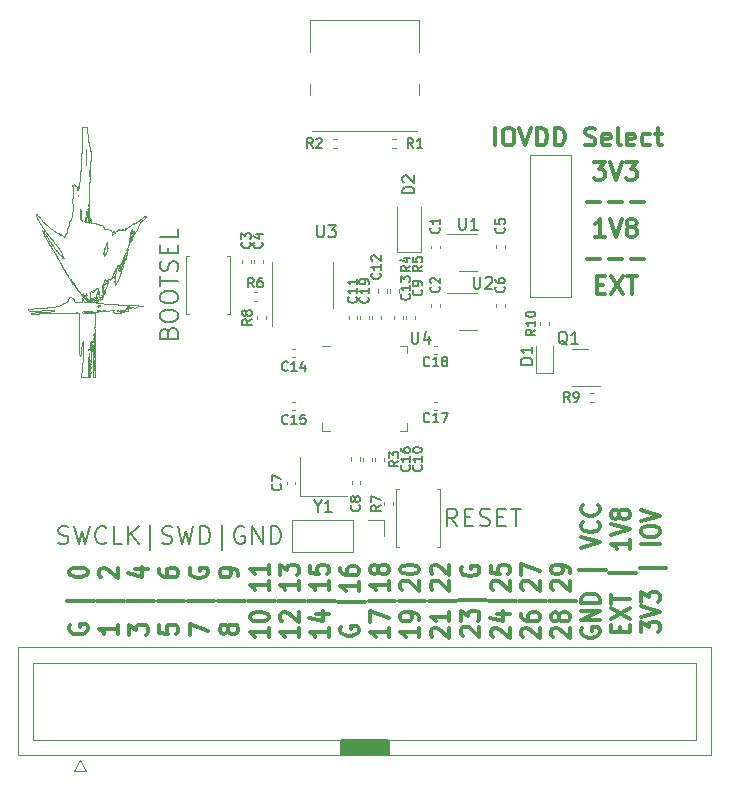
<source format=gbr>
%TF.GenerationSoftware,KiCad,Pcbnew,6.0.7+dfsg-1~bpo11+1*%
%TF.CreationDate,2022-08-19T21:28:34-04:00*%
%TF.ProjectId,iov-rp2040,696f762d-7270-4323-9034-302e6b696361,rev?*%
%TF.SameCoordinates,Original*%
%TF.FileFunction,Legend,Top*%
%TF.FilePolarity,Positive*%
%FSLAX46Y46*%
G04 Gerber Fmt 4.6, Leading zero omitted, Abs format (unit mm)*
G04 Created by KiCad (PCBNEW 6.0.7+dfsg-1~bpo11+1) date 2022-08-19 21:28:34*
%MOMM*%
%LPD*%
G01*
G04 APERTURE LIST*
%ADD10C,0.050000*%
%ADD11C,0.200000*%
%ADD12C,0.300000*%
%ADD13C,0.150000*%
%ADD14C,0.120000*%
G04 APERTURE END LIST*
D10*
X136488739Y-113448590D02*
X136434111Y-113463599D01*
X136388881Y-113487768D01*
X136360663Y-113529790D01*
X136363735Y-113555393D01*
X135827899Y-112290781D02*
X135788211Y-112318801D01*
X135769466Y-117079741D02*
X135770224Y-117138601D01*
X135771991Y-117192521D01*
X135782922Y-117212032D01*
X135918454Y-112304010D02*
X135894044Y-112290781D01*
X133553161Y-110440012D02*
X133574608Y-110486640D01*
X133580157Y-110518073D01*
X137796785Y-107225407D02*
X137831812Y-107242937D01*
X137765534Y-114067956D02*
X137734197Y-114023668D01*
X137710765Y-113974150D01*
X137714135Y-113931199D01*
X139321594Y-106972656D02*
X139288166Y-107011339D01*
X139257295Y-107059510D01*
X139230220Y-107107932D01*
X139216402Y-107141426D01*
X139346857Y-107296284D02*
X139317965Y-107339243D01*
X139286407Y-107380472D01*
X139249385Y-107417880D01*
X139240037Y-107421961D01*
X138512080Y-109908268D02*
X138487367Y-109916146D01*
X135773653Y-112879920D02*
X135784492Y-112932184D01*
X135782852Y-112985281D01*
X135781683Y-112992200D01*
X138544593Y-113414642D02*
X138616903Y-113417029D01*
X138691242Y-113419893D01*
X138741334Y-113422033D01*
X138791434Y-113424334D01*
X138865821Y-113428042D01*
X138938220Y-113431997D01*
X139007426Y-113436131D01*
X139072234Y-113440374D01*
X139131439Y-113444658D01*
X139183835Y-113448914D01*
X139241024Y-113454426D01*
X138602686Y-113836542D02*
X138546564Y-113845917D01*
X138495323Y-113854126D01*
X138442774Y-113862296D01*
X138387365Y-113870599D01*
X138381128Y-113871506D01*
X135420711Y-112801038D02*
X135392632Y-112755358D01*
X135357009Y-112709413D01*
X135317319Y-112666180D01*
X135277044Y-112628634D01*
X135231176Y-112594235D01*
X135181697Y-112584985D01*
X135179669Y-112594855D01*
X136054768Y-119566824D02*
X135973418Y-119566824D01*
X138714062Y-113933287D02*
X138679335Y-113947183D01*
X137891866Y-110922804D02*
X137896934Y-110863394D01*
X137903514Y-110805438D01*
X137911083Y-110752463D01*
X137920464Y-110701659D01*
X137929648Y-110668035D01*
X135333650Y-106104206D02*
X135332198Y-106044599D01*
X135329971Y-105990927D01*
X135320548Y-105980468D01*
X136899461Y-112183386D02*
X136925919Y-112224635D01*
X138742725Y-106960591D02*
X138720676Y-106999114D01*
X135708836Y-119328698D02*
X135684627Y-119374081D01*
X135702955Y-119424811D01*
X135708836Y-119434531D01*
X140253613Y-106205364D02*
X140208359Y-106230102D01*
X140166796Y-106270308D01*
X140131809Y-106309887D01*
X140092885Y-106358029D01*
X140059196Y-106402421D01*
X135620421Y-113102399D02*
X135620421Y-113102399D01*
X135794847Y-117092970D02*
X135826364Y-117212032D01*
X138534921Y-109708030D02*
X138576229Y-109669849D01*
X138596400Y-109617147D01*
X138612383Y-109559858D01*
X138624072Y-109506729D01*
X138634357Y-109448234D01*
X138808505Y-113814620D02*
X138860407Y-113812149D01*
X138910679Y-113815616D01*
X138945158Y-113823297D01*
X134320348Y-111641059D02*
X134320348Y-111641059D01*
X138192575Y-110544531D02*
X138229441Y-110507305D01*
X138235607Y-110491614D01*
X138852820Y-106920100D02*
X138895421Y-106881424D01*
X138934541Y-106847789D01*
X138977484Y-106813788D01*
X139011570Y-106794407D01*
X134768241Y-114116395D02*
X134718691Y-114106960D01*
X134685257Y-114087663D01*
X138955975Y-108545565D02*
X138909039Y-108573804D01*
X138879581Y-108620092D01*
X138857777Y-108669706D01*
X138842424Y-108723195D01*
X138840711Y-108732135D01*
X135594783Y-119533750D02*
X135582683Y-119487448D01*
X134881120Y-105457916D02*
X134881120Y-105457916D01*
X136968364Y-108870490D02*
X136954468Y-108835764D01*
X138652676Y-113871316D02*
X138686827Y-113832636D01*
X138636332Y-113830810D01*
X138602686Y-113836542D01*
X137190503Y-108242656D02*
X137164044Y-108283905D01*
X137190478Y-113342501D02*
X137240473Y-113354056D01*
X137295784Y-113357254D01*
X137354367Y-113358283D01*
X137408759Y-113357771D01*
X135630868Y-105716755D02*
X135644065Y-105665794D01*
X135648133Y-105605014D01*
X135650448Y-105540918D01*
X135651612Y-105484331D01*
X135652268Y-105420809D01*
X135652401Y-105350679D01*
X135652192Y-105300417D01*
X135651996Y-105274270D01*
X137120696Y-111933594D02*
X137100209Y-111973281D01*
X135701010Y-106461089D02*
X135750441Y-106449527D01*
X135760634Y-106398528D01*
X135764452Y-106342197D01*
X135767156Y-106280689D01*
X136254893Y-106536094D02*
X136295732Y-106566753D01*
X136347002Y-106575124D01*
X136370039Y-106575781D01*
X135829522Y-100890220D02*
X135830513Y-100962826D01*
X135831039Y-101029698D01*
X135831118Y-101090175D01*
X135830768Y-101143599D01*
X135829666Y-101202721D01*
X135827329Y-101254965D01*
X135818839Y-101270885D01*
X138679631Y-107039633D02*
X138726979Y-107020481D01*
X138768624Y-106991355D01*
X138809566Y-106958497D01*
X138852820Y-106920100D01*
X135761753Y-113163906D02*
X135788211Y-113190364D01*
X138965478Y-113536755D02*
X138965478Y-113536755D01*
X138740407Y-113795523D02*
X138788463Y-113816537D01*
X138808505Y-113814620D01*
X136060239Y-106496001D02*
X136117291Y-106496890D01*
X136170639Y-106500154D01*
X136223820Y-106510383D01*
X136254893Y-106536094D01*
X135345034Y-112864499D02*
X135382657Y-112898027D01*
X135421944Y-112929387D01*
X135468203Y-112962133D01*
X135516167Y-112990455D01*
X135559086Y-113005156D01*
X138434044Y-110094739D02*
X138418308Y-110143856D01*
X138410223Y-110169061D01*
X138381128Y-113871506D02*
X138262065Y-113888738D01*
X138290238Y-113981340D02*
X138243989Y-113957778D01*
X138237168Y-113957656D01*
X134571128Y-111967978D02*
X134546026Y-111923396D01*
X134514325Y-111897619D01*
X138698628Y-106974218D02*
X138720676Y-106935694D01*
X134200711Y-111503407D02*
X134216668Y-111552034D01*
X134233784Y-111576453D01*
X136363490Y-113045206D02*
X136374449Y-113094361D01*
X136362197Y-113148637D01*
X136314718Y-113175749D01*
X136255979Y-113185884D01*
X136192259Y-113189614D01*
X136133909Y-113190365D01*
X139353455Y-113632073D02*
X139290775Y-113613705D01*
X139239253Y-113605066D01*
X139181565Y-113598365D01*
X139121204Y-113593723D01*
X139061662Y-113591265D01*
X139006434Y-113591113D01*
X138945542Y-113594711D01*
X138897276Y-113612280D01*
X138898508Y-113616034D01*
X136777569Y-112317239D02*
X136821729Y-112289703D01*
X136838121Y-112236113D01*
X136843786Y-112185948D01*
X136846053Y-112135697D01*
X136846544Y-112091741D01*
X132375792Y-108083906D02*
X132410299Y-108130046D01*
X132443927Y-108178168D01*
X132486021Y-108239368D01*
X132517879Y-108286092D01*
X132552139Y-108336615D01*
X132588255Y-108390133D01*
X132625683Y-108445841D01*
X132663878Y-108502933D01*
X132702296Y-108560604D01*
X132740392Y-108618050D01*
X132777623Y-108674465D01*
X132813442Y-108729044D01*
X132847306Y-108780983D01*
X138631768Y-107053186D02*
X138679631Y-107039633D01*
X136185086Y-112132031D02*
X136185086Y-112132031D01*
X134174682Y-111417656D02*
X134174682Y-111417656D01*
X137640294Y-107475364D02*
X137640294Y-107475364D01*
X138720676Y-106999114D02*
X138698628Y-106974218D01*
X138266955Y-110584219D02*
X138294240Y-110541629D01*
X138321507Y-110484169D01*
X138343398Y-110431365D01*
X138363136Y-110378295D01*
X138378669Y-110330321D01*
X138389596Y-110279650D01*
X138387617Y-110268798D01*
X132612308Y-113874886D02*
X132556214Y-113863444D01*
X132491988Y-113858598D01*
X132424301Y-113857874D01*
X132361753Y-113859211D01*
X132287486Y-113862187D01*
X132230742Y-113865094D01*
X132167709Y-113868750D01*
X132097954Y-113873160D01*
X132021043Y-113878333D01*
X131936546Y-113884276D01*
X131891318Y-113887540D01*
X135541416Y-112941269D02*
X135512793Y-112897940D01*
X135492003Y-112889286D01*
X136133909Y-113190365D02*
X136081658Y-113189671D01*
X136028188Y-113185959D01*
X135979077Y-113167927D01*
X135973419Y-113150678D01*
X135384400Y-112634962D02*
X135427192Y-112665120D01*
X135464228Y-112631524D01*
X135458543Y-112611625D01*
X138577969Y-109827572D02*
X138587488Y-109876711D01*
X138579198Y-109930279D01*
X138557027Y-109977562D01*
X138537813Y-109988906D01*
X137714135Y-113931199D02*
X137753559Y-113896482D01*
X137768841Y-113874446D01*
X138157910Y-110475368D02*
X138157910Y-110475368D01*
X135774982Y-106086302D02*
X135798340Y-106271510D01*
X135753367Y-118106653D02*
X135737382Y-118122639D01*
X135444253Y-113183158D02*
X135498892Y-113182930D01*
X135558759Y-113182053D01*
X135615898Y-113180250D01*
X135667570Y-113175826D01*
X135664895Y-113172001D01*
X139730745Y-106403511D02*
X139771019Y-106370678D01*
X139793274Y-106363688D01*
X138818223Y-108811510D02*
X138858931Y-108776500D01*
X138862069Y-108771823D01*
X135708836Y-119434531D02*
X135708836Y-119434531D01*
X137673367Y-107263293D02*
X137640676Y-107302350D01*
X137640294Y-107309272D01*
X136085656Y-118385340D02*
X136095651Y-118330711D01*
X136098910Y-118277445D01*
X136095431Y-118225209D01*
X136085214Y-118173673D01*
X138182806Y-110517886D02*
X138192575Y-110544531D01*
X136058707Y-118283594D02*
X136058878Y-118334135D01*
X136059405Y-118386596D01*
X136061859Y-118440018D01*
X136083406Y-118394623D01*
X136085657Y-118385340D01*
X135973419Y-112317239D02*
X135940047Y-112277170D01*
X135918454Y-112304010D01*
X135558555Y-104988281D02*
X135559205Y-105042016D01*
X135563270Y-105092787D01*
X135569226Y-105074271D01*
X137910946Y-107207118D02*
X137949710Y-107172071D01*
X137997489Y-107134292D01*
X138038655Y-107104486D01*
X138089354Y-107070734D01*
X138134281Y-107044190D01*
X138180982Y-107025573D01*
X135912718Y-113190365D02*
X135865707Y-113168633D01*
X135858650Y-113157292D01*
X139239310Y-108001759D02*
X139214413Y-108040616D01*
X136925919Y-112224635D02*
X136951727Y-112267527D01*
X136951973Y-112272499D01*
X135945447Y-112930695D02*
X135933350Y-112980966D01*
X135934990Y-112985665D01*
X137772586Y-107201944D02*
X137796785Y-107225407D01*
X135594783Y-119441146D02*
X135599696Y-119493734D01*
X135594783Y-119533750D01*
X135518795Y-105623281D02*
X135513468Y-105679267D01*
X135507501Y-105731846D01*
X135499448Y-105790985D01*
X135491104Y-105840667D01*
X135479685Y-105889959D01*
X135469551Y-105909913D01*
X134870098Y-105385156D02*
X134870967Y-105435917D01*
X134881120Y-105457916D01*
X137640294Y-107475364D02*
X137666753Y-107447344D01*
X137819961Y-111436341D02*
X137839384Y-111386464D01*
X137850908Y-111329616D01*
X137859848Y-111269470D01*
X137866416Y-111215620D01*
X137872885Y-111154147D01*
X137879272Y-111084932D01*
X137883493Y-111034429D01*
X137887689Y-110980398D01*
X137891866Y-110922804D01*
X139253610Y-107819323D02*
X139266689Y-107791580D01*
X138528633Y-110200573D02*
X138515062Y-110256572D01*
X138495024Y-110309934D01*
X138470611Y-110362420D01*
X138445158Y-110407501D01*
X138410601Y-110447933D01*
X138401948Y-110448442D01*
X136501776Y-112502448D02*
X136499241Y-112450224D01*
X136476128Y-112449531D01*
X136476128Y-112555364D02*
X136501757Y-112508793D01*
X136501776Y-112502448D01*
X138070888Y-110041823D02*
X138043104Y-110083786D01*
X138021159Y-110102054D01*
X136317378Y-112767031D02*
X136290919Y-112778699D01*
X136687794Y-112933039D02*
X136654721Y-112971136D01*
X135297224Y-106225302D02*
X135288509Y-106281034D01*
X135263898Y-106326301D01*
X135211107Y-106324282D01*
X135410444Y-100500653D02*
X135401355Y-100559949D01*
X135398307Y-100617825D01*
X135396315Y-100671960D01*
X135394610Y-100734244D01*
X135393227Y-100803733D01*
X135392198Y-100879482D01*
X135391726Y-100932994D01*
X135391435Y-100988589D01*
X135391336Y-101045989D01*
X138833312Y-109248073D02*
X138823018Y-109292100D01*
X136136347Y-115068906D02*
X136149692Y-115101979D01*
X133059476Y-107359981D02*
X133106105Y-107378286D01*
X133149360Y-107403453D01*
X133190060Y-107433573D01*
X133201909Y-107444035D01*
X134359461Y-103257043D02*
X134393559Y-103219174D01*
X134438152Y-103248206D01*
X134475787Y-103286998D01*
X134482584Y-103294948D01*
X138434044Y-110359323D02*
X138434044Y-110359323D01*
X136925919Y-109090884D02*
X136903871Y-109131736D01*
X137640294Y-107435677D02*
X137613836Y-107463697D01*
X135677670Y-113117834D02*
X135686576Y-113092619D01*
X134860186Y-102996249D02*
X134866661Y-102931400D01*
X134873016Y-102866776D01*
X134879644Y-102798112D01*
X134884409Y-102747986D01*
X134889588Y-102692906D01*
X134895297Y-102631609D01*
X134901654Y-102562830D01*
X134908774Y-102485306D01*
X134916774Y-102397774D01*
X134925772Y-102298971D01*
X134930682Y-102244947D01*
X134935884Y-102187632D01*
X134941394Y-102126867D01*
X134947227Y-102062494D01*
X134953396Y-101994356D01*
X134959917Y-101922294D01*
X134966805Y-101846151D01*
X134974072Y-101765768D01*
X134981736Y-101680989D01*
X136562117Y-112985386D02*
X136581961Y-112948474D01*
X138304617Y-110789970D02*
X138282958Y-110837821D01*
X138263372Y-110888123D01*
X138249482Y-110937304D01*
X138248837Y-110944622D01*
X139049201Y-108110311D02*
X139069045Y-108072399D01*
X136136564Y-118925209D02*
X136136119Y-119566824D01*
X135920503Y-113150678D02*
X135912718Y-113190365D01*
X135546413Y-105881250D02*
X135545770Y-105789782D01*
X135545155Y-105709963D01*
X135544531Y-105641450D01*
X135543859Y-105583898D01*
X135542685Y-105517372D01*
X135540613Y-105463831D01*
X135528134Y-105518211D01*
X135522892Y-105576079D01*
X135518795Y-105623281D01*
X136624080Y-112825959D02*
X136669913Y-112803219D01*
X136654060Y-112765047D01*
X137016962Y-112290781D02*
X137005294Y-112264323D01*
X135034149Y-113177135D02*
X135047378Y-113024985D01*
X134311416Y-111523489D02*
X134274144Y-111486781D01*
X134245085Y-111443091D01*
X134233286Y-111422882D01*
X137004025Y-112396614D02*
X136983971Y-112445643D01*
X136952790Y-112457089D01*
X138539900Y-110134427D02*
X138530735Y-110185351D01*
X138528633Y-110200573D01*
X135818839Y-101270885D02*
X135808206Y-101219350D01*
X135790743Y-101274081D01*
X135785561Y-101325110D01*
X135780975Y-101374096D01*
X131361195Y-106249204D02*
X131327762Y-106190578D01*
X131295015Y-106126237D01*
X131263829Y-106058689D01*
X131235079Y-105990441D01*
X131209642Y-105923999D01*
X131188392Y-105861871D01*
X131172205Y-105806565D01*
X131160013Y-105747768D01*
X131170325Y-105702656D01*
X138037169Y-110200573D02*
X138037169Y-110200573D01*
X134134565Y-106214933D02*
X134171902Y-106181373D01*
X134174253Y-106127364D01*
X135569226Y-105074271D02*
X135569226Y-105074271D01*
X133879204Y-111034010D02*
X133851805Y-110991279D01*
X133816899Y-110936705D01*
X133788865Y-110892573D01*
X133761091Y-110848060D01*
X133734729Y-110802210D01*
X133736712Y-110782656D01*
X135648176Y-105802183D02*
X135636135Y-105848177D01*
X140469492Y-105879182D02*
X140465136Y-105933383D01*
X140457026Y-105954010D01*
X136933842Y-112390000D02*
X136956803Y-112343786D01*
X136983113Y-112317239D01*
X136833315Y-113944322D02*
X136782952Y-113955102D01*
X136726650Y-113965496D01*
X136673122Y-113972024D01*
X136617887Y-113975899D01*
X136557924Y-113978776D01*
X136529044Y-113979995D01*
X136149692Y-115101979D02*
X136149692Y-115101979D01*
X135973418Y-119566824D02*
X135972357Y-118911980D01*
X134385919Y-113031110D02*
X134387057Y-113084360D01*
X134399537Y-113140270D01*
X134447205Y-113175873D01*
X134498560Y-113185142D01*
X134551772Y-113188085D01*
X134619532Y-113188374D01*
X134673655Y-113187440D01*
X134735545Y-113185847D01*
X134769565Y-113184870D01*
X136263268Y-113023633D02*
X136223092Y-112993000D01*
X136216048Y-112938720D01*
X136216761Y-112881032D01*
X136219542Y-112818082D01*
X136221535Y-112780221D01*
X136899461Y-109036406D02*
X136925378Y-109079940D01*
X136925919Y-109090884D01*
X137057780Y-111298327D02*
X137048818Y-111250463D01*
X136952790Y-112457089D02*
X136903849Y-112467494D01*
X136902276Y-112466898D01*
X136073586Y-117159114D02*
X136107831Y-117198231D01*
X136113497Y-117218646D01*
X135433780Y-112495282D02*
X135435867Y-112444570D01*
X138248562Y-107078047D02*
X138296978Y-107093089D01*
X138324846Y-107080290D01*
X136925919Y-109249634D02*
X136976674Y-109260381D01*
X137007456Y-109214445D01*
X137037683Y-109160288D01*
X135966881Y-114029170D02*
X135914961Y-114043679D01*
X135860875Y-114047319D01*
X135832694Y-114044425D01*
X134939297Y-105345469D02*
X134930380Y-105395244D01*
X134923664Y-105448973D01*
X134919211Y-105502511D01*
X134918216Y-105524062D01*
X135686576Y-113092619D02*
X135658256Y-113047231D01*
X135615349Y-113019868D01*
X135603012Y-113060921D01*
X138279908Y-110438698D02*
X138288816Y-110485000D01*
X135701689Y-118660035D02*
X135701689Y-118660035D01*
X133465759Y-110228739D02*
X133436492Y-110183772D01*
X133432207Y-110224765D01*
X131794414Y-106933459D02*
X131759828Y-106883974D01*
X131725538Y-106834389D01*
X131692028Y-106785436D01*
X131659787Y-106737848D01*
X131629300Y-106692359D01*
X131601055Y-106649702D01*
X131567722Y-106598500D01*
X131540392Y-106555375D01*
X131513177Y-106509635D01*
X137849688Y-111774843D02*
X137845284Y-111724520D01*
X137842002Y-111673814D01*
X137840150Y-111640685D01*
X136448636Y-113032381D02*
X136448636Y-113032381D01*
X135787268Y-116656407D02*
X135782499Y-116707205D01*
X135778258Y-116768661D01*
X135775340Y-116823221D01*
X135772923Y-116880696D01*
X135771080Y-116939348D01*
X135769885Y-116997443D01*
X135769410Y-117053243D01*
X135769466Y-117079741D01*
X136085657Y-118385340D02*
X136085657Y-118385340D01*
X134387315Y-111736650D02*
X134351919Y-111700889D01*
X134312546Y-111666995D01*
X134292506Y-111656682D01*
X139408915Y-106533567D02*
X139398672Y-106547540D01*
X139798011Y-106848594D02*
X139792838Y-106899425D01*
X139775138Y-106949581D01*
X139750983Y-107001513D01*
X139724656Y-107050756D01*
X139699612Y-107093872D01*
X136463807Y-112393753D02*
X136471596Y-112334646D01*
X136470979Y-112282129D01*
X136466456Y-112224615D01*
X136458661Y-112166810D01*
X136448228Y-112113423D01*
X136432446Y-112060074D01*
X136414776Y-112030177D01*
X138389526Y-110544550D02*
X138366237Y-110590355D01*
X138364148Y-110609656D01*
X134003786Y-112767031D02*
X134063853Y-112770958D01*
X134114672Y-112778993D01*
X134164850Y-112790397D01*
X134222312Y-112808011D01*
X134268717Y-112827709D01*
X134306544Y-112862776D01*
X135402846Y-101598923D02*
X135402846Y-101598923D01*
X138516794Y-107032187D02*
X138537576Y-107078424D01*
X138548306Y-107078489D01*
X138961006Y-113509541D02*
X138910083Y-113513441D01*
X138873363Y-113527156D01*
X133335290Y-110074896D02*
X133308168Y-110017949D01*
X133283282Y-109967865D01*
X133256477Y-109915492D01*
X133228601Y-109862430D01*
X133200499Y-109810279D01*
X133173018Y-109760641D01*
X133147004Y-109715116D01*
X133128966Y-109684635D01*
X132302677Y-107616554D02*
X132258770Y-107581372D01*
X132223456Y-107544812D01*
X132186236Y-107501076D01*
X132155573Y-107461194D01*
X132126782Y-107419940D01*
X132121377Y-107411669D01*
X138059169Y-114105131D02*
X138003702Y-114106421D01*
X137941785Y-114106990D01*
X137881383Y-114105554D01*
X137829521Y-114100134D01*
X137782159Y-114082959D01*
X137765534Y-114067956D01*
X137111128Y-108202969D02*
X137084669Y-108230988D01*
X135269541Y-98400156D02*
X135465245Y-98400156D01*
X136124480Y-116524114D02*
X136123996Y-115770052D01*
X135586333Y-105980468D02*
X135596075Y-105840870D01*
X137799044Y-111113385D02*
X137799044Y-111113385D01*
X136634878Y-113495683D02*
X136605277Y-113451127D01*
X136550548Y-113441827D01*
X136497286Y-113447036D01*
X136488739Y-113448590D01*
X135965200Y-116477812D02*
X135953099Y-116524114D01*
X138431118Y-113906280D02*
X138481060Y-113911043D01*
X138538571Y-113914161D01*
X138591143Y-113909478D01*
X138636060Y-113886583D01*
X138652676Y-113871316D01*
X135781683Y-112992200D02*
X135782365Y-113044238D01*
X135805141Y-113087602D01*
X133512794Y-110412239D02*
X133491991Y-110366461D01*
X133478768Y-110316883D01*
X133484568Y-110306406D01*
X135550086Y-106417031D02*
X135546413Y-105881250D01*
X138354669Y-113987356D02*
X138373752Y-114002687D01*
X134277696Y-104379739D02*
X134294945Y-104331946D01*
X134298437Y-104273957D01*
X134299355Y-104208621D01*
X134298977Y-104147650D01*
X134297706Y-104075762D01*
X134296370Y-104021480D01*
X134294652Y-103961909D01*
X134292555Y-103896875D01*
X135972357Y-118911980D02*
X135972049Y-118727755D01*
X135971739Y-118553548D01*
X135971424Y-118389112D01*
X135971099Y-118234200D01*
X135970763Y-118088565D01*
X135970412Y-117951962D01*
X135970044Y-117824142D01*
X135969655Y-117704860D01*
X135969242Y-117593870D01*
X135968803Y-117490923D01*
X135968334Y-117395775D01*
X135967832Y-117308178D01*
X135967295Y-117227886D01*
X135966720Y-117154651D01*
X135966103Y-117088228D01*
X135965442Y-117028370D01*
X135964733Y-116974831D01*
X135963160Y-116885720D01*
X135961363Y-116818923D01*
X135958191Y-116756250D01*
X135946377Y-116762241D01*
X139240037Y-107421961D02*
X139210392Y-107377670D01*
X139208057Y-107319175D01*
X139216198Y-107264018D01*
X139233633Y-107214273D01*
X139241500Y-107200539D01*
X134932151Y-112458892D02*
X134904498Y-112413355D01*
X134873047Y-112372491D01*
X134837001Y-112335007D01*
X134826926Y-112326600D01*
X135751280Y-118157365D02*
X135753367Y-118106653D01*
X136317378Y-112806719D02*
X136317378Y-112806719D01*
X136056099Y-112965857D02*
X136107449Y-112980598D01*
X136151845Y-113004623D01*
X136154218Y-113008374D01*
X139388106Y-107290156D02*
X139388106Y-107290156D01*
X136954468Y-108835764D02*
X136970453Y-108819778D01*
X136125104Y-112773882D02*
X136125104Y-112773882D01*
X137695142Y-110828958D02*
X137679636Y-110879844D01*
X137662233Y-110930578D01*
X137642216Y-110977746D01*
X137640098Y-110981094D01*
X136148155Y-117601740D02*
X136150242Y-117551028D01*
X135735698Y-118368023D02*
X135741347Y-118417816D01*
X135760718Y-118403424D01*
X138401948Y-110448442D02*
X138393306Y-110488301D01*
X135620527Y-117218646D02*
X135620527Y-117218646D01*
X134292555Y-103896875D02*
X134289980Y-103822739D01*
X134287317Y-103750359D01*
X134284609Y-103680700D01*
X134281901Y-103614725D01*
X134279237Y-103553396D01*
X134276661Y-103497678D01*
X134273438Y-103433779D01*
X134270554Y-103383849D01*
X134267093Y-103340144D01*
X132373632Y-107733016D02*
X132365517Y-107700266D01*
X134994461Y-106049415D02*
X134994063Y-105983245D01*
X134992920Y-105915702D01*
X134991103Y-105847713D01*
X134988686Y-105780205D01*
X134985741Y-105714107D01*
X134982340Y-105650347D01*
X134978557Y-105589853D01*
X134974464Y-105533552D01*
X134970135Y-105482373D01*
X134963354Y-105417236D01*
X134954163Y-105356974D01*
X134939297Y-105345469D01*
X136448636Y-113032381D02*
X136461671Y-113084571D01*
X132439107Y-108513449D02*
X132406789Y-108470544D01*
X132379646Y-108428003D01*
X132347136Y-108374578D01*
X132318250Y-108325601D01*
X132287619Y-108272401D01*
X132255994Y-108216198D01*
X136997282Y-111282470D02*
X136962613Y-111319785D01*
X136939746Y-111365107D01*
X136935997Y-111415420D01*
X136936519Y-111420437D01*
X132365517Y-107700266D02*
X132349438Y-107651681D01*
X132307240Y-107619223D01*
X132302677Y-107616554D01*
X135701475Y-118474826D02*
X135691344Y-118531190D01*
X135691062Y-118574635D01*
X136873003Y-111893906D02*
X136878741Y-111836381D01*
X136904139Y-111782623D01*
X136910024Y-111770671D01*
X137814492Y-111500619D02*
X137812445Y-111449256D01*
X137819961Y-111436341D01*
X136279697Y-112517489D02*
X136310062Y-112477513D01*
X136308354Y-112456317D01*
X138515483Y-109728179D02*
X138501496Y-109679078D01*
X138542050Y-109645600D01*
X138550902Y-109645353D01*
X135211107Y-106324282D02*
X135232586Y-106348633D01*
X136784925Y-111797008D02*
X136794153Y-111847444D01*
X136798721Y-111902154D01*
X136801991Y-111959499D01*
X136804055Y-112012264D01*
X136804381Y-112023187D01*
X134881120Y-105312396D02*
X134870225Y-105363913D01*
X134870098Y-105385156D01*
X135778429Y-100379583D02*
X135805282Y-100423223D01*
X135813863Y-100473233D01*
X135819011Y-100532851D01*
X135822094Y-100591245D01*
X135824670Y-100662964D01*
X135826178Y-100718891D01*
X135827567Y-100781807D01*
X135828880Y-100852139D01*
X135829522Y-100890220D01*
X135415825Y-100424219D02*
X135424278Y-100374279D01*
X135424480Y-100321545D01*
X135420174Y-100270920D01*
X135417460Y-100252239D01*
X136134931Y-118118230D02*
X136135434Y-118179721D01*
X136135702Y-118233065D01*
X136135942Y-118297039D01*
X136136149Y-118370247D01*
X136136268Y-118423493D01*
X136136371Y-118479808D01*
X136136456Y-118538779D01*
X136136524Y-118599992D01*
X136136573Y-118663033D01*
X136136602Y-118727490D01*
X136136611Y-118792947D01*
X136136598Y-118858991D01*
X136136564Y-118925209D01*
X137033314Y-112237864D02*
X137044982Y-112264323D01*
X137216961Y-108267553D02*
X137190503Y-108242656D01*
X136476128Y-112555364D02*
X136476128Y-112555364D01*
X132121377Y-107411669D02*
X132088527Y-107361693D01*
X132054492Y-107310885D01*
X132025323Y-107267749D01*
X131993658Y-107221223D01*
X131960064Y-107172132D01*
X131925108Y-107121306D01*
X131889354Y-107069570D01*
X131853368Y-107017753D01*
X131817716Y-106966683D01*
X131794414Y-106933459D01*
X137746559Y-111007819D02*
X137746559Y-111007819D01*
X136127726Y-115386348D02*
X136131434Y-115441283D01*
X136137846Y-115497014D01*
X136148265Y-115549169D01*
X136160958Y-115571616D01*
X138021159Y-110102054D02*
X138000689Y-110150745D01*
X138024005Y-110197191D01*
X138037169Y-110200573D01*
X133405054Y-113362762D02*
X133453622Y-113345755D01*
X133493485Y-113314776D01*
X133495242Y-113311151D01*
X138910294Y-113693074D02*
X138960708Y-113687012D01*
X138989669Y-113666616D01*
X138677011Y-107068252D02*
X138654530Y-107092882D01*
X134734055Y-104168073D02*
X134747401Y-104201146D01*
X137111128Y-108242656D02*
X137137586Y-108214636D01*
X138910294Y-113957657D02*
X138859326Y-113974040D01*
X138804951Y-113981529D01*
X138758159Y-113983711D01*
X139214565Y-113658420D02*
X139162334Y-113667447D01*
X139113117Y-113680160D01*
X139060682Y-113699141D01*
X139012756Y-113724650D01*
X138980050Y-113759354D01*
X133834239Y-110908333D02*
X133867155Y-110957795D01*
X133898921Y-111001306D01*
X133874887Y-110941416D01*
X133847758Y-110891683D01*
X133812517Y-110829069D01*
X133784699Y-110780544D01*
X133753552Y-110726856D01*
X133719187Y-110668229D01*
X133700832Y-110637135D01*
X137799044Y-107382760D02*
X137825503Y-107339950D01*
X136436107Y-114036731D02*
X136380100Y-114040441D01*
X136323797Y-114045052D01*
X136268390Y-114049974D01*
X136227971Y-114053778D01*
X137325889Y-111239062D02*
X137279896Y-111245677D01*
X135810633Y-116651354D02*
X135806599Y-116484428D01*
X133020325Y-108950416D02*
X133051829Y-108998480D01*
X133086885Y-109046531D01*
X133123036Y-109091558D01*
X133157824Y-109130549D01*
X133197842Y-109167944D01*
X139151152Y-107470260D02*
X139133715Y-107518571D01*
X139124265Y-107568775D01*
X139121962Y-107603723D01*
X134881120Y-105457916D02*
X134885383Y-105404838D01*
X134884796Y-105351071D01*
X134881120Y-105312396D01*
X135559086Y-113005156D02*
X135547217Y-112954102D01*
X135541416Y-112941269D01*
X133818382Y-107121333D02*
X133843411Y-107074056D01*
X133839570Y-107019770D01*
X133838623Y-107013726D01*
X137957795Y-111589635D02*
X137927307Y-111607917D01*
X138296999Y-110141419D02*
X138301560Y-110094376D01*
X135832694Y-114044425D02*
X135781214Y-114042688D01*
X135761753Y-114060406D01*
X135585238Y-106165677D02*
X135585766Y-106216088D01*
X135588442Y-106267161D01*
X135595865Y-106251076D01*
X135814669Y-113163906D02*
X135788211Y-113137448D01*
X133768222Y-107335068D02*
X133803437Y-107299093D01*
X133797436Y-107243407D01*
X137109887Y-111538214D02*
X137151552Y-111508620D01*
X137163506Y-111509928D01*
X139150546Y-107397304D02*
X139162101Y-107446807D01*
X139151152Y-107470260D01*
X138725086Y-109552344D02*
X138742667Y-109504521D01*
X138725086Y-109486198D01*
X135378107Y-106385491D02*
X135378107Y-106385491D01*
X135140668Y-116502755D02*
X135105465Y-116546396D01*
X135097881Y-116601362D01*
X135091658Y-116662559D01*
X135086681Y-116719493D01*
X135083139Y-116763057D01*
X135254268Y-119566824D02*
X134960349Y-119566824D01*
X139174879Y-107874944D02*
X139166391Y-107927426D01*
X139151534Y-107980346D01*
X139135652Y-108028286D01*
X139117142Y-108078568D01*
X139096858Y-108128755D01*
X139075651Y-108176411D01*
X139054377Y-108219100D01*
X136988404Y-112356927D02*
X137004025Y-112396614D01*
X134233784Y-111576453D02*
X134223485Y-111580937D01*
X130501303Y-113761266D02*
X130551400Y-113755727D01*
X130614464Y-113751473D01*
X130679245Y-113747807D01*
X130734851Y-113744980D01*
X130795517Y-113742137D01*
X130860380Y-113739326D01*
X130928579Y-113736594D01*
X130999253Y-113733989D01*
X135708836Y-119434531D02*
X135734889Y-119401458D01*
X138720676Y-106935694D02*
X138720676Y-106935694D01*
X136150242Y-117551028D02*
X136134257Y-117567014D01*
X135990776Y-116002066D02*
X135990776Y-116002066D01*
X135020296Y-119183928D02*
X135034738Y-119134638D01*
X135043745Y-119081884D01*
X135051083Y-119029314D01*
X135058298Y-118969248D01*
X135065168Y-118903275D01*
X135069961Y-118850874D01*
X135074343Y-118796714D01*
X133559776Y-107626095D02*
X133605254Y-107607536D01*
X138720676Y-106935694D02*
X138742725Y-106960591D01*
X138989669Y-113666616D02*
X139038557Y-113648158D01*
X139088531Y-113644292D01*
X139141805Y-113644122D01*
X135870715Y-117018648D02*
X135869561Y-116966444D01*
X135867007Y-116910621D01*
X135862397Y-116858097D01*
X135851256Y-116807757D01*
X135841126Y-116801928D01*
X136177133Y-112781756D02*
X136207144Y-112821953D01*
X136156051Y-112823241D01*
X136654721Y-112971136D02*
X136604845Y-112978558D01*
X136581961Y-112984439D01*
X135405887Y-112571747D02*
X135355604Y-112560308D01*
X135351017Y-112554343D01*
X137102118Y-113355730D02*
X137144027Y-113324943D01*
X137190478Y-113342501D01*
X138346222Y-110274166D02*
X138350080Y-110324899D01*
X138326030Y-110359751D01*
X135594617Y-99585820D02*
X135578632Y-99601805D01*
X135592530Y-99636532D02*
X135594617Y-99585820D01*
X134779107Y-103394166D02*
X134783038Y-103445607D01*
X134796893Y-103496692D01*
X134829355Y-103458267D01*
X134835132Y-103401828D01*
X134835711Y-103373280D01*
X138434044Y-110160885D02*
X138456386Y-110113256D01*
X138457865Y-110086563D01*
X135978579Y-115955260D02*
X135983099Y-116005698D01*
X135990776Y-116002066D01*
X137799044Y-107329844D02*
X137772586Y-107372654D01*
X138479586Y-113984034D02*
X138460503Y-113968703D01*
X137039741Y-111564827D02*
X137089443Y-111555830D01*
X137109887Y-111538214D01*
X135934990Y-112985665D02*
X135974075Y-113017686D01*
X135976623Y-113016405D01*
X133314154Y-113402359D02*
X133359751Y-113376077D01*
X133405054Y-113362762D01*
X136058086Y-112259031D02*
X136058086Y-112290781D01*
X136714253Y-106678233D02*
X136759294Y-106705118D01*
X136793628Y-106708073D01*
X138916360Y-108906984D02*
X138915954Y-108958406D01*
X138903225Y-108965890D01*
X138323977Y-110027271D02*
X138323977Y-110027271D01*
X137005294Y-112264323D02*
X137033314Y-112237864D01*
X137640294Y-107309272D02*
X137682637Y-107294395D01*
X135615016Y-106417031D02*
X135550086Y-106417031D01*
X136450480Y-112502448D02*
X136472235Y-112549187D01*
X136476128Y-112555364D01*
X136395098Y-113960334D02*
X136395098Y-113960334D01*
X136775552Y-112249292D02*
X136741749Y-112287124D01*
X136777569Y-112317239D01*
X135806599Y-116484428D02*
X135787268Y-116656407D01*
X133597517Y-113259734D02*
X133653271Y-113242127D01*
X133698108Y-113218930D01*
X133740992Y-113189608D01*
X133779929Y-113155984D01*
X133820013Y-113110683D01*
X133846918Y-113065070D01*
X133856753Y-113022707D01*
X135788211Y-113190364D02*
X135788211Y-113190364D01*
X136227971Y-114053778D02*
X136171346Y-114058133D01*
X136120497Y-114058737D01*
X136069546Y-114049492D01*
X136051272Y-114034569D01*
X135073836Y-98400156D02*
X135269541Y-98400156D01*
X135057133Y-106310393D02*
X135040763Y-106282620D01*
X135708836Y-101932344D02*
X135693268Y-101990582D01*
X135688178Y-102047311D01*
X135684885Y-102116057D01*
X135683687Y-102166197D01*
X135683288Y-102218128D01*
X135683687Y-102270430D01*
X135684885Y-102321683D01*
X135688178Y-102393489D01*
X135693268Y-102454948D01*
X135702848Y-102512515D01*
X135708836Y-102527656D01*
X133805481Y-114102269D02*
X133752945Y-114101416D01*
X133701597Y-114100774D01*
X133627409Y-114100196D01*
X133557455Y-114100065D01*
X133492675Y-114100366D01*
X133434007Y-114101084D01*
X133382390Y-114102203D01*
X133326157Y-114104291D01*
X133273304Y-114108625D01*
X133263086Y-114111301D01*
X136343836Y-112795051D02*
X136317378Y-112767031D01*
X135782922Y-117212032D02*
X135794847Y-117092970D01*
X136257846Y-112001615D02*
X136285918Y-112045075D01*
X136290514Y-112064562D01*
X136970453Y-108819778D02*
X136970453Y-108819778D01*
X133128966Y-109684635D02*
X133097573Y-109631796D01*
X133069478Y-109583569D01*
X133039731Y-109531811D01*
X133009255Y-109478150D01*
X132978971Y-109424214D01*
X132949801Y-109371630D01*
X132922667Y-109322027D01*
X132904208Y-109287760D01*
X133380504Y-109092821D02*
X133363323Y-109045615D01*
X133331328Y-108985300D01*
X133303003Y-108936410D01*
X133270392Y-108882556D01*
X133234618Y-108825437D01*
X133196804Y-108766750D01*
X133158072Y-108708193D01*
X133119546Y-108651462D01*
X133082348Y-108598256D01*
X133047601Y-108550273D01*
X133016428Y-108509209D01*
X132978826Y-108464301D01*
X132951678Y-108444488D01*
X138387617Y-110268798D02*
X138343645Y-110253894D01*
X135757808Y-119053324D02*
X135803700Y-119076370D01*
X135810007Y-119128483D01*
X135801430Y-119163334D01*
X135990774Y-116002066D02*
X135996152Y-115951646D01*
X135991756Y-115922691D01*
X135101735Y-112474564D02*
X135095237Y-112526150D01*
X135108049Y-112574905D01*
X135139108Y-112608281D01*
X137130567Y-111893906D02*
X137120696Y-111933594D01*
X135595865Y-106251076D02*
X135595865Y-106251076D01*
X137682637Y-107294395D02*
X137705360Y-107248459D01*
X137713962Y-107198846D01*
X137712090Y-107184654D01*
X139699612Y-107093872D02*
X139662105Y-107155821D01*
X139628448Y-107210038D01*
X139598586Y-107256592D01*
X139564581Y-107306868D01*
X139531232Y-107350986D01*
X139489946Y-107366485D01*
X135259044Y-112804368D02*
X135304133Y-112828361D01*
X135345034Y-112864499D01*
X139851011Y-106722897D02*
X139837306Y-106772024D01*
X139810195Y-106800873D01*
X133197842Y-109167944D02*
X133237802Y-109204355D01*
X133272482Y-109241472D01*
X133308480Y-109283844D01*
X133343349Y-109328632D01*
X133374642Y-109372997D01*
X137799044Y-111166302D02*
X137772586Y-111123492D01*
X135565875Y-99246823D02*
X135571482Y-99303791D01*
X135578410Y-99355048D01*
X135586926Y-99407143D01*
X135596600Y-99457640D01*
X135609127Y-99512694D01*
X135619825Y-99551094D01*
X137799044Y-111113385D02*
X137825503Y-111156196D01*
X138292673Y-110374826D02*
X138280019Y-110343174D01*
X138903225Y-108965890D02*
X138886827Y-109013590D01*
X137095101Y-111444114D02*
X137084882Y-111392503D01*
X137084670Y-111379530D01*
X134973155Y-117589064D02*
X134969431Y-117639867D01*
X134957634Y-117692164D01*
X134930519Y-117714741D01*
X136085214Y-118173673D02*
X136070691Y-118124836D01*
X136059051Y-118182760D01*
X136058684Y-118234268D01*
X136058707Y-118283594D01*
X135482379Y-114089949D02*
X135422531Y-114089492D01*
X135369116Y-114088161D01*
X135312337Y-114085356D01*
X135260448Y-114080468D01*
X135218376Y-114065079D01*
X138980050Y-113759354D02*
X138933298Y-113784097D01*
X138881914Y-113782669D01*
X138862516Y-113780366D01*
X135222400Y-112701816D02*
X135244806Y-112747874D01*
X135238672Y-112767031D01*
X133712591Y-110756198D02*
X133679441Y-110714577D01*
X133658315Y-110676823D01*
X136264461Y-112052656D02*
X136238408Y-112068399D01*
X138957954Y-108672185D02*
X138982826Y-108716541D01*
X138964191Y-108764822D01*
X138940991Y-108795933D01*
X140408581Y-105898812D02*
X140458933Y-105887862D01*
X140469492Y-105879182D01*
X135595863Y-106251076D02*
X135599315Y-106199449D01*
X135600071Y-106149219D01*
X135598331Y-106095697D01*
X135595651Y-106065868D01*
X135783235Y-118623759D02*
X135799047Y-118676161D01*
X135809218Y-118726915D01*
X135811538Y-118761723D01*
X137666753Y-107447344D02*
X137640294Y-107435677D01*
X136458692Y-113269741D02*
X136521284Y-113271128D01*
X136590083Y-113275039D01*
X136662540Y-113281102D01*
X136736107Y-113288941D01*
X136808236Y-113298183D01*
X136876381Y-113308454D01*
X136937993Y-113319380D01*
X136990524Y-113330588D01*
X137042037Y-113345321D01*
X137066840Y-113359004D01*
X138262065Y-113888738D02*
X138431118Y-113906280D01*
X137229140Y-111471733D02*
X137269521Y-111441536D01*
X137312031Y-111435492D01*
X138163000Y-113977684D02*
X138214576Y-113987652D01*
X138266903Y-113990139D01*
X138290238Y-113981340D01*
X135647642Y-105908017D02*
X135647642Y-105908017D01*
X137084669Y-106985176D02*
X137142971Y-106986297D01*
X137194785Y-106992144D01*
X137243954Y-107009233D01*
X137283966Y-107040146D01*
X137288338Y-107044578D01*
X133432207Y-110224765D02*
X133449785Y-110271929D01*
X133445858Y-110279948D01*
X135047378Y-113024985D02*
X135060607Y-112872835D01*
X139099767Y-107959951D02*
X139117244Y-107910281D01*
X139131267Y-107859356D01*
X139141357Y-107808915D01*
X132815917Y-107220959D02*
X132867388Y-107233868D01*
X132908358Y-107267533D01*
X136555806Y-112938824D02*
X136545407Y-112913927D01*
X137037683Y-109160288D02*
X137066431Y-109103447D01*
X137091617Y-109049285D01*
X137113163Y-108998024D01*
X137130994Y-108949884D01*
X137147943Y-108894438D01*
X137158819Y-108844649D01*
X137163646Y-108792981D01*
X139241500Y-107200539D02*
X139268865Y-107148895D01*
X139288618Y-107102432D01*
X139306006Y-107055208D01*
X139320597Y-107006501D01*
X139321594Y-106972656D01*
X138861428Y-109136172D02*
X138843472Y-109183264D01*
X138844487Y-109222161D01*
X136136119Y-119566824D02*
X136054768Y-119566824D01*
X138434044Y-110306406D02*
X138412122Y-110353092D01*
X138408396Y-110372552D01*
X137825503Y-111156196D02*
X137799044Y-111166302D01*
X135843217Y-113155731D02*
X135871418Y-113199974D01*
X135926101Y-113210617D01*
X135989912Y-113215591D01*
X136039989Y-113217999D01*
X136099948Y-113220236D01*
X139293123Y-107632791D02*
X139270819Y-107677903D01*
X139264324Y-107681921D01*
X138248837Y-110944622D02*
X138241116Y-111002051D01*
X138226472Y-111057423D01*
X138205804Y-111119830D01*
X138180520Y-111186120D01*
X138152031Y-111253138D01*
X138121743Y-111317728D01*
X138091068Y-111376737D01*
X138061412Y-111427010D01*
X138025893Y-111474999D01*
X138004097Y-111492621D01*
X136099948Y-113220236D02*
X136154121Y-113222748D01*
X136212472Y-113227129D01*
X136267566Y-113233628D01*
X136316249Y-113246511D01*
X136317378Y-113248694D01*
X139030402Y-108301027D02*
X139024901Y-108351492D01*
X139008543Y-108399325D01*
X139006684Y-108403958D01*
X138459692Y-110293177D02*
X138434044Y-110306406D01*
X137164044Y-108283905D02*
X137190503Y-108308802D01*
X132922544Y-108857812D02*
X132915408Y-108806931D01*
X132918044Y-108798281D01*
X136899461Y-109036406D02*
X136899461Y-109036406D01*
X138280019Y-110343174D02*
X138254881Y-110299225D01*
X138256406Y-110248296D01*
X135384721Y-106372334D02*
X135350453Y-106335515D01*
X135341152Y-106282630D01*
X135337102Y-106223711D01*
X135334908Y-106161213D01*
X135333650Y-106104206D01*
X138479586Y-113984034D02*
X138479586Y-113984034D01*
X134055190Y-106241391D02*
X134094878Y-106228162D01*
X135433779Y-112495282D02*
X135433779Y-112495282D01*
X137825503Y-107339950D02*
X137799044Y-107329844D01*
X135628140Y-114039170D02*
X135674556Y-114007467D01*
X135731513Y-113988480D01*
X135783135Y-113978006D01*
X135838969Y-113974230D01*
X135879469Y-113985415D01*
X133630498Y-110597448D02*
X133630498Y-110597448D01*
X135139108Y-112608281D02*
X135139108Y-112608281D01*
X137996356Y-110297575D02*
X138000800Y-110247462D01*
X137961070Y-110278572D01*
X137945436Y-110326000D01*
X138654530Y-107092882D02*
X138661788Y-107131406D01*
X138661788Y-107131406D02*
X138661788Y-107131406D01*
X137033160Y-112097715D02*
X137017814Y-112149041D01*
X136994652Y-112195521D01*
X136983717Y-112196934D01*
X135132933Y-118164532D02*
X135138408Y-118101938D01*
X135143295Y-118017232D01*
X135147577Y-117913972D01*
X135149486Y-117856496D01*
X135151238Y-117795718D01*
X135152830Y-117732080D01*
X135154261Y-117666029D01*
X135155528Y-117598009D01*
X135156629Y-117528465D01*
X135157562Y-117457842D01*
X135158326Y-117386586D01*
X135158918Y-117315140D01*
X135159336Y-117243949D01*
X135159577Y-117173460D01*
X135159641Y-117104116D01*
X135159524Y-117036363D01*
X135159225Y-116970645D01*
X135158742Y-116907408D01*
X135158072Y-116847096D01*
X135157214Y-116790154D01*
X135156166Y-116737028D01*
X135153488Y-116644000D01*
X135150024Y-116571573D01*
X135143315Y-116509342D01*
X135140668Y-116502755D01*
X135765919Y-119507293D02*
X135748286Y-119556621D01*
X135708835Y-119527137D01*
X135040763Y-106282620D02*
X135009487Y-106243579D01*
X134999136Y-106191441D01*
X134995492Y-106131619D01*
X134994565Y-106079560D01*
X134994461Y-106049415D01*
X135607182Y-117185573D02*
X135620527Y-117218646D01*
X135179669Y-112594855D02*
X135192221Y-112643495D01*
X135215915Y-112691435D01*
X135222400Y-112701816D01*
X139323366Y-107625684D02*
X139293123Y-107632791D01*
X133274669Y-107481145D02*
X133323584Y-107469717D01*
X133372313Y-107500766D01*
X133413586Y-107535191D01*
X133458347Y-107578812D01*
X137919713Y-111669010D02*
X137901704Y-111718679D01*
X137875034Y-111761741D01*
X137849688Y-111774843D01*
X135708836Y-102527656D02*
X135708836Y-102527656D01*
X132688221Y-107138021D02*
X132728910Y-107174783D01*
X132769447Y-107205836D01*
X132815917Y-107220959D01*
X136529044Y-112714114D02*
X136529044Y-112714114D01*
X136916199Y-108816883D02*
X136917411Y-108870313D01*
X136906428Y-108920409D01*
X136902593Y-108930950D01*
X137735893Y-107149446D02*
X137770350Y-107187911D01*
X137772586Y-107201944D01*
X136102285Y-116312448D02*
X136099953Y-116368112D01*
X136097453Y-116423023D01*
X136094807Y-116476863D01*
X136092037Y-116529312D01*
X136089168Y-116580053D01*
X136084725Y-116652261D01*
X136080186Y-116718831D01*
X136075628Y-116778685D01*
X136071129Y-116830750D01*
X136065353Y-116886191D01*
X136057545Y-116934219D01*
X137084670Y-111379530D02*
X137076771Y-111329035D01*
X137057780Y-111298327D01*
X138872168Y-113640157D02*
X138830919Y-113666616D01*
X137567534Y-107211186D02*
X137619044Y-107219403D01*
X137666638Y-107237121D01*
X137673367Y-107263293D01*
X135558123Y-118964897D02*
X135548187Y-119566824D01*
X139447739Y-106551628D02*
X139493322Y-106527043D01*
X139520027Y-106522864D01*
X139006684Y-108403958D02*
X138989487Y-108455370D01*
X138980316Y-108507146D01*
X138982089Y-108527101D01*
X134619661Y-112036718D02*
X134634198Y-112014495D01*
X134211850Y-105566540D02*
X134243158Y-105526652D01*
X134246116Y-105526853D01*
X138940991Y-108795933D02*
X138919132Y-108843957D01*
X138915128Y-108895365D01*
X138916360Y-108906984D01*
X138725086Y-109486198D02*
X138705136Y-109533955D01*
X138700893Y-109565573D01*
X136476128Y-112449531D02*
X136452503Y-112494179D01*
X136450480Y-112502448D01*
X132918044Y-108798281D02*
X132951734Y-108842970D01*
X132983345Y-108891344D01*
X133010760Y-108934918D01*
X133020325Y-108950416D01*
X138652326Y-114017189D02*
X138614512Y-114051377D01*
X138579565Y-114057853D01*
X135464887Y-105610052D02*
X135463703Y-105558717D01*
X135460244Y-105506373D01*
X135450387Y-105504219D01*
X138661788Y-107131406D02*
X138686117Y-107085562D01*
X138677011Y-107068252D01*
X136978836Y-108701285D02*
X136954107Y-108746851D01*
X136941202Y-108754144D01*
X134881871Y-117747814D02*
X134864305Y-117697481D01*
X134857440Y-117625241D01*
X134850781Y-117527080D01*
X134847551Y-117469083D01*
X134844400Y-117405569D01*
X134841337Y-117336861D01*
X134838372Y-117263279D01*
X134835514Y-117185145D01*
X134832772Y-117102780D01*
X134830156Y-117016505D01*
X134827674Y-116926641D01*
X134825336Y-116833510D01*
X134823152Y-116737434D01*
X134821130Y-116638733D01*
X134819281Y-116537728D01*
X134817613Y-116434742D01*
X134816135Y-116330094D01*
X134814857Y-116224108D01*
X134813788Y-116117103D01*
X134812938Y-116009402D01*
X134812316Y-115901324D01*
X134811931Y-115793193D01*
X134811792Y-115685329D01*
X134811909Y-115578053D01*
X134812290Y-115471686D01*
X134812947Y-115366551D01*
X133658315Y-110676823D02*
X133636433Y-110629409D01*
X133630498Y-110597448D01*
X137312031Y-111435492D02*
X137303248Y-111485074D01*
X137283086Y-111501774D01*
X136582791Y-112767031D02*
X136543071Y-112798672D01*
X136544430Y-112802796D01*
X134960650Y-106223947D02*
X134960650Y-106223947D01*
X136317378Y-112806719D02*
X136343836Y-112795051D01*
X138037169Y-110200573D02*
X138072198Y-110161321D01*
X138085069Y-110111276D01*
X138087997Y-110059502D01*
X135465245Y-98400156D02*
X135495118Y-98631666D01*
X136263374Y-113118940D02*
X136308308Y-113092429D01*
X136299052Y-113040584D01*
X136263268Y-113023633D01*
X136290919Y-112778699D02*
X136317378Y-112806719D01*
X139069204Y-107805722D02*
X139048535Y-107864736D01*
X139036250Y-107915419D01*
X139027958Y-107965912D01*
X139023511Y-108024159D01*
X139027365Y-108079121D01*
X139049201Y-108110311D01*
X132908358Y-107267533D02*
X132950484Y-107302062D01*
X132996565Y-107332156D01*
X133043818Y-107355140D01*
X133059476Y-107359981D01*
X134174253Y-106127364D02*
X134177991Y-106077222D01*
X134191762Y-106028906D01*
X134205110Y-106014280D01*
X139190254Y-107694334D02*
X139215502Y-107650095D01*
X139213248Y-107631981D01*
X137207447Y-108697246D02*
X137235869Y-108654479D01*
X137232077Y-108642584D01*
X134268544Y-104849375D02*
X134265652Y-104785626D01*
X134263206Y-104727320D01*
X134261209Y-104674273D01*
X134259062Y-104604160D01*
X134257944Y-104544848D01*
X134258076Y-104481496D01*
X134260889Y-104425523D01*
X134277696Y-104379739D01*
X135378107Y-106385491D02*
X135384721Y-106372334D01*
X138487367Y-109916146D02*
X138465647Y-109961502D01*
X138460279Y-109962448D01*
X133853291Y-106919739D02*
X133878863Y-106876254D01*
X133883211Y-106829612D01*
X136078330Y-118549900D02*
X136058406Y-118600290D01*
X136055989Y-118657205D01*
X136055976Y-118709796D01*
X136056149Y-118721479D01*
X132044140Y-107859010D02*
X132015598Y-107816330D01*
X131983391Y-107762950D01*
X131957964Y-107718090D01*
X131932331Y-107670806D01*
X131907287Y-107622637D01*
X131883627Y-107575125D01*
X131862147Y-107529810D01*
X131838273Y-107475469D01*
X131818740Y-107422448D01*
X135760976Y-118309574D02*
X135736132Y-118353263D01*
X135735698Y-118368023D01*
X137758227Y-111049068D02*
X137719669Y-111032449D01*
X136070831Y-114132756D02*
X136181472Y-114145566D01*
X138301560Y-110094376D02*
X138265278Y-110057173D01*
X138225536Y-110090284D01*
X138222379Y-110119870D01*
X137640098Y-110981094D02*
X137618349Y-111029844D01*
X137604831Y-111076013D01*
X133484568Y-110306406D02*
X133479474Y-110255372D01*
X133465759Y-110228739D01*
X139029357Y-113511219D02*
X138961006Y-113509541D01*
X133445858Y-110279948D02*
X133414079Y-110232972D01*
X133386600Y-110181014D01*
X133364083Y-110135698D01*
X133340164Y-110085406D01*
X133335290Y-110074896D01*
X135919988Y-117159116D02*
X135918308Y-117212830D01*
X135914658Y-117275552D01*
X135908166Y-117327248D01*
X135882763Y-117267505D01*
X135877817Y-117209527D01*
X135873873Y-117136857D01*
X135871955Y-117080687D01*
X135870715Y-117018648D01*
X137216961Y-111621559D02*
X137211570Y-111681967D01*
X137200363Y-111738167D01*
X137185064Y-111793354D01*
X137167557Y-111841584D01*
X137142930Y-111886099D01*
X137130567Y-111893906D01*
X135074343Y-118796714D02*
X135078776Y-118739717D01*
X135083722Y-118679091D01*
X135089078Y-118615929D01*
X135094743Y-118551325D01*
X135100617Y-118486372D01*
X135106597Y-118422165D01*
X135112582Y-118359797D01*
X135118471Y-118300363D01*
X135124162Y-118244956D01*
X135129554Y-118194670D01*
X135132933Y-118164532D01*
X136951973Y-112272499D02*
X136928822Y-112268113D01*
X133797436Y-107243407D02*
X133792807Y-107193205D01*
X133799062Y-107141070D01*
X133818382Y-107121333D01*
X135066019Y-112598459D02*
X135065423Y-112546292D01*
X135032865Y-112505678D01*
X135020819Y-112502448D01*
X135991756Y-115922691D02*
X135978579Y-115955260D01*
X138564103Y-109433281D02*
X138550190Y-109484795D01*
X138533612Y-109537888D01*
X138514734Y-109587319D01*
X138504628Y-109605260D01*
X135768367Y-112334557D02*
X135755565Y-112388183D01*
X135752658Y-112441719D01*
X135751233Y-112506745D01*
X135751244Y-112578527D01*
X135752644Y-112652327D01*
X135755389Y-112723410D01*
X135759431Y-112787040D01*
X135764725Y-112838480D01*
X135773653Y-112879920D01*
X140457026Y-105954010D02*
X140431711Y-106005951D01*
X140399002Y-106059378D01*
X140369801Y-106100359D01*
X140332369Y-106145847D01*
X140290588Y-106186456D01*
X140253613Y-106205364D01*
X138840711Y-108732135D02*
X138827260Y-108783134D01*
X138818223Y-108811510D01*
X137755362Y-113838614D02*
X137706564Y-113852570D01*
X137644836Y-113864931D01*
X137589175Y-113874366D01*
X137528251Y-113883560D01*
X137464553Y-113892172D01*
X137400569Y-113899859D01*
X137338788Y-113906277D01*
X137281698Y-113911084D01*
X137217176Y-113914396D01*
X137203732Y-113914586D01*
X137959505Y-110438698D02*
X137973699Y-110388931D01*
X137987211Y-110336554D01*
X137996356Y-110297575D01*
X138537813Y-109988906D02*
X138523342Y-109967799D01*
X132951678Y-108444488D02*
X132930712Y-108432433D01*
X136807015Y-112627768D02*
X136807805Y-112678850D01*
X136823190Y-112698967D01*
X139439461Y-106524426D02*
X139408915Y-106533567D01*
X135759011Y-119156720D02*
X135747222Y-119205956D01*
X135750326Y-119236095D01*
X139213248Y-107631981D02*
X139221824Y-107607656D01*
X136051272Y-114034569D02*
X136004569Y-114015436D01*
X135966881Y-114029170D01*
X135983770Y-112974040D02*
X136035477Y-112961779D01*
X136056099Y-112965857D01*
X139141357Y-107808915D02*
X139153940Y-107759673D01*
X139176550Y-107712039D01*
X139190254Y-107694334D01*
X137712090Y-107184654D02*
X137735893Y-107149446D01*
X135620421Y-113102399D02*
X135671422Y-113113050D01*
X135677670Y-113117834D01*
X136304001Y-111985221D02*
X136253531Y-111975974D01*
X136257846Y-112001615D01*
X139196581Y-107978073D02*
X139232325Y-107939203D01*
X139280711Y-107951614D01*
X136903871Y-109131736D02*
X136881822Y-109156632D01*
X137203732Y-113914586D02*
X137148024Y-113913430D01*
X137094083Y-113911019D01*
X137034194Y-113907535D01*
X136982650Y-113903976D01*
X136932105Y-113899959D01*
X136912690Y-113898255D01*
X136148154Y-117601740D02*
X136148154Y-117601740D01*
X138523342Y-109967799D02*
X138516696Y-109916417D01*
X138512080Y-109908268D01*
X139388106Y-107290156D02*
X139399774Y-107316614D01*
X134960650Y-106223947D02*
X134995931Y-106265350D01*
X135034832Y-106300205D01*
X135057133Y-106310393D01*
X134230544Y-111462422D02*
X134233784Y-111487319D01*
X136129006Y-113080893D02*
X136129006Y-113080893D01*
X138951115Y-113886599D02*
X138923513Y-113928747D01*
X138928248Y-113931604D01*
X133985395Y-106364114D02*
X134013127Y-106321920D01*
X134015503Y-106295138D01*
X135402846Y-101598923D02*
X135409785Y-101546752D01*
X135412749Y-101491778D01*
X135415349Y-101421601D01*
X135417564Y-101339262D01*
X135419371Y-101247801D01*
X135420751Y-101150262D01*
X135421273Y-101100162D01*
X135421681Y-101049684D01*
X135421972Y-100999206D01*
X135422142Y-100949109D01*
X135422112Y-100851579D01*
X135421570Y-100760135D01*
X135420495Y-100677818D01*
X135418866Y-100607670D01*
X135416661Y-100552732D01*
X135410444Y-100500653D01*
X138460503Y-113968703D02*
X138409398Y-113978940D01*
X138359055Y-113986876D01*
X138354669Y-113987356D01*
X134895242Y-105623261D02*
X134885252Y-105674423D01*
X134883119Y-105726619D01*
X134882684Y-105780286D01*
X134883559Y-105841006D01*
X134884749Y-105879968D01*
X139239138Y-107736895D02*
X139278401Y-107754605D01*
X133896440Y-112942671D02*
X133927478Y-112902649D01*
X133936079Y-112851609D01*
X133936128Y-112847236D01*
X138725846Y-109131290D02*
X138744334Y-109077984D01*
X138760608Y-109028994D01*
X138776464Y-108978401D01*
X138789860Y-108929890D01*
X138792402Y-108909695D01*
X135933732Y-113967502D02*
X135887088Y-113944171D01*
X135831047Y-113936578D01*
X135770523Y-113936697D01*
X135718665Y-113939314D01*
X135655919Y-113943819D01*
X135541151Y-105246250D02*
X135527805Y-105279323D01*
X135826364Y-117212032D02*
X135837034Y-117268190D01*
X135842816Y-117328914D01*
X135845435Y-117388013D01*
X135846240Y-117439130D01*
X135846061Y-117496536D01*
X135844906Y-117560655D01*
X135842783Y-117631907D01*
X135840835Y-117683579D01*
X135838462Y-117738734D01*
X135837118Y-117767657D01*
X138500190Y-107024274D02*
X138516794Y-107032187D01*
X134747401Y-104201146D02*
X134751529Y-104150451D01*
X134747401Y-104135000D01*
X136731393Y-112905651D02*
X136718341Y-112915078D01*
X134826926Y-112326600D02*
X134788024Y-112288454D01*
X134749182Y-112242801D01*
X134708228Y-112190341D01*
X134669550Y-112137209D01*
X134637534Y-112089541D01*
X134611600Y-112041705D01*
X134619661Y-112036718D01*
X133937544Y-106753693D02*
X133983187Y-106727671D01*
X133982113Y-106668584D01*
X133978021Y-106615971D01*
X133973582Y-106566008D01*
X139295058Y-107813705D02*
X139285171Y-107863027D01*
X139266786Y-107880838D01*
X136459703Y-113874923D02*
X136409936Y-113892733D01*
X136359538Y-113903392D01*
X136340701Y-113904739D01*
X135801430Y-119163334D02*
X135759011Y-119156720D01*
X136058419Y-117324479D02*
X136054983Y-117268915D01*
X136054662Y-117218146D01*
X136063271Y-117167218D01*
X136073586Y-117159114D01*
X136221535Y-112780221D02*
X136225329Y-112719189D01*
X136229687Y-112668154D01*
X136236253Y-112616938D01*
X136248288Y-112565316D01*
X136276448Y-112520013D01*
X136279697Y-112517489D01*
X135585042Y-105848177D02*
X135586333Y-105980468D01*
X138434044Y-110160885D02*
X138434044Y-110160885D01*
X133736712Y-110782656D02*
X133771701Y-110819573D01*
X133805129Y-110865236D01*
X133834239Y-110908333D01*
X135444253Y-106164937D02*
X135444253Y-106411142D01*
X138823018Y-109292100D02*
X138815573Y-109321187D01*
X135651996Y-105274270D02*
X135648072Y-104816302D01*
X137208576Y-108131862D02*
X137192591Y-108147847D01*
X135930492Y-113110990D02*
X135920503Y-113150678D01*
X135445403Y-105742344D02*
X135464095Y-105693414D01*
X135465051Y-105641713D01*
X135464887Y-105610052D01*
X133630498Y-110597448D02*
X133663647Y-110639068D01*
X133684774Y-110676823D01*
X131978211Y-113664823D02*
X132032099Y-113659303D01*
X132087089Y-113653669D01*
X132142784Y-113647962D01*
X132198788Y-113642221D01*
X132254704Y-113636488D01*
X132310138Y-113630803D01*
X132364692Y-113625207D01*
X132417971Y-113619740D01*
X132469578Y-113614444D01*
X132542988Y-113606906D01*
X132610410Y-113599981D01*
X132670506Y-113593803D01*
X132721940Y-113588512D01*
X132750757Y-113585544D01*
X139264324Y-107681921D02*
X139235317Y-107723160D01*
X139239138Y-107736895D01*
X136941202Y-108754144D02*
X136914163Y-108796816D01*
X136916199Y-108816883D01*
X135541151Y-105312396D02*
X135541151Y-105312396D01*
X138792402Y-108909695D02*
X138761112Y-108950979D01*
X138730161Y-109012210D01*
X138703376Y-109069981D01*
X138675163Y-109134163D01*
X138646991Y-109201385D01*
X138620330Y-109268279D01*
X138596648Y-109331472D01*
X138577416Y-109387596D01*
X138564103Y-109433281D01*
X136461671Y-113084571D02*
X136429027Y-113122776D01*
X136424554Y-113110989D01*
X135582683Y-119487448D02*
X135585836Y-119437331D01*
X135594783Y-119441146D01*
X135594783Y-119441146D02*
X135594783Y-119441146D01*
X134223485Y-111580937D02*
X134192094Y-111541227D01*
X134171448Y-111493584D01*
X134161328Y-111443398D01*
X134174682Y-111417656D01*
X136081149Y-112198779D02*
X136030710Y-112199413D01*
X136049576Y-112250040D01*
X136058086Y-112259031D01*
X135973419Y-113150678D02*
X135941187Y-113112245D01*
X135930492Y-113110990D01*
X134048379Y-111285364D02*
X134048379Y-111285364D01*
X135351017Y-112554343D02*
X135309059Y-112559154D01*
X131891318Y-113887540D02*
X131834354Y-113891584D01*
X131777706Y-113895420D01*
X131721441Y-113899045D01*
X131665628Y-113902459D01*
X131610335Y-113905661D01*
X131555630Y-113908650D01*
X131501581Y-113911425D01*
X131448256Y-113913984D01*
X131395723Y-113916326D01*
X131344050Y-113918451D01*
X131293306Y-113920358D01*
X131194874Y-113923511D01*
X131100972Y-113925778D01*
X131012146Y-113927150D01*
X130928939Y-113927617D01*
X130851896Y-113927173D01*
X130781562Y-113925809D01*
X130718482Y-113923516D01*
X130663200Y-113920285D01*
X130596091Y-113913664D01*
X130562689Y-113908054D01*
X137163646Y-108792981D02*
X137173838Y-108742038D01*
X137203023Y-108700090D01*
X137207447Y-108697246D01*
X137840150Y-111640685D02*
X137835036Y-111585536D01*
X137825665Y-111533018D01*
X137814492Y-111500619D01*
X138410223Y-110169061D02*
X138434044Y-110160885D01*
X137033314Y-112237864D02*
X137033314Y-112237864D01*
X138180982Y-107025573D02*
X138185464Y-107076069D01*
X138183209Y-107085104D01*
X134685257Y-114087663D02*
X134634984Y-114072280D01*
X134582338Y-114073509D01*
X134529835Y-114079193D01*
X134488143Y-114085245D01*
X137029116Y-108407774D02*
X136992175Y-108443181D01*
X136991826Y-108493220D01*
X136992188Y-108500378D01*
X134048379Y-111285364D02*
X134085926Y-111320134D01*
X134101968Y-111338281D01*
X135971330Y-112850816D02*
X135965443Y-112900621D01*
X135945447Y-112930695D01*
X138237168Y-113957656D02*
X138186608Y-113946887D01*
X138169461Y-113915138D01*
X136202303Y-113031614D02*
X136227303Y-113076092D01*
X136225469Y-113082338D01*
X134174682Y-111417656D02*
X134216900Y-111447071D01*
X134230544Y-111462422D01*
X135287997Y-112621510D02*
X135303075Y-112614748D01*
X133684774Y-110676823D02*
X133706655Y-110724236D01*
X133712591Y-110756198D01*
X138183209Y-107085104D02*
X138197747Y-107095159D01*
X137799044Y-107382760D02*
X137799044Y-107382760D01*
X134981736Y-101680989D02*
X134987655Y-101599415D01*
X134990837Y-101544679D01*
X134994146Y-101481383D01*
X134997566Y-101410082D01*
X135001081Y-101331330D01*
X135004675Y-101245683D01*
X135008332Y-101153695D01*
X135012036Y-101055920D01*
X135015772Y-100952915D01*
X135019523Y-100845233D01*
X135023273Y-100733429D01*
X135027006Y-100618058D01*
X135030707Y-100499675D01*
X135034360Y-100378835D01*
X135037948Y-100256092D01*
X135041455Y-100132001D01*
X135044867Y-100007117D01*
X135048166Y-99881995D01*
X135051336Y-99757189D01*
X135054363Y-99633255D01*
X135057229Y-99510746D01*
X135059920Y-99390219D01*
X135062418Y-99272227D01*
X135064708Y-99157325D01*
X135066774Y-99046068D01*
X135068601Y-98939012D01*
X135070171Y-98836710D01*
X135071470Y-98739718D01*
X135072481Y-98648590D01*
X135073189Y-98563881D01*
X135073577Y-98486146D01*
X138288816Y-110485000D02*
X138268204Y-110537212D01*
X138251691Y-110585664D01*
X138266955Y-110584219D01*
X134267093Y-103340144D02*
X134266113Y-103288400D01*
X134308678Y-103282396D01*
X132255994Y-108216198D02*
X132223782Y-108158771D01*
X132191470Y-108102065D01*
X132159925Y-108047545D01*
X132130018Y-107996676D01*
X132102617Y-107950923D01*
X132073214Y-107903157D01*
X132044140Y-107859010D01*
X137604831Y-111076013D02*
X137583733Y-111136497D01*
X137552842Y-111188949D01*
X137515087Y-111231655D01*
X137473397Y-111262902D01*
X137420215Y-111283240D01*
X137362382Y-111275771D01*
X137325889Y-111239062D01*
X135655919Y-113943819D02*
X135595221Y-113948447D01*
X135544041Y-113952156D01*
X135492183Y-113955762D01*
X135441176Y-113959164D01*
X135380939Y-113962975D01*
X135327401Y-113966113D01*
X135283544Y-113968382D01*
X135595651Y-106065868D02*
X135585520Y-106122232D01*
X135585238Y-106165677D01*
X139445568Y-107409219D02*
X139390969Y-107499953D01*
X138197747Y-107095159D02*
X138239003Y-107066625D01*
X138248562Y-107078047D01*
X135679945Y-106417031D02*
X135615016Y-106417031D01*
X135171636Y-113016716D02*
X135206511Y-113062251D01*
X135237321Y-113104479D01*
X135260266Y-113151497D01*
X135224553Y-113171878D01*
X138862516Y-113780366D02*
X138808865Y-113776699D01*
X138758044Y-113783617D01*
X138740407Y-113795523D01*
X134333003Y-111567587D02*
X134311416Y-111523489D01*
X133659462Y-107510202D02*
X133653408Y-107460524D01*
X133683429Y-107457958D01*
X138550902Y-109645353D02*
X138543668Y-109668504D01*
X134488143Y-114085245D02*
X134429928Y-114091509D01*
X134364399Y-114095711D01*
X134306031Y-114098343D01*
X134241071Y-114100498D01*
X134170701Y-114102145D01*
X134096102Y-114103257D01*
X134044604Y-114103686D01*
X133992100Y-114103854D01*
X133938942Y-114103754D01*
X133885480Y-114103375D01*
X133832063Y-114102711D01*
X133805481Y-114102269D01*
X135592529Y-99636532D02*
X135592529Y-99636532D01*
X135946377Y-116762241D02*
X135939996Y-116816740D01*
X135934859Y-116874073D01*
X135931019Y-116925452D01*
X135927535Y-116979965D01*
X135924517Y-117035987D01*
X135922072Y-117091888D01*
X135920309Y-117146041D01*
X135919988Y-117159116D01*
X136185086Y-112092344D02*
X136158628Y-112120363D01*
X135953099Y-116524114D02*
X135956252Y-116574230D01*
X135965200Y-116570416D01*
X139810195Y-106800873D02*
X139798011Y-106848594D01*
X139011570Y-106794407D02*
X139062071Y-106773345D01*
X139104609Y-106746673D01*
X139153387Y-106713022D01*
X139204442Y-106675229D01*
X139253809Y-106636130D01*
X139297524Y-106598562D01*
X139331625Y-106565362D01*
X140059196Y-106402421D02*
X140024688Y-106447852D01*
X139992477Y-106488654D01*
X139957311Y-106531585D01*
X139925109Y-106568646D01*
X136881822Y-109156632D02*
X136903871Y-109195156D01*
X139252691Y-107978073D02*
X139239310Y-108001759D01*
X136897621Y-106866823D02*
X136927075Y-106908701D01*
X136930694Y-106926354D01*
X137408759Y-113357771D02*
X137470411Y-113357385D01*
X137525917Y-113358153D01*
X137584930Y-113359793D01*
X137645612Y-113362224D01*
X137706126Y-113365369D01*
X137764635Y-113369147D01*
X137819303Y-113373481D01*
X137856677Y-113377048D01*
X133374642Y-109372997D02*
X133405833Y-109418071D01*
X133442165Y-109464735D01*
X133478271Y-109501279D01*
X133513033Y-109463099D01*
X133496112Y-109400208D01*
X138256406Y-110248296D02*
X138262510Y-110194154D01*
X138280344Y-110147200D01*
X138296999Y-110141419D01*
X134233784Y-111487319D02*
X134200711Y-111503407D01*
X136113497Y-117218646D02*
X136118891Y-117155603D01*
X136120249Y-117103893D01*
X136121452Y-117039183D01*
X136122482Y-116962675D01*
X136123063Y-116905707D01*
X136123553Y-116844387D01*
X136123946Y-116779068D01*
X136124237Y-116710108D01*
X136124420Y-116637863D01*
X136124489Y-116562688D01*
X136124480Y-116524114D01*
X134426523Y-111719390D02*
X134451209Y-111769096D01*
X134402827Y-111753118D01*
X134387315Y-111736650D01*
X136134257Y-117567014D02*
X136148154Y-117601740D01*
X136057545Y-116934219D02*
X136049680Y-116991264D01*
X136045705Y-117046420D01*
X136043042Y-117096767D01*
X136040695Y-117153718D01*
X136038702Y-117216287D01*
X136037103Y-117283492D01*
X136035937Y-117354347D01*
X136035242Y-117427869D01*
X136035060Y-117477879D01*
X136035058Y-117503073D01*
X137768841Y-113874446D02*
X137789620Y-113828711D01*
X137755362Y-113838614D01*
X135168321Y-112700042D02*
X135135528Y-112660531D01*
X135102978Y-112646310D01*
X138460279Y-109962448D02*
X138465575Y-110013653D01*
X138815573Y-109321187D02*
X138791450Y-109365331D01*
X138789308Y-109394781D01*
X135851257Y-106476157D02*
X135904678Y-106487849D01*
X135955035Y-106492443D01*
X136005701Y-106495003D01*
X136060239Y-106496001D01*
X138539878Y-114038415D02*
X138535153Y-114010979D01*
X134750000Y-103500000D02*
X134756136Y-103449459D01*
X134763942Y-103393852D01*
X134779107Y-103394166D01*
X136945763Y-108682205D02*
X136978836Y-108701285D01*
X135734889Y-102241667D02*
X135734714Y-102185150D01*
X135734048Y-102134057D01*
X135732408Y-102074530D01*
X135729175Y-102014250D01*
X135723611Y-101963209D01*
X135708836Y-101932344D01*
X136053648Y-117741198D02*
X136057002Y-117687331D01*
X136059608Y-117630553D01*
X136061445Y-117572574D01*
X136062494Y-117515102D01*
X136062735Y-117459848D01*
X136062150Y-117408520D01*
X136060224Y-117352484D01*
X136058419Y-117324479D01*
X137163506Y-111509928D02*
X137209819Y-111490372D01*
X137229140Y-111471733D01*
X135798340Y-106271510D02*
X135806600Y-106327306D01*
X135816442Y-106378207D01*
X135828944Y-106427627D01*
X135849711Y-106474918D01*
X135851257Y-106476157D01*
X138844487Y-109222161D02*
X138833312Y-109248073D01*
X136340701Y-113904739D02*
X136331118Y-113948718D01*
X134976693Y-119391798D02*
X134982770Y-119338416D01*
X134990486Y-119288486D01*
X135000755Y-119238435D01*
X135017434Y-119188181D01*
X135020296Y-119183928D01*
X133883211Y-106829612D02*
X133885678Y-106778931D01*
X133929196Y-106751666D01*
X133937544Y-106753693D01*
X138679335Y-113947183D02*
X138730047Y-113949271D01*
X131513177Y-106509635D02*
X131487631Y-106463922D01*
X131459896Y-106415600D01*
X131434275Y-106371641D01*
X131407671Y-106326552D01*
X131381302Y-106282419D01*
X131361195Y-106249204D01*
X136058086Y-112290781D02*
X136026204Y-112330056D01*
X136025748Y-112337083D01*
X133838623Y-107013726D02*
X133833678Y-106960836D01*
X133853291Y-106919739D01*
X137984254Y-111553714D02*
X137957795Y-111589635D01*
X135397430Y-105676198D02*
X135398676Y-105730857D01*
X135401688Y-105781019D01*
X135411809Y-105782031D01*
X137206487Y-108182574D02*
X137206487Y-108182574D01*
X134308678Y-103282396D02*
X134357801Y-103271056D01*
X134359461Y-103257043D01*
X135022131Y-112557631D02*
X135052945Y-112597012D01*
X135066018Y-112598459D01*
X134292506Y-111656682D02*
X134264310Y-111648824D01*
X135569226Y-104902291D02*
X135558772Y-104955489D01*
X135558555Y-104988281D01*
X136370294Y-112357757D02*
X136393084Y-112317239D01*
X135417460Y-100252239D02*
X135408655Y-100200223D01*
X135396914Y-100250509D01*
X135396325Y-100305156D01*
X135991756Y-116240191D02*
X135978579Y-116272760D01*
X136414776Y-112030177D02*
X136369221Y-112006170D01*
X136320559Y-111989526D01*
X136304001Y-111985221D01*
X137866687Y-110520494D02*
X137860856Y-110536799D01*
X136529044Y-112714114D02*
X136551705Y-112668212D01*
X136529044Y-112647969D01*
X135664945Y-118085157D02*
X135666729Y-117992262D01*
X135668199Y-117907115D01*
X135669353Y-117829672D01*
X135670191Y-117759886D01*
X135670712Y-117697711D01*
X135670915Y-117643102D01*
X135670621Y-117575275D01*
X135669608Y-117524213D01*
X135665413Y-117471770D01*
X135655290Y-117503074D01*
X135805141Y-113087602D02*
X135844873Y-113094385D01*
X135066018Y-112598459D02*
X135066018Y-112598459D01*
X137192591Y-108147847D02*
X137206487Y-108182574D01*
X132732996Y-108983489D02*
X132705847Y-108940382D01*
X132666469Y-108878486D01*
X132629018Y-108820369D01*
X132593849Y-108766552D01*
X132561314Y-108717556D01*
X132531768Y-108673900D01*
X132497632Y-108624900D01*
X132464593Y-108580181D01*
X132441232Y-108553947D01*
X135419882Y-112460555D02*
X135433779Y-112495282D01*
X136858350Y-111639359D02*
X136833199Y-111682726D01*
X136809140Y-111728178D01*
X136787710Y-111776916D01*
X136784925Y-111797008D01*
X137772586Y-107372654D02*
X137799044Y-107382760D01*
X138004097Y-111492621D02*
X137984881Y-111540411D01*
X137984254Y-111553714D01*
X138730047Y-113949271D02*
X138730047Y-113949271D01*
X133496112Y-109400208D02*
X133478660Y-109351005D01*
X133458461Y-109300162D01*
X133438017Y-109253673D01*
X133419831Y-109217532D01*
X138579565Y-114057853D02*
X138528269Y-114059072D01*
X138539878Y-114038415D01*
X135458543Y-112611625D02*
X135427065Y-112572050D01*
X135405887Y-112571747D01*
X136149692Y-115035833D02*
X136136347Y-115068906D01*
X136123996Y-115770052D02*
X136102285Y-116312448D01*
X136156051Y-112823241D02*
X136123656Y-112784364D01*
X136125104Y-112773882D01*
X138652676Y-113871316D02*
X138652676Y-113871316D01*
X137613836Y-107463697D02*
X137640294Y-107475364D01*
X136459639Y-113573400D02*
X136459639Y-113573400D01*
X137927307Y-111607917D02*
X137921180Y-111657826D01*
X137919713Y-111669010D01*
X136424554Y-113110989D02*
X136434989Y-113060904D01*
X136448636Y-113032381D01*
X138087997Y-110059502D02*
X138070888Y-110041823D01*
X138169461Y-113915138D02*
X138127610Y-113888679D01*
X139280711Y-107951614D02*
X139252691Y-107978073D01*
X138700893Y-109565573D02*
X138725086Y-109552344D01*
X138504628Y-109605260D02*
X138471937Y-109656154D01*
X138441525Y-109711755D01*
X138416481Y-109760159D01*
X138391029Y-109811226D01*
X138366529Y-109862182D01*
X138344338Y-109910253D01*
X138320689Y-109965067D01*
X138304484Y-110014041D01*
X134091960Y-111233560D02*
X134056769Y-111197490D01*
X134023090Y-111205687D01*
X135444253Y-106411142D02*
X135543471Y-106429122D01*
X136081685Y-118747014D02*
X136087824Y-118690760D01*
X136091013Y-118634888D01*
X136088871Y-118581237D01*
X136078330Y-118549900D01*
X135788211Y-112318801D02*
X135768367Y-112334557D01*
X136331118Y-113948718D02*
X136373524Y-113976461D01*
X136395098Y-113960334D01*
X136899056Y-111885730D02*
X136873003Y-111893906D01*
X137508003Y-107131406D02*
X137513006Y-107181800D01*
X137554878Y-107210680D01*
X137567534Y-107211186D01*
X134122008Y-111391198D02*
X134081409Y-111358827D01*
X134068419Y-111338281D01*
X135411809Y-105782031D02*
X135420418Y-105729265D01*
X135445403Y-105742344D01*
X135760718Y-118403424D02*
X135802993Y-118431417D01*
X135787684Y-118469785D01*
X140005220Y-113551963D02*
X139944897Y-113552180D01*
X139893156Y-113552896D01*
X139836315Y-113554796D01*
X139782463Y-113559014D01*
X139733398Y-113569165D01*
X139700505Y-113594506D01*
X137929648Y-110668035D02*
X137943438Y-110615926D01*
X137947591Y-110565599D01*
X137946591Y-110554346D01*
X136059504Y-118918594D02*
X136081685Y-118747014D01*
X136544832Y-113907394D02*
X136600794Y-113898112D01*
X136599854Y-113865962D01*
X136462333Y-112926407D02*
X136424238Y-112959312D01*
X136393525Y-112947017D01*
X136079905Y-113017982D02*
X136078705Y-113069048D01*
X136129006Y-113080893D01*
X132618436Y-108022545D02*
X132591387Y-107973717D01*
X132558730Y-107923068D01*
X132522761Y-107873311D01*
X132485778Y-107827165D01*
X132450076Y-107787346D01*
X132410751Y-107750608D01*
X132373632Y-107733016D01*
X138222379Y-110119870D02*
X138211946Y-110171810D01*
X138194936Y-110222941D01*
X138175374Y-110271672D01*
X138170043Y-110283673D01*
X136882560Y-112417864D02*
X136883977Y-112469771D01*
X136880531Y-112521037D01*
X136851533Y-112548694D01*
X135102978Y-112646310D02*
X135056515Y-112627466D01*
X135015024Y-112584867D01*
X134983807Y-112544358D01*
X134953795Y-112498217D01*
X134932151Y-112458892D01*
X139141805Y-113644122D02*
X139194612Y-113646476D01*
X139214565Y-113658420D01*
X137191979Y-108625390D02*
X137180322Y-108574109D01*
X137184166Y-108518683D01*
X135596075Y-105840870D02*
X135601842Y-105786973D01*
X135612615Y-105738129D01*
X135630868Y-105716755D01*
X135416524Y-105530677D02*
X135398465Y-105580233D01*
X135397264Y-105632623D01*
X135397430Y-105676198D01*
X134487577Y-111758734D02*
X134458223Y-111709101D01*
X134430675Y-111667076D01*
X134396554Y-111622705D01*
X134355558Y-111592345D01*
X134349744Y-111594942D01*
X135976623Y-113016405D02*
X135983770Y-112974040D01*
X136928822Y-112268113D02*
X136883846Y-112297403D01*
X136881096Y-112354637D01*
X136882560Y-112417864D01*
X132750757Y-113585544D02*
X132819074Y-113576901D01*
X132888242Y-113565174D01*
X132956856Y-113550819D01*
X133023512Y-113534294D01*
X133086804Y-113516054D01*
X133145330Y-113496557D01*
X133197684Y-113476259D01*
X133255462Y-113448738D01*
X133303674Y-113415125D01*
X133314154Y-113402359D01*
X136134280Y-113034839D02*
X136088525Y-113014250D01*
X136079905Y-113017982D01*
X133458347Y-107578812D02*
X133495404Y-107616280D01*
X133534519Y-107647459D01*
X133559776Y-107626095D01*
X136156557Y-117952866D02*
X136140426Y-118001441D01*
X136135994Y-118054022D01*
X136134855Y-118109753D01*
X136134931Y-118118230D01*
X136185086Y-112132031D02*
X136211544Y-112104011D01*
X132930712Y-108432433D02*
X132901329Y-108385250D01*
X132868830Y-108345143D01*
X132834410Y-108305637D01*
X132802455Y-108270810D01*
X137746559Y-111007819D02*
X137758227Y-111049068D01*
X132124240Y-107687031D02*
X132160131Y-107745407D01*
X132194733Y-107801387D01*
X132227611Y-107854284D01*
X132258330Y-107903413D01*
X132286453Y-107948085D01*
X132319162Y-107999529D01*
X132350901Y-108048497D01*
X132375792Y-108083906D01*
X135527805Y-105279323D02*
X135541151Y-105312396D01*
X135411809Y-105782031D02*
X135411809Y-105782031D01*
X136902276Y-112466898D02*
X136922455Y-112418577D01*
X136933842Y-112390000D01*
X136912690Y-113898255D02*
X136861207Y-113894044D01*
X136811091Y-113892006D01*
X136833315Y-113901323D01*
X135415826Y-100424219D02*
X135415826Y-100424219D01*
X137279896Y-111245677D02*
X137253005Y-111288982D01*
X137220469Y-111329279D01*
X137182980Y-111370772D01*
X137145969Y-111407630D01*
X137105295Y-111440340D01*
X137095101Y-111444114D01*
X133495242Y-113311151D02*
X133537969Y-113278289D01*
X133588387Y-113261614D01*
X133597517Y-113259734D01*
X136833315Y-113901323D02*
X136939149Y-113921148D01*
X134624044Y-103495125D02*
X134626522Y-103550372D01*
X134633526Y-103600799D01*
X134646994Y-103652332D01*
X134671704Y-103700523D01*
X134701702Y-103718281D01*
X134747401Y-104135000D02*
X134734055Y-104168073D01*
X135128171Y-112449531D02*
X135101735Y-112474564D01*
X136182831Y-116762241D02*
X136182664Y-116825652D01*
X136182442Y-116887988D01*
X136182165Y-116949186D01*
X136181835Y-117009184D01*
X136181454Y-117067922D01*
X136181022Y-117125338D01*
X136180541Y-117181371D01*
X136180013Y-117235959D01*
X136179438Y-117289040D01*
X136178818Y-117340553D01*
X136177449Y-117438631D01*
X136175917Y-117529701D01*
X136174232Y-117613271D01*
X136172405Y-117688850D01*
X136170447Y-117755946D01*
X136168369Y-117814068D01*
X136165050Y-117883350D01*
X136160306Y-117939729D01*
X136156557Y-117952866D01*
X139489946Y-107366485D02*
X139486774Y-107315589D01*
X139483770Y-107264962D01*
X139483332Y-107257392D01*
X137719669Y-111032449D02*
X137746559Y-111007819D01*
X140100919Y-106125350D02*
X140143426Y-106089375D01*
X140184644Y-106055317D01*
X140224040Y-106023568D01*
X140272816Y-105985503D01*
X140316145Y-105953170D01*
X140360724Y-105922225D01*
X140406687Y-105898540D01*
X140408581Y-105898812D01*
X135539126Y-98969010D02*
X135545609Y-99023673D01*
X135550993Y-99075628D01*
X135556412Y-99132701D01*
X135561496Y-99191048D01*
X135565875Y-99246823D01*
X135737382Y-118122639D02*
X135751279Y-118157365D01*
X138465575Y-110013653D02*
X138501424Y-110050302D01*
X138518716Y-110051779D01*
X136804381Y-112023187D02*
X136805455Y-112077279D01*
X136805100Y-112133093D01*
X136802010Y-112184122D01*
X136789812Y-112235133D01*
X136775552Y-112249292D01*
X138157909Y-110475368D02*
X138182806Y-110517886D01*
X137945436Y-110326000D02*
X137928373Y-110374397D01*
X137904049Y-110420553D01*
X137886996Y-110443645D01*
X139352569Y-107616898D02*
X139323366Y-107625684D01*
X137066840Y-113359004D02*
X137102118Y-113355730D01*
X134101968Y-111338281D02*
X134128345Y-111382128D01*
X134122008Y-111391198D01*
X136983717Y-112196934D02*
X136942631Y-112168201D01*
X136899461Y-112183386D01*
X135751279Y-118157365D02*
X135751279Y-118157365D01*
X135737112Y-102712864D02*
X135722796Y-102766736D01*
X135717180Y-102841043D01*
X135711710Y-102941985D01*
X135709047Y-103001712D01*
X135706440Y-103067219D01*
X135703898Y-103138213D01*
X135701427Y-103214402D01*
X135699034Y-103295492D01*
X135696725Y-103381191D01*
X135694508Y-103471206D01*
X135692389Y-103565244D01*
X135690376Y-103663012D01*
X135688475Y-103764218D01*
X135686694Y-103868569D01*
X135685038Y-103975771D01*
X135683516Y-104085533D01*
X135682133Y-104197561D01*
X135680897Y-104311562D01*
X135679815Y-104427244D01*
X135678893Y-104544314D01*
X135678139Y-104662479D01*
X135677560Y-104781446D01*
X135677161Y-104900922D01*
X135676951Y-105020615D01*
X135676936Y-105140231D01*
X135677123Y-105259479D01*
X135788211Y-113190364D02*
X135814669Y-113163906D01*
X133605254Y-107607536D02*
X133656763Y-107610103D01*
X133666786Y-107555201D01*
X133659462Y-107510202D01*
X136606120Y-106665684D02*
X136658718Y-106659597D01*
X136709162Y-106667336D01*
X136714253Y-106678233D01*
X134586709Y-103374323D02*
X134618411Y-103414407D01*
X134623534Y-103465139D01*
X134624044Y-103495125D01*
X138324846Y-107080290D02*
X138373514Y-107065400D01*
X138381128Y-107095845D01*
X136290514Y-112064562D02*
X136264461Y-112052656D01*
X138535153Y-114010979D02*
X138485515Y-114023975D01*
X138455778Y-114043647D01*
X136846544Y-112091741D02*
X136848631Y-112035394D01*
X136855236Y-111981522D01*
X136873003Y-111933594D01*
X135905564Y-112828860D02*
X135954885Y-112814989D01*
X135956392Y-112811847D01*
X135578632Y-99601805D02*
X135592529Y-99636532D01*
X137232077Y-108642584D02*
X137191979Y-108625390D01*
X134306544Y-112862776D02*
X134342189Y-112899133D01*
X134346232Y-112899323D01*
X138725086Y-109552344D02*
X138725086Y-109552344D01*
X135543471Y-106429122D02*
X135597730Y-106439368D01*
X135651456Y-106450201D01*
X135701010Y-106461089D01*
X136165786Y-115287189D02*
X136156243Y-115228989D01*
X136126658Y-115281456D01*
X136126154Y-115336915D01*
X136127726Y-115386348D01*
X139520027Y-106522864D02*
X139567756Y-106505684D01*
X139608393Y-106473252D01*
X139610876Y-106470572D01*
X135569226Y-105074271D02*
X135573008Y-105022951D01*
X135573473Y-104970796D01*
X135570721Y-104916336D01*
X135569226Y-104902291D01*
X136330770Y-112413446D02*
X136366380Y-112376784D01*
X136370294Y-112357757D01*
X139793274Y-106363688D02*
X139841122Y-106334659D01*
X139885698Y-106301404D01*
X139929025Y-106267546D01*
X139977799Y-106228299D01*
X140017195Y-106195914D01*
X140058412Y-106161460D01*
X140100919Y-106125350D01*
X139121962Y-107603723D02*
X139115570Y-107656173D01*
X139102712Y-107709469D01*
X139087295Y-107758707D01*
X139069204Y-107805722D01*
X136529044Y-112647969D02*
X136504464Y-112692722D01*
X136502991Y-112709061D01*
X134701702Y-103718281D02*
X134722056Y-103668274D01*
X134733520Y-103612964D01*
X134742943Y-103554385D01*
X134750000Y-103500000D01*
X133724461Y-107395989D02*
X133730091Y-107343702D01*
X133768222Y-107335068D01*
X139823107Y-113481299D02*
X139875996Y-113481609D01*
X139927785Y-113482265D01*
X139977778Y-113483237D01*
X140040431Y-113484975D01*
X140096993Y-113487154D01*
X140156608Y-113490394D01*
X140207617Y-113494862D01*
X140226596Y-113498084D01*
X139398672Y-106547540D02*
X139447739Y-106551628D01*
X135283544Y-113968382D02*
X135226771Y-113972196D01*
X135164658Y-113980177D01*
X135109276Y-113994430D01*
X135073717Y-114030473D01*
X135113704Y-114071632D01*
X135146596Y-114088819D01*
X136744018Y-112672383D02*
X136744018Y-112672383D01*
X138163000Y-113977684D02*
X138163000Y-113977684D01*
X134264310Y-111648824D02*
X134316907Y-111640889D01*
X134320348Y-111641059D01*
X139266786Y-107880838D02*
X139232653Y-107842111D01*
X139253610Y-107819323D01*
X135750326Y-119236095D02*
X135756646Y-119293312D01*
X135762460Y-119349715D01*
X135766691Y-119400724D01*
X135768356Y-119452264D01*
X135765919Y-119507293D01*
X135978579Y-116272760D02*
X135983099Y-116323198D01*
X135990776Y-116319566D01*
X137190503Y-108308802D02*
X137190503Y-108308802D01*
X136624080Y-112825959D02*
X136624080Y-112825959D01*
X134490305Y-111841884D02*
X134504720Y-111793659D01*
X134487577Y-111758734D01*
X135648072Y-104816302D02*
X135626497Y-105213177D01*
X136581961Y-112948474D02*
X136555806Y-112938824D01*
X134482584Y-103294948D02*
X134518875Y-103332702D01*
X134560858Y-103364706D01*
X134586709Y-103374323D01*
X135787455Y-118733387D02*
X135771947Y-118685796D01*
X135767509Y-118737822D01*
X135767754Y-118773074D01*
X131528419Y-106086600D02*
X131563263Y-106142454D01*
X131601483Y-106191255D01*
X131648824Y-106248573D01*
X131683695Y-106289515D01*
X131719985Y-106331243D01*
X131756640Y-106372555D01*
X131792605Y-106412253D01*
X131826826Y-106449135D01*
X131872583Y-106496556D01*
X131917651Y-106538731D01*
X131934886Y-106549323D01*
X134205110Y-106014280D02*
X134221371Y-105966194D01*
X134227189Y-105909999D01*
X134229817Y-105859294D01*
X134230909Y-105804407D01*
X134230424Y-105748175D01*
X134228318Y-105693435D01*
X134224549Y-105643024D01*
X134216862Y-105587448D01*
X134211850Y-105566540D01*
X130501302Y-113761267D02*
X130501302Y-113761267D01*
X132216450Y-106787004D02*
X132255323Y-106823218D01*
X132293516Y-106857723D01*
X132342495Y-106900375D01*
X132388137Y-106938316D01*
X132429225Y-106970590D01*
X132472327Y-107001508D01*
X132516605Y-107024797D01*
X132519605Y-107025129D01*
X136160958Y-115571616D02*
X136169673Y-115637686D01*
X136172824Y-115704226D01*
X136174714Y-115760436D01*
X136176428Y-115825710D01*
X136177959Y-115899691D01*
X136179300Y-115982024D01*
X136180445Y-116072351D01*
X136181387Y-116170316D01*
X136181780Y-116222052D01*
X136182120Y-116275564D01*
X136182406Y-116330807D01*
X136182638Y-116387736D01*
X136182813Y-116446308D01*
X136182933Y-116506478D01*
X136182995Y-116568200D01*
X136182999Y-116631431D01*
X136182945Y-116696126D01*
X136182831Y-116762241D01*
X135691062Y-118574635D02*
X135691590Y-118625046D01*
X135694266Y-118676119D01*
X135701689Y-118660035D01*
X139165722Y-107274991D02*
X139146783Y-107323601D01*
X139137745Y-107375320D01*
X139150546Y-107397304D01*
X135788211Y-113137448D02*
X135761753Y-113163906D01*
X134349744Y-111594942D02*
X134333003Y-111567587D01*
X133936128Y-112847236D02*
X133941194Y-112794945D01*
X133984314Y-112767672D01*
X134003786Y-112767031D01*
X138304484Y-110014041D02*
X138323977Y-110027271D01*
X138381128Y-107095845D02*
X138414201Y-107102092D01*
X135870223Y-112257708D02*
X135831955Y-112290609D01*
X135827899Y-112290781D01*
X137283086Y-111501774D02*
X137247350Y-111538918D01*
X137222925Y-111586029D01*
X137216961Y-111621559D01*
X135391336Y-101045989D02*
X135391395Y-101103428D01*
X135391570Y-101159139D01*
X135391855Y-101212839D01*
X135392244Y-101264244D01*
X135393008Y-101336429D01*
X135393972Y-101401855D01*
X135395117Y-101459568D01*
X135396889Y-101522863D01*
X135399433Y-101576849D01*
X135402846Y-101598923D01*
X136545407Y-112913927D02*
X136498006Y-112892957D01*
X136462333Y-112926407D01*
X132454460Y-114130619D02*
X132369683Y-114130895D01*
X132284793Y-114131501D01*
X132200227Y-114132424D01*
X132116423Y-114133648D01*
X132033821Y-114135160D01*
X131952860Y-114136945D01*
X131873978Y-114138991D01*
X131797613Y-114141281D01*
X131724205Y-114143803D01*
X131654192Y-114146543D01*
X131588013Y-114149485D01*
X131526107Y-114152617D01*
X131468911Y-114155924D01*
X131416866Y-114159392D01*
X131349414Y-114164864D01*
X131329981Y-114166754D01*
X136125104Y-112773882D02*
X136177133Y-112781756D01*
X136403228Y-112383385D02*
X136403975Y-112433732D01*
X136453417Y-112419147D01*
X136463807Y-112393753D01*
X139483332Y-107257392D02*
X139473817Y-107202295D01*
X139421411Y-107198731D01*
X139384533Y-107240952D01*
X139354907Y-107283749D01*
X139346857Y-107296284D01*
X135620527Y-117152500D02*
X135607182Y-117185573D01*
X134233286Y-111422882D02*
X134204640Y-111376817D01*
X134173225Y-111332209D01*
X134139136Y-111287945D01*
X134105481Y-111248188D01*
X134091960Y-111233560D01*
X137137586Y-108214636D02*
X137111128Y-108202969D01*
X137142281Y-108347184D02*
X137103409Y-108313381D01*
X137064477Y-108348476D01*
X137065138Y-108355104D01*
X134960349Y-119566824D02*
X134976693Y-119391798D01*
X132904208Y-109287760D02*
X132880298Y-109243350D01*
X132855701Y-109198267D01*
X132831119Y-109153756D01*
X132801480Y-109100827D01*
X132774332Y-109053180D01*
X132746974Y-109006411D01*
X132732996Y-108983489D01*
X138442513Y-109794528D02*
X138490563Y-109771931D01*
X138521167Y-109774484D01*
X133856753Y-113022707D02*
X133868411Y-112972464D01*
X133896440Y-112942671D01*
X136211544Y-112104011D02*
X136185086Y-112092344D01*
X134246116Y-105526853D02*
X134287448Y-105487798D01*
X134290564Y-105432846D01*
X134290237Y-105369280D01*
X134288815Y-105314310D01*
X134286469Y-105248053D01*
X134283235Y-105169470D01*
X134279146Y-105077522D01*
X134276792Y-105026212D01*
X134274238Y-104971170D01*
X134271487Y-104912268D01*
X134268544Y-104849375D01*
X131329981Y-114166754D02*
X131259141Y-114173809D01*
X131193904Y-114179906D01*
X131134044Y-114185045D01*
X131079332Y-114189224D01*
X131006421Y-114193690D01*
X130943817Y-114195991D01*
X130890751Y-114196124D01*
X130833508Y-114192921D01*
X130781112Y-114183475D01*
X130741648Y-114164137D01*
X138982089Y-108527101D02*
X138955975Y-108545565D01*
X139399774Y-107316614D02*
X139371754Y-107343073D01*
X135396325Y-100305156D02*
X135396566Y-100360226D01*
X135399419Y-100410630D01*
X135415826Y-100424219D01*
X135495118Y-98631666D02*
X135503008Y-98692694D01*
X135509439Y-98742282D01*
X135517330Y-98802954D01*
X135524728Y-98859643D01*
X135531280Y-98909649D01*
X135538362Y-98963282D01*
X135539126Y-98969010D01*
X131743481Y-107217396D02*
X131724965Y-107169146D01*
X131707921Y-107116356D01*
X131767344Y-107138825D01*
X131813802Y-107202479D01*
X131851733Y-107257735D01*
X131895211Y-107323221D01*
X131944218Y-107398916D01*
X131998738Y-107484797D01*
X132028058Y-107531550D01*
X132058751Y-107580842D01*
X132090812Y-107632670D01*
X132124240Y-107687031D01*
X138518716Y-110051779D02*
X138544527Y-110098656D01*
X138539900Y-110134427D01*
X136873003Y-111933594D02*
X136898811Y-111890701D01*
X136899056Y-111885730D01*
X139331625Y-106565362D02*
X139371872Y-106526028D01*
X139414218Y-106498956D01*
X139439461Y-106524426D01*
X135759115Y-102181075D02*
X135758745Y-102241642D01*
X135758190Y-102299837D01*
X135757458Y-102355388D01*
X135756563Y-102408022D01*
X135754936Y-102480908D01*
X135753003Y-102545696D01*
X135750802Y-102601468D01*
X135747517Y-102660213D01*
X135742020Y-102710435D01*
X135737112Y-102712864D01*
X139196581Y-107978073D02*
X139196581Y-107978073D01*
X136056149Y-118721479D02*
X136059504Y-118918594D01*
X139360086Y-107316614D02*
X139388106Y-107290156D01*
X131170325Y-105702656D02*
X131216360Y-105734874D01*
X131254615Y-105770287D01*
X131298999Y-105814250D01*
X131346490Y-105863521D01*
X131394066Y-105914861D01*
X131438705Y-105965030D01*
X131477385Y-106010787D01*
X131514466Y-106059335D01*
X131528419Y-106086600D01*
X138434044Y-110359323D02*
X138455965Y-110312636D01*
X138459692Y-110293177D01*
X136363735Y-113555393D02*
X136410563Y-113578959D01*
X136459639Y-113573400D01*
X135303075Y-112614748D02*
X135355641Y-112614120D01*
X135384400Y-112634962D01*
X135238672Y-112767031D02*
X135197352Y-112737428D01*
X135168321Y-112700042D01*
X137856677Y-113377048D02*
X137912155Y-113382119D01*
X137963342Y-113386064D01*
X138021416Y-113390057D01*
X138085188Y-113394034D01*
X138153466Y-113397929D01*
X138225061Y-113401678D01*
X138298783Y-113405215D01*
X138373440Y-113408475D01*
X138447842Y-113411394D01*
X138520800Y-113413906D01*
X138544593Y-113414642D01*
X138408396Y-110372552D02*
X138434044Y-110359323D01*
X135469551Y-105909913D02*
X135454439Y-105964258D01*
X135449295Y-106016112D01*
X135446249Y-106068644D01*
X135444545Y-106127470D01*
X135444253Y-106164937D01*
X139054377Y-108219100D02*
X139033919Y-108265905D01*
X139030402Y-108301027D01*
X135956392Y-112811847D02*
X135971330Y-112850816D01*
X136581961Y-112984439D02*
X136562117Y-112985386D01*
X136154218Y-113008374D02*
X136200278Y-113031583D01*
X136202303Y-113031614D01*
X135677123Y-105259479D02*
X135679945Y-106417031D01*
X136238408Y-112068399D02*
X136226499Y-112118124D01*
X136196106Y-112160857D01*
X136154099Y-112190902D01*
X136100683Y-112202395D01*
X136081149Y-112198779D01*
X139678124Y-106430593D02*
X139725552Y-106409347D01*
X139730745Y-106403511D01*
X139214413Y-108040616D02*
X139189369Y-107994666D01*
X139196581Y-107978073D01*
X135761753Y-114060406D02*
X135708862Y-114080681D01*
X135653416Y-114085845D01*
X135591960Y-114088556D01*
X135532723Y-114089693D01*
X135482379Y-114089949D01*
X135626497Y-105213177D02*
X135623100Y-105274020D01*
X135619621Y-105333248D01*
X135616116Y-105390082D01*
X135612641Y-105443744D01*
X135608150Y-105509014D01*
X135603941Y-105565416D01*
X135599280Y-105620638D01*
X135594336Y-105662969D01*
X134747401Y-104201146D02*
X134747401Y-104201146D01*
X136903871Y-109195156D02*
X136925663Y-109241366D01*
X136925919Y-109249634D01*
X138730047Y-113949272D02*
X138714062Y-113933287D01*
X139925109Y-106568646D02*
X139893219Y-106614052D01*
X139870420Y-106660697D01*
X139854301Y-106708147D01*
X139851011Y-106722897D01*
X135303075Y-112614748D02*
X135303075Y-112614748D01*
X139266689Y-107791580D02*
X139215373Y-107792012D01*
X139183393Y-107835532D01*
X139174879Y-107874944D01*
X137946591Y-110554346D02*
X137946890Y-110503869D01*
X137955564Y-110452995D01*
X137959505Y-110438698D01*
X130562689Y-113908054D02*
X130515365Y-113891629D01*
X130480388Y-113853200D01*
X130474844Y-113831692D01*
X136936519Y-111420437D02*
X136932411Y-111473880D01*
X136915681Y-111526835D01*
X136891426Y-111580085D01*
X136863609Y-111630538D01*
X136858350Y-111639359D01*
X139216402Y-107141426D02*
X139199159Y-107192898D01*
X139179314Y-107242843D01*
X139165722Y-107274991D01*
X137044982Y-112264323D02*
X137016962Y-112290781D01*
X132441232Y-108553947D02*
X132441232Y-108533698D01*
X136225469Y-113082338D02*
X136259378Y-113119958D01*
X136263374Y-113118940D01*
X134068419Y-111338281D02*
X134047871Y-111291775D01*
X134048379Y-111285364D01*
X136178885Y-114759372D02*
X136178566Y-114821452D01*
X136178150Y-114880917D01*
X136177642Y-114937495D01*
X136177050Y-114990916D01*
X136176018Y-115064535D01*
X136174833Y-115129527D01*
X136173517Y-115184981D01*
X136171601Y-115242501D01*
X136167411Y-115293132D01*
X136165786Y-115287189D01*
X139069045Y-108072399D02*
X139079138Y-108019857D01*
X139095104Y-107971694D01*
X139099767Y-107959951D01*
X139610876Y-106470572D02*
X139650151Y-106437257D01*
X139678124Y-106430593D01*
X136720867Y-112621028D02*
X136732036Y-112670246D01*
X136744018Y-112672383D01*
X138343645Y-110253894D02*
X138346222Y-110274166D01*
X135787684Y-118469785D02*
X135767900Y-118519489D01*
X135768261Y-118572942D01*
X135783235Y-118623759D01*
X137190503Y-108308802D02*
X137216961Y-108267553D01*
X138127610Y-113888679D02*
X138076860Y-113901537D01*
X138042943Y-113904739D01*
X137750192Y-110703281D02*
X137722404Y-110749135D01*
X137704731Y-110797645D01*
X137695142Y-110828958D01*
X134015503Y-106295138D02*
X134024462Y-106245171D01*
X134055190Y-106241391D01*
X137206488Y-108182574D02*
X137208576Y-108131862D01*
X136654060Y-112765047D02*
X136601821Y-112766909D01*
X136582791Y-112767031D01*
X136025748Y-112337083D02*
X135977257Y-112322118D01*
X135973419Y-112317239D01*
X136780222Y-112798525D02*
X136750794Y-112839444D01*
X136730391Y-112885604D01*
X136731393Y-112905651D01*
X136370039Y-106575781D02*
X136424175Y-106578970D01*
X136470548Y-106600785D01*
X136483972Y-106629378D01*
X135780975Y-101374096D02*
X135777059Y-101428292D01*
X135774222Y-101482216D01*
X135771512Y-101545969D01*
X135768967Y-101618155D01*
X135767380Y-101670273D01*
X135765895Y-101725106D01*
X135764522Y-101782237D01*
X135763273Y-101841255D01*
X135762159Y-101901745D01*
X135761190Y-101963293D01*
X135760380Y-102025486D01*
X135759737Y-102087910D01*
X135759275Y-102150152D01*
X135759115Y-102181075D01*
X136930694Y-106926354D02*
X136954163Y-106972744D01*
X137006406Y-106983792D01*
X137061431Y-106985209D01*
X137084669Y-106985176D01*
D11*
X161000000Y-150250000D02*
X157000000Y-150250000D01*
X157000000Y-150250000D02*
X157000000Y-151500000D01*
X157000000Y-151500000D02*
X161000000Y-151500000D01*
X161000000Y-151500000D02*
X161000000Y-150250000D01*
G36*
X161000000Y-150250000D02*
G01*
X157000000Y-150250000D01*
X157000000Y-151500000D01*
X161000000Y-151500000D01*
X161000000Y-150250000D01*
G37*
D10*
X138873363Y-113527156D02*
X138917625Y-113551283D01*
X138965478Y-113536755D01*
X135224553Y-113171878D02*
X135281114Y-113180573D01*
X135340968Y-113182267D01*
X135402764Y-113183027D01*
X135444253Y-113183158D01*
X138862069Y-108771823D02*
X138892127Y-108731070D01*
X138928284Y-108691981D01*
X138957954Y-108672185D01*
X136035058Y-117503073D02*
X136035176Y-117574867D01*
X136035372Y-117638283D01*
X136035659Y-117693490D01*
X136036288Y-117761278D01*
X136037195Y-117811548D01*
X136040022Y-117861820D01*
X136048574Y-117807391D01*
X136053648Y-117741198D01*
X136793628Y-106708073D02*
X136846652Y-106713348D01*
X136872155Y-106758694D01*
X136873003Y-106787448D01*
X136910024Y-111770671D02*
X136932700Y-111723942D01*
X136956529Y-111672693D01*
X136977605Y-111624610D01*
X136988398Y-111596696D01*
X136181472Y-114145566D02*
X136178885Y-114759372D01*
X137288338Y-107044578D02*
X137327742Y-107079051D01*
X137378285Y-107089395D01*
X137415738Y-107078360D01*
X133973582Y-106566008D02*
X133969462Y-106515991D01*
X133966509Y-106464318D01*
X133966543Y-106411064D01*
X133985395Y-106364114D01*
X133263086Y-114111301D02*
X133205886Y-114117648D01*
X133155153Y-114120141D01*
X133090711Y-114122449D01*
X133013958Y-114124539D01*
X132956641Y-114125794D01*
X132894889Y-114126928D01*
X132829117Y-114127930D01*
X132759739Y-114128790D01*
X132687169Y-114129499D01*
X132611823Y-114130047D01*
X132534115Y-114130423D01*
X132454460Y-114130619D01*
X135492003Y-112889286D02*
X135453050Y-112854894D01*
X135426111Y-112811178D01*
X135420711Y-112801038D01*
X137886996Y-110443645D02*
X137863255Y-110489807D01*
X137866687Y-110520494D01*
X136988398Y-111596696D02*
X137026301Y-111562797D01*
X137039741Y-111564827D01*
X138928248Y-113931604D02*
X138910294Y-113957657D01*
X138414201Y-107102092D02*
X138450197Y-107065613D01*
X138488885Y-107032790D01*
X138500190Y-107024274D01*
X135083139Y-116763057D02*
X135078129Y-116821813D01*
X135072127Y-116879971D01*
X135064131Y-116933217D01*
X135047066Y-116934220D01*
X136851533Y-112548694D02*
X136814470Y-112583456D01*
X136807015Y-112627768D01*
X135879469Y-113985415D02*
X135925408Y-114007605D01*
X135945638Y-114009733D01*
X135139108Y-112608281D02*
X135141743Y-112555098D01*
X135136173Y-112502931D01*
X135128171Y-112449531D01*
X135767156Y-106280689D02*
X135774982Y-106086302D01*
X136599854Y-113865962D02*
X136546144Y-113858561D01*
X136496212Y-113863243D01*
X136459703Y-113874923D01*
X132441232Y-108533698D02*
X132439107Y-108513449D01*
X138457865Y-110086563D02*
X138434044Y-110094739D01*
X135218376Y-114065079D02*
X135269904Y-114052560D01*
X135320183Y-114051130D01*
X135372534Y-114052638D01*
X135420924Y-114055901D01*
X134094878Y-106228162D02*
X134134565Y-106214933D01*
X139390969Y-107499953D02*
X139366962Y-107546286D01*
X139350967Y-107596578D01*
X139352569Y-107616898D01*
X133580157Y-110518073D02*
X133547710Y-110475457D01*
X133521142Y-110428300D01*
X133512794Y-110412239D01*
X138364148Y-110609656D02*
X138354101Y-110660082D01*
X138338684Y-110708166D01*
X138318633Y-110759202D01*
X138304617Y-110789970D01*
X135841126Y-116801928D02*
X135817889Y-116753226D01*
X135812454Y-116696444D01*
X135810633Y-116651354D01*
X137111128Y-108242656D02*
X137111128Y-108242656D01*
X135603012Y-113060921D02*
X135620421Y-113102399D01*
X139221824Y-107607656D02*
X139267893Y-107578510D01*
X139309747Y-107542461D01*
X139345501Y-107508437D01*
X131818740Y-107422448D02*
X131802630Y-107374156D01*
X131783273Y-107320774D01*
X131763727Y-107269060D01*
X131743481Y-107217396D01*
X130741648Y-114164137D02*
X130742890Y-114111328D01*
X130802274Y-114096148D01*
X130857831Y-114088304D01*
X130929697Y-114081135D01*
X130987218Y-114076620D01*
X131052814Y-114072240D01*
X131126815Y-114067928D01*
X131209551Y-114063618D01*
X131254299Y-114061444D01*
X134514325Y-111897619D02*
X134477324Y-111863964D01*
X134490305Y-111841884D01*
X139241024Y-113454426D02*
X139295878Y-113459674D01*
X139360623Y-113464603D01*
X139414237Y-113468023D01*
X139471064Y-113471156D01*
X139530097Y-113473954D01*
X139590330Y-113476371D01*
X139650754Y-113478360D01*
X139710363Y-113479876D01*
X139768150Y-113480871D01*
X139823107Y-113481299D01*
X138170043Y-110283673D02*
X138149052Y-110331343D01*
X138130837Y-110378279D01*
X138119894Y-110429474D01*
X138148534Y-110471374D01*
X138157910Y-110475368D01*
X134594814Y-111988224D02*
X134571128Y-111967978D01*
X134634198Y-112014495D02*
X134594814Y-111988224D01*
X135894044Y-112290781D02*
X135870223Y-112257708D01*
X136483972Y-106629378D02*
X136514325Y-106670670D01*
X136567450Y-106671207D01*
X136606120Y-106665684D01*
X136544430Y-112802796D02*
X136589293Y-112828473D01*
X136624080Y-112825959D01*
X133683429Y-107457958D02*
X133723359Y-107424773D01*
X133724461Y-107395989D01*
X138521167Y-109774484D02*
X138515483Y-109728179D01*
X139345501Y-107508437D02*
X139445568Y-107409219D01*
X139371754Y-107343073D02*
X139360086Y-107316614D01*
X133201909Y-107444035D02*
X133242516Y-107476571D01*
X133274669Y-107481145D01*
X135619825Y-99551094D02*
X135634266Y-99601867D01*
X135648998Y-99661981D01*
X135663656Y-99729222D01*
X135677872Y-99801373D01*
X135686924Y-99851108D01*
X135695509Y-99901384D01*
X135703518Y-99951545D01*
X135714215Y-100025134D01*
X135723007Y-100094773D01*
X135729528Y-100158245D01*
X135733412Y-100213334D01*
X135734356Y-100244310D01*
X131934886Y-106549323D02*
X131979748Y-106578119D01*
X132020716Y-106611258D01*
X132060331Y-106645028D01*
X132104775Y-106684195D01*
X132152893Y-106727784D01*
X132190699Y-106762791D01*
X132216450Y-106787004D01*
X134812947Y-115366551D02*
X134813807Y-115253356D01*
X134814604Y-115147210D01*
X134815327Y-115047884D01*
X134815970Y-114955152D01*
X134816524Y-114868789D01*
X134816980Y-114788567D01*
X134817332Y-114714260D01*
X134817570Y-114645641D01*
X134817687Y-114582485D01*
X134817674Y-114524563D01*
X134817523Y-114471651D01*
X134816778Y-114379947D01*
X134815384Y-114305560D01*
X134813279Y-114246678D01*
X134808643Y-114183465D01*
X134796437Y-114129965D01*
X134768241Y-114116395D01*
X135541151Y-105312396D02*
X135545279Y-105261701D01*
X135541151Y-105246250D01*
X134918216Y-105524062D02*
X134913712Y-105575407D01*
X134897279Y-105622748D01*
X134895242Y-105623261D01*
X135548187Y-119566824D02*
X135254268Y-119566824D01*
X138758159Y-113983711D02*
X138704004Y-113986487D01*
X138656340Y-114002604D01*
X138652326Y-114017189D01*
X131254299Y-114061444D02*
X131307054Y-114058880D01*
X131362100Y-114056108D01*
X131418993Y-114053153D01*
X131477285Y-114050043D01*
X131536531Y-114046804D01*
X131596286Y-114043461D01*
X131656103Y-114040042D01*
X131715537Y-114036571D01*
X131774143Y-114033077D01*
X131831474Y-114029584D01*
X131887084Y-114026120D01*
X131940528Y-114022711D01*
X131991361Y-114019382D01*
X132061737Y-114014598D01*
X132123730Y-114010145D01*
X134884749Y-105879968D02*
X134887125Y-105938712D01*
X134889795Y-105988858D01*
X134894221Y-106044209D01*
X134901941Y-106098494D01*
X134915866Y-106148370D01*
X134940947Y-106196415D01*
X134960650Y-106223947D01*
X135648176Y-119533751D02*
X135641288Y-119468417D01*
X135641455Y-119393930D01*
X135642108Y-119326126D01*
X135643212Y-119242176D01*
X135644784Y-119140683D01*
X135645750Y-119082922D01*
X135646840Y-119020253D01*
X135648054Y-118952499D01*
X135649396Y-118879487D01*
X135650867Y-118801043D01*
X135652468Y-118716991D01*
X135654203Y-118627158D01*
X135656073Y-118531368D01*
X135658080Y-118429448D01*
X135660226Y-118321222D01*
X135662514Y-118206516D01*
X135664945Y-118085157D01*
X137065138Y-108355104D02*
X137054728Y-108404237D01*
X137029116Y-108407774D01*
X138548306Y-107078489D02*
X138597922Y-107071895D01*
X138631768Y-107053186D01*
X138235607Y-110491614D02*
X138261678Y-110447767D01*
X138279908Y-110438698D01*
X135734356Y-100244310D02*
X135737442Y-100294596D01*
X135750280Y-100345692D01*
X135778429Y-100379583D01*
X135450387Y-105504219D02*
X135440682Y-105553421D01*
X135416524Y-105530677D01*
X135708836Y-102527656D02*
X135728258Y-102477234D01*
X135731679Y-102423780D01*
X135733528Y-102367880D01*
X135734595Y-102300205D01*
X135734889Y-102241667D01*
X130999253Y-113733989D02*
X131075494Y-113730898D01*
X131130931Y-113728248D01*
X131189470Y-113725168D01*
X131250608Y-113721693D01*
X131313844Y-113717859D01*
X131378675Y-113713701D01*
X131444601Y-113709254D01*
X131511119Y-113704554D01*
X131577726Y-113699637D01*
X131643922Y-113694538D01*
X131709205Y-113689292D01*
X131773071Y-113683935D01*
X131835020Y-113678502D01*
X131894550Y-113673030D01*
X131951159Y-113667552D01*
X131978211Y-113664823D01*
X140226596Y-113498084D02*
X140276692Y-113515784D01*
X140227089Y-113543953D01*
X140171172Y-113548364D01*
X140117331Y-113550546D01*
X140053398Y-113551734D01*
X140005220Y-113551963D01*
X133700832Y-110637135D02*
X133669938Y-110585234D01*
X133641337Y-110537815D01*
X133615156Y-110495048D01*
X133580702Y-110439994D01*
X133552412Y-110396366D01*
X133520130Y-110350609D01*
X133536255Y-110406783D01*
X133553161Y-110440012D01*
X136970452Y-108819778D02*
X136968364Y-108870490D01*
X132519605Y-107025129D02*
X132568580Y-107044646D01*
X132614192Y-107075185D01*
X132657503Y-107109989D01*
X132688221Y-107138021D01*
X138393306Y-110488301D02*
X138397113Y-110538975D01*
X138389526Y-110544550D01*
X138634357Y-109448234D02*
X138646579Y-109391016D01*
X138661883Y-109333351D01*
X138677633Y-109279176D01*
X138695325Y-109222144D01*
X138714228Y-109164795D01*
X138725846Y-109131290D01*
X138326030Y-110359751D02*
X138292599Y-110397762D01*
X138292673Y-110374826D01*
X138543668Y-109668504D02*
X138534921Y-109708030D01*
X135965200Y-116570416D02*
X135970112Y-116517827D01*
X135965200Y-116477812D01*
X133419831Y-109217532D02*
X133397882Y-109168999D01*
X133383607Y-109119517D01*
X133380504Y-109092821D01*
X135420924Y-114055901D02*
X135478265Y-114059976D01*
X135533612Y-114061697D01*
X135586494Y-114058459D01*
X135628140Y-114039170D01*
X135435867Y-112444570D02*
X135419882Y-112460555D01*
X135232586Y-106348633D02*
X135283043Y-106366538D01*
X135332702Y-106379582D01*
X135378107Y-106385491D01*
X130474844Y-113831692D02*
X130481057Y-113781844D01*
X130501302Y-113761267D01*
X136393525Y-112947017D02*
X136350305Y-112975130D01*
X136358696Y-113028072D01*
X136363490Y-113045206D01*
X135655290Y-117503074D02*
X135645505Y-117574209D01*
X135636177Y-117648625D01*
X135627313Y-117726196D01*
X135618922Y-117806798D01*
X135611012Y-117890306D01*
X135603591Y-117976594D01*
X135596668Y-118065538D01*
X135590251Y-118157012D01*
X135584348Y-118250892D01*
X135578967Y-118347052D01*
X135574117Y-118445367D01*
X135569807Y-118545712D01*
X135567856Y-118596607D01*
X135566044Y-118647963D01*
X135564370Y-118699764D01*
X135562836Y-118751994D01*
X135561444Y-118804638D01*
X135560193Y-118857680D01*
X135559086Y-118911105D01*
X135558123Y-118964897D01*
X135620527Y-117218646D02*
X135624655Y-117167951D01*
X135620527Y-117152500D01*
X135047066Y-116934220D02*
X135022495Y-116980325D01*
X135014635Y-117034360D01*
X135006687Y-117102555D01*
X135001445Y-117154941D01*
X134996323Y-117212206D01*
X134991385Y-117273783D01*
X134986695Y-117339106D01*
X134982317Y-117407609D01*
X134978314Y-117478725D01*
X134974751Y-117551890D01*
X134973155Y-117589064D01*
X137084669Y-108230988D02*
X137111128Y-108242656D01*
X134930519Y-117714741D02*
X134885838Y-117739573D01*
X134881871Y-117747814D01*
X136823190Y-112698967D02*
X136816984Y-112751706D01*
X136786303Y-112791230D01*
X136780222Y-112798525D01*
X138898508Y-113616034D02*
X138872168Y-113640157D01*
X136129006Y-113080893D02*
X136134280Y-113034839D01*
X135664895Y-113172001D02*
X135619264Y-113146672D01*
X135577459Y-113115561D01*
X135528706Y-113076022D01*
X135476174Y-113030926D01*
X135423030Y-112983142D01*
X135372444Y-112935542D01*
X135327584Y-112890994D01*
X135291618Y-112852369D01*
X135260046Y-112808951D01*
X135259044Y-112804368D01*
X136873003Y-106787448D02*
X136878642Y-106837862D01*
X136897621Y-106866823D01*
X136744018Y-112672383D02*
X136765758Y-112625201D01*
X136767169Y-112606719D01*
X135701687Y-118660035D02*
X135705139Y-118608408D01*
X135705895Y-118558178D01*
X135704155Y-118504655D01*
X135701475Y-118474826D01*
X134346232Y-112899323D02*
X134380400Y-112940778D01*
X134385442Y-112996878D01*
X134385919Y-113031110D01*
X132802455Y-108270810D02*
X132768736Y-108233242D01*
X132734694Y-108192304D01*
X132701803Y-108149984D01*
X132671538Y-108108273D01*
X132640761Y-108061821D01*
X132618436Y-108022545D01*
X134769565Y-113184870D02*
X135034149Y-113177135D01*
X136459639Y-113573400D02*
X136509350Y-113563066D01*
X136565385Y-113549510D01*
X136614803Y-113530417D01*
X136634878Y-113495683D01*
X135844873Y-113094385D02*
X135851098Y-113043362D01*
X135855909Y-112990585D01*
X135859947Y-112937705D01*
X135863061Y-112889877D01*
X136158628Y-112120363D02*
X136185086Y-112132031D01*
X135060607Y-112872835D02*
X135171636Y-113016716D01*
X136529044Y-113979995D02*
X136476365Y-113983629D01*
X136449336Y-114009808D01*
X136902593Y-108930950D02*
X136884841Y-108978457D01*
X136879128Y-109029334D01*
X136899461Y-109036406D01*
X139700505Y-113594506D02*
X139655211Y-113630439D01*
X139602367Y-113647685D01*
X139552592Y-113655910D01*
X139499616Y-113658807D01*
X139446636Y-113656031D01*
X139396850Y-113647235D01*
X139353455Y-113632073D01*
X137802138Y-110612086D02*
X137782315Y-110659281D01*
X137754675Y-110701419D01*
X137750192Y-110703281D01*
X139278401Y-107754605D02*
X139295402Y-107802960D01*
X139295058Y-107813705D01*
X136744018Y-112555364D02*
X136721912Y-112601557D01*
X136720867Y-112621028D01*
X138042943Y-113904739D02*
X138075000Y-113950869D01*
X138130474Y-113969124D01*
X138163000Y-113977684D01*
X137184166Y-108518683D02*
X137188568Y-108463003D01*
X137184426Y-108411926D01*
X137160882Y-108366489D01*
X137142281Y-108347184D01*
X136992188Y-108500378D02*
X136990140Y-108555483D01*
X136978872Y-108605454D01*
X136955137Y-108650694D01*
X132847306Y-108780983D02*
X132877120Y-108824535D01*
X132910956Y-108864855D01*
X132922544Y-108857812D01*
X138373752Y-114002687D02*
X138425478Y-114002496D01*
X138474486Y-113987032D01*
X138479586Y-113984034D01*
X134023090Y-111205687D02*
X133973887Y-111179288D01*
X133938501Y-111125830D01*
X133905044Y-111074206D01*
X133879204Y-111034010D01*
X135748018Y-118982240D02*
X135738623Y-119034213D01*
X135757808Y-119053324D01*
X135945638Y-114009733D02*
X135933732Y-113967502D01*
X134835711Y-103373280D02*
X134836816Y-103322739D01*
X134839267Y-103268866D01*
X134842900Y-103207526D01*
X134846526Y-103155109D01*
X134850682Y-103101392D01*
X134855269Y-103047923D01*
X134860186Y-102996249D01*
X138789308Y-109394781D02*
X138781435Y-109444227D01*
X138761793Y-109508198D01*
X138741361Y-109561572D01*
X138717619Y-109616351D01*
X138691986Y-109669635D01*
X138665879Y-109718525D01*
X138632786Y-109771866D01*
X138598905Y-109809841D01*
X138585091Y-109812165D01*
X137048818Y-111250463D02*
X137004265Y-111276188D01*
X136997282Y-111282470D01*
X137860856Y-110536799D02*
X137820942Y-110570636D01*
X137802138Y-110612086D01*
X132123730Y-114010145D02*
X132180661Y-114005861D01*
X132234470Y-114001702D01*
X132285200Y-113997655D01*
X132377596Y-113989848D01*
X132458198Y-113982345D01*
X132527352Y-113975048D01*
X132585406Y-113967862D01*
X132652437Y-113957081D01*
X132706208Y-113942195D01*
X132679857Y-113897654D01*
X132631966Y-113880921D01*
X132612308Y-113874886D01*
X137415738Y-107078360D02*
X137464678Y-107060495D01*
X137507538Y-107090131D01*
X137508003Y-107131406D01*
X136933842Y-112390000D02*
X136933842Y-112390000D01*
X138323977Y-110027271D02*
X138356864Y-109983815D01*
X138384647Y-109939418D01*
X138409907Y-109893204D01*
X138433110Y-109842773D01*
X138442513Y-109794528D01*
X136955137Y-108650694D02*
X136945763Y-108682205D01*
X135708835Y-119527137D02*
X135671056Y-119494029D01*
X135648176Y-119533751D01*
X136767169Y-112606719D02*
X136751956Y-112558493D01*
X136744018Y-112555364D01*
X135734889Y-119401458D02*
X135727403Y-119350071D01*
X135708836Y-119328698D01*
X135594336Y-105662969D02*
X135588649Y-105715174D01*
X135586135Y-105765274D01*
X135584998Y-105820522D01*
X135585042Y-105848177D01*
X136718341Y-112915078D02*
X136687794Y-112933039D01*
X135990774Y-116319566D02*
X135996152Y-116269146D01*
X135991756Y-116240191D01*
X137831812Y-107242937D02*
X137884300Y-107231599D01*
X137910946Y-107207118D01*
X135965200Y-116570416D02*
X135965200Y-116570416D01*
X134320348Y-111641059D02*
X134370426Y-111655678D01*
X134408173Y-111690035D01*
X134426523Y-111719390D01*
X136502991Y-112709061D02*
X136529044Y-112714114D01*
X135589774Y-114121293D02*
X135647270Y-114121236D01*
X135704606Y-114121471D01*
X135760949Y-114121978D01*
X135815467Y-114122736D01*
X135867328Y-114123726D01*
X135930904Y-114125372D01*
X135986302Y-114127348D01*
X136041045Y-114130210D01*
X136070831Y-114132756D01*
X136308354Y-112456317D02*
X136330770Y-112413446D01*
X136053648Y-117741198D02*
X136053648Y-117741198D01*
X135858650Y-113157292D02*
X135843217Y-113155731D01*
X138886827Y-109013590D02*
X138884076Y-109067052D01*
X138870858Y-109115535D01*
X138861428Y-109136172D01*
X136393084Y-112317239D02*
X136405657Y-112366904D01*
X136403228Y-112383385D01*
X136395098Y-113960334D02*
X136442333Y-113933241D01*
X136492880Y-113917937D01*
X136544832Y-113907394D01*
X136317378Y-113248694D02*
X136368937Y-113264919D01*
X136423483Y-113269075D01*
X136458692Y-113269741D01*
X135647642Y-105908017D02*
X135652765Y-105857955D01*
X135648750Y-105805310D01*
X135648176Y-105802183D01*
X135990776Y-116319566D02*
X135990776Y-116319566D01*
X136983113Y-112317239D02*
X136988404Y-112356927D01*
X135309059Y-112559154D02*
X135289520Y-112606511D01*
X135287997Y-112621510D01*
X135146596Y-114088819D02*
X135201533Y-114103563D01*
X135254670Y-114110527D01*
X135307646Y-114114855D01*
X135369962Y-114118081D01*
X135422850Y-114119780D01*
X135481026Y-114120860D01*
X135544503Y-114121325D01*
X135589774Y-114121293D01*
X138830919Y-113666616D02*
X138875960Y-113690454D01*
X138910294Y-113693074D01*
X137772586Y-111123492D02*
X137799044Y-111113385D01*
X138585091Y-109812165D02*
X138577969Y-109827572D01*
X135320548Y-105980468D02*
X135316777Y-106032691D01*
X135311821Y-106090274D01*
X135306193Y-106147836D01*
X135300405Y-106199994D01*
X135297224Y-106225302D01*
X136449336Y-114009808D02*
X136436107Y-114036731D01*
X137100209Y-111973281D02*
X137063504Y-112013007D01*
X137044263Y-112059738D01*
X137033160Y-112097715D01*
X135073577Y-98486146D02*
X135073836Y-98400156D01*
X135811538Y-118761723D02*
X135787455Y-118733387D01*
X135863061Y-112889877D02*
X135872957Y-112839372D01*
X135905564Y-112828860D01*
X138965478Y-113536756D02*
X139029357Y-113511219D01*
X136939149Y-113921148D02*
X136833315Y-113944322D01*
X138455778Y-114043647D02*
X138408957Y-114073840D01*
X138350554Y-114088322D01*
X138287894Y-114095266D01*
X138221011Y-114099430D01*
X138159242Y-114102026D01*
X138086216Y-114104372D01*
X138059169Y-114105131D01*
X135837118Y-117767657D02*
X135833025Y-117851365D01*
X135829083Y-117926721D01*
X135825241Y-117994089D01*
X135821448Y-118053836D01*
X135817651Y-118106328D01*
X135811838Y-118172263D01*
X135805728Y-118223933D01*
X135794416Y-118281703D01*
X135760976Y-118309574D01*
X135767754Y-118773074D02*
X135766583Y-118826413D01*
X135763125Y-118876500D01*
X135756972Y-118931478D01*
X135748018Y-118982240D01*
X136149692Y-115101979D02*
X136153820Y-115051284D01*
X136149692Y-115035833D01*
X135020819Y-112502448D02*
X135020270Y-112554106D01*
X135022131Y-112557631D01*
X135636135Y-105848177D02*
X135637901Y-105899360D01*
X135647642Y-105908017D01*
X138945158Y-113823297D02*
X138970160Y-113866727D01*
X138951115Y-113886599D01*
X135773653Y-112879920D02*
X135773653Y-112879920D01*
D12*
X178392857Y-101348571D02*
X179321428Y-101348571D01*
X178821428Y-101920000D01*
X179035714Y-101920000D01*
X179178571Y-101991428D01*
X179250000Y-102062857D01*
X179321428Y-102205714D01*
X179321428Y-102562857D01*
X179250000Y-102705714D01*
X179178571Y-102777142D01*
X179035714Y-102848571D01*
X178607142Y-102848571D01*
X178464285Y-102777142D01*
X178392857Y-102705714D01*
X179750000Y-101348571D02*
X180250000Y-102848571D01*
X180750000Y-101348571D01*
X181107142Y-101348571D02*
X182035714Y-101348571D01*
X181535714Y-101920000D01*
X181750000Y-101920000D01*
X181892857Y-101991428D01*
X181964285Y-102062857D01*
X182035714Y-102205714D01*
X182035714Y-102562857D01*
X181964285Y-102705714D01*
X181892857Y-102777142D01*
X181750000Y-102848571D01*
X181321428Y-102848571D01*
X181178571Y-102777142D01*
X181107142Y-102705714D01*
X177821428Y-104692142D02*
X178964285Y-104692142D01*
X179678571Y-104692142D02*
X180821428Y-104692142D01*
X181535714Y-104692142D02*
X182678571Y-104692142D01*
X179321428Y-107678571D02*
X178464285Y-107678571D01*
X178892857Y-107678571D02*
X178892857Y-106178571D01*
X178750000Y-106392857D01*
X178607142Y-106535714D01*
X178464285Y-106607142D01*
X179750000Y-106178571D02*
X180250000Y-107678571D01*
X180750000Y-106178571D01*
X181464285Y-106821428D02*
X181321428Y-106750000D01*
X181250000Y-106678571D01*
X181178571Y-106535714D01*
X181178571Y-106464285D01*
X181250000Y-106321428D01*
X181321428Y-106250000D01*
X181464285Y-106178571D01*
X181750000Y-106178571D01*
X181892857Y-106250000D01*
X181964285Y-106321428D01*
X182035714Y-106464285D01*
X182035714Y-106535714D01*
X181964285Y-106678571D01*
X181892857Y-106750000D01*
X181750000Y-106821428D01*
X181464285Y-106821428D01*
X181321428Y-106892857D01*
X181250000Y-106964285D01*
X181178571Y-107107142D01*
X181178571Y-107392857D01*
X181250000Y-107535714D01*
X181321428Y-107607142D01*
X181464285Y-107678571D01*
X181750000Y-107678571D01*
X181892857Y-107607142D01*
X181964285Y-107535714D01*
X182035714Y-107392857D01*
X182035714Y-107107142D01*
X181964285Y-106964285D01*
X181892857Y-106892857D01*
X181750000Y-106821428D01*
X177821428Y-109522142D02*
X178964285Y-109522142D01*
X179678571Y-109522142D02*
X180821428Y-109522142D01*
X181535714Y-109522142D02*
X182678571Y-109522142D01*
X178642857Y-111722857D02*
X179142857Y-111722857D01*
X179357142Y-112508571D02*
X178642857Y-112508571D01*
X178642857Y-111008571D01*
X179357142Y-111008571D01*
X179857142Y-111008571D02*
X180857142Y-112508571D01*
X180857142Y-111008571D02*
X179857142Y-112508571D01*
X181214285Y-111008571D02*
X182071428Y-111008571D01*
X181642857Y-112508571D02*
X181642857Y-111008571D01*
X134042700Y-140533333D02*
X133967223Y-140666666D01*
X133967223Y-140866666D01*
X134042700Y-141066666D01*
X134193652Y-141200000D01*
X134344604Y-141266666D01*
X134646509Y-141333333D01*
X134872938Y-141333333D01*
X135174842Y-141266666D01*
X135325795Y-141200000D01*
X135476747Y-141066666D01*
X135552223Y-140866666D01*
X135552223Y-140733333D01*
X135476747Y-140533333D01*
X135401271Y-140466666D01*
X134872938Y-140466666D01*
X134872938Y-140733333D01*
X136080557Y-138466666D02*
X133816271Y-138466666D01*
X133967223Y-136133333D02*
X133967223Y-136000000D01*
X134042700Y-135866666D01*
X134118176Y-135800000D01*
X134269128Y-135733333D01*
X134571033Y-135666666D01*
X134948414Y-135666666D01*
X135250319Y-135733333D01*
X135401271Y-135800000D01*
X135476747Y-135866666D01*
X135552223Y-136000000D01*
X135552223Y-136133333D01*
X135476747Y-136266666D01*
X135401271Y-136333333D01*
X135250319Y-136400000D01*
X134948414Y-136466666D01*
X134571033Y-136466666D01*
X134269128Y-136400000D01*
X134118176Y-136333333D01*
X134042700Y-136266666D01*
X133967223Y-136133333D01*
X138104073Y-140500000D02*
X138104073Y-141300000D01*
X138104073Y-140900000D02*
X136519073Y-140900000D01*
X136745502Y-141033333D01*
X136896454Y-141166666D01*
X136971930Y-141300000D01*
X138632407Y-138500000D02*
X136368121Y-138500000D01*
X136670026Y-136500000D02*
X136594550Y-136433333D01*
X136519073Y-136300000D01*
X136519073Y-135966666D01*
X136594550Y-135833333D01*
X136670026Y-135766666D01*
X136820978Y-135700000D01*
X136971930Y-135700000D01*
X137198359Y-135766666D01*
X138104073Y-136566666D01*
X138104073Y-135700000D01*
X139070923Y-141366666D02*
X139070923Y-140500000D01*
X139674733Y-140966666D01*
X139674733Y-140766666D01*
X139750209Y-140633333D01*
X139825685Y-140566666D01*
X139976638Y-140500000D01*
X140354019Y-140500000D01*
X140504971Y-140566666D01*
X140580447Y-140633333D01*
X140655923Y-140766666D01*
X140655923Y-141166666D01*
X140580447Y-141300000D01*
X140504971Y-141366666D01*
X141184257Y-138500000D02*
X138919971Y-138500000D01*
X139599257Y-135833333D02*
X140655923Y-135833333D01*
X138995447Y-136166666D02*
X140127590Y-136500000D01*
X140127590Y-135633333D01*
X141622773Y-140566666D02*
X141622773Y-141233333D01*
X142377535Y-141300000D01*
X142302059Y-141233333D01*
X142226583Y-141100000D01*
X142226583Y-140766666D01*
X142302059Y-140633333D01*
X142377535Y-140566666D01*
X142528488Y-140500000D01*
X142905869Y-140500000D01*
X143056821Y-140566666D01*
X143132297Y-140633333D01*
X143207773Y-140766666D01*
X143207773Y-141100000D01*
X143132297Y-141233333D01*
X143056821Y-141300000D01*
X143736107Y-138500000D02*
X141471821Y-138500000D01*
X141622773Y-135833333D02*
X141622773Y-136100000D01*
X141698250Y-136233333D01*
X141773726Y-136300000D01*
X142000154Y-136433333D01*
X142302059Y-136500000D01*
X142905869Y-136500000D01*
X143056821Y-136433333D01*
X143132297Y-136366666D01*
X143207773Y-136233333D01*
X143207773Y-135966666D01*
X143132297Y-135833333D01*
X143056821Y-135766666D01*
X142905869Y-135700000D01*
X142528488Y-135700000D01*
X142377535Y-135766666D01*
X142302059Y-135833333D01*
X142226583Y-135966666D01*
X142226583Y-136233333D01*
X142302059Y-136366666D01*
X142377535Y-136433333D01*
X142528488Y-136500000D01*
X144174623Y-141400000D02*
X144174623Y-140466666D01*
X145759623Y-141066666D01*
X146287957Y-138533333D02*
X144023671Y-138533333D01*
X144250100Y-135733333D02*
X144174623Y-135866666D01*
X144174623Y-136066666D01*
X144250100Y-136266666D01*
X144401052Y-136400000D01*
X144552004Y-136466666D01*
X144853909Y-136533333D01*
X145080338Y-136533333D01*
X145382242Y-136466666D01*
X145533195Y-136400000D01*
X145684147Y-136266666D01*
X145759623Y-136066666D01*
X145759623Y-135933333D01*
X145684147Y-135733333D01*
X145608671Y-135666666D01*
X145080338Y-135666666D01*
X145080338Y-135933333D01*
X147405759Y-141033333D02*
X147330283Y-141166666D01*
X147254807Y-141233333D01*
X147103854Y-141300000D01*
X147028378Y-141300000D01*
X146877426Y-141233333D01*
X146801950Y-141166666D01*
X146726473Y-141033333D01*
X146726473Y-140766666D01*
X146801950Y-140633333D01*
X146877426Y-140566666D01*
X147028378Y-140500000D01*
X147103854Y-140500000D01*
X147254807Y-140566666D01*
X147330283Y-140633333D01*
X147405759Y-140766666D01*
X147405759Y-141033333D01*
X147481235Y-141166666D01*
X147556711Y-141233333D01*
X147707664Y-141300000D01*
X148009569Y-141300000D01*
X148160521Y-141233333D01*
X148235997Y-141166666D01*
X148311473Y-141033333D01*
X148311473Y-140766666D01*
X148235997Y-140633333D01*
X148160521Y-140566666D01*
X148009569Y-140500000D01*
X147707664Y-140500000D01*
X147556711Y-140566666D01*
X147481235Y-140633333D01*
X147405759Y-140766666D01*
X148839807Y-138500000D02*
X146575521Y-138500000D01*
X148311473Y-136366666D02*
X148311473Y-136100000D01*
X148235997Y-135966666D01*
X148160521Y-135900000D01*
X147934092Y-135766666D01*
X147632188Y-135700000D01*
X147028378Y-135700000D01*
X146877426Y-135766666D01*
X146801950Y-135833333D01*
X146726473Y-135966666D01*
X146726473Y-136233333D01*
X146801950Y-136366666D01*
X146877426Y-136433333D01*
X147028378Y-136500000D01*
X147405759Y-136500000D01*
X147556711Y-136433333D01*
X147632188Y-136366666D01*
X147707664Y-136233333D01*
X147707664Y-135966666D01*
X147632188Y-135833333D01*
X147556711Y-135766666D01*
X147405759Y-135700000D01*
X150863323Y-140766666D02*
X150863323Y-141566666D01*
X150863323Y-141166666D02*
X149278323Y-141166666D01*
X149504752Y-141300000D01*
X149655704Y-141433333D01*
X149731180Y-141566666D01*
X149278323Y-139900000D02*
X149278323Y-139766666D01*
X149353800Y-139633333D01*
X149429276Y-139566666D01*
X149580228Y-139500000D01*
X149882133Y-139433333D01*
X150259514Y-139433333D01*
X150561419Y-139500000D01*
X150712371Y-139566666D01*
X150787847Y-139633333D01*
X150863323Y-139766666D01*
X150863323Y-139900000D01*
X150787847Y-140033333D01*
X150712371Y-140100000D01*
X150561419Y-140166666D01*
X150259514Y-140233333D01*
X149882133Y-140233333D01*
X149580228Y-140166666D01*
X149429276Y-140100000D01*
X149353800Y-140033333D01*
X149278323Y-139900000D01*
X151391657Y-138500000D02*
X149127371Y-138500000D01*
X150863323Y-136766666D02*
X150863323Y-137566666D01*
X150863323Y-137166666D02*
X149278323Y-137166666D01*
X149504752Y-137300000D01*
X149655704Y-137433333D01*
X149731180Y-137566666D01*
X150863323Y-135433333D02*
X150863323Y-136233333D01*
X150863323Y-135833333D02*
X149278323Y-135833333D01*
X149504752Y-135966666D01*
X149655704Y-136100000D01*
X149731180Y-136233333D01*
X153415173Y-140766666D02*
X153415173Y-141566666D01*
X153415173Y-141166666D02*
X151830173Y-141166666D01*
X152056602Y-141300000D01*
X152207554Y-141433333D01*
X152283030Y-141566666D01*
X151981126Y-140233333D02*
X151905650Y-140166666D01*
X151830173Y-140033333D01*
X151830173Y-139700000D01*
X151905650Y-139566666D01*
X151981126Y-139500000D01*
X152132078Y-139433333D01*
X152283030Y-139433333D01*
X152509459Y-139500000D01*
X153415173Y-140300000D01*
X153415173Y-139433333D01*
X153943507Y-138500000D02*
X151679221Y-138500000D01*
X153415173Y-136766666D02*
X153415173Y-137566666D01*
X153415173Y-137166666D02*
X151830173Y-137166666D01*
X152056602Y-137300000D01*
X152207554Y-137433333D01*
X152283030Y-137566666D01*
X151830173Y-136300000D02*
X151830173Y-135433333D01*
X152433983Y-135900000D01*
X152433983Y-135700000D01*
X152509459Y-135566666D01*
X152584935Y-135500000D01*
X152735888Y-135433333D01*
X153113269Y-135433333D01*
X153264221Y-135500000D01*
X153339697Y-135566666D01*
X153415173Y-135700000D01*
X153415173Y-136100000D01*
X153339697Y-136233333D01*
X153264221Y-136300000D01*
X155967023Y-140766666D02*
X155967023Y-141566666D01*
X155967023Y-141166666D02*
X154382023Y-141166666D01*
X154608452Y-141300000D01*
X154759404Y-141433333D01*
X154834880Y-141566666D01*
X154910357Y-139566666D02*
X155967023Y-139566666D01*
X154306547Y-139900000D02*
X155438690Y-140233333D01*
X155438690Y-139366666D01*
X156495357Y-138500000D02*
X154231071Y-138500000D01*
X155967023Y-136766666D02*
X155967023Y-137566666D01*
X155967023Y-137166666D02*
X154382023Y-137166666D01*
X154608452Y-137300000D01*
X154759404Y-137433333D01*
X154834880Y-137566666D01*
X154382023Y-135500000D02*
X154382023Y-136166666D01*
X155136785Y-136233333D01*
X155061309Y-136166666D01*
X154985833Y-136033333D01*
X154985833Y-135700000D01*
X155061309Y-135566666D01*
X155136785Y-135500000D01*
X155287738Y-135433333D01*
X155665119Y-135433333D01*
X155816071Y-135500000D01*
X155891547Y-135566666D01*
X155967023Y-135700000D01*
X155967023Y-136033333D01*
X155891547Y-136166666D01*
X155816071Y-136233333D01*
X157009350Y-140666666D02*
X156933873Y-140800000D01*
X156933873Y-141000000D01*
X157009350Y-141200000D01*
X157160302Y-141333333D01*
X157311254Y-141400000D01*
X157613159Y-141466666D01*
X157839588Y-141466666D01*
X158141492Y-141400000D01*
X158292445Y-141333333D01*
X158443397Y-141200000D01*
X158518873Y-141000000D01*
X158518873Y-140866666D01*
X158443397Y-140666666D01*
X158367921Y-140600000D01*
X157839588Y-140600000D01*
X157839588Y-140866666D01*
X159047207Y-138600000D02*
X156782921Y-138600000D01*
X158518873Y-136866666D02*
X158518873Y-137666666D01*
X158518873Y-137266666D02*
X156933873Y-137266666D01*
X157160302Y-137400000D01*
X157311254Y-137533333D01*
X157386730Y-137666666D01*
X156933873Y-135666666D02*
X156933873Y-135933333D01*
X157009350Y-136066666D01*
X157084826Y-136133333D01*
X157311254Y-136266666D01*
X157613159Y-136333333D01*
X158216969Y-136333333D01*
X158367921Y-136266666D01*
X158443397Y-136200000D01*
X158518873Y-136066666D01*
X158518873Y-135800000D01*
X158443397Y-135666666D01*
X158367921Y-135600000D01*
X158216969Y-135533333D01*
X157839588Y-135533333D01*
X157688635Y-135600000D01*
X157613159Y-135666666D01*
X157537683Y-135800000D01*
X157537683Y-136066666D01*
X157613159Y-136200000D01*
X157688635Y-136266666D01*
X157839588Y-136333333D01*
X161070723Y-140766666D02*
X161070723Y-141566666D01*
X161070723Y-141166666D02*
X159485723Y-141166666D01*
X159712152Y-141300000D01*
X159863104Y-141433333D01*
X159938580Y-141566666D01*
X159485723Y-140300000D02*
X159485723Y-139366666D01*
X161070723Y-139966666D01*
X161599057Y-138500000D02*
X159334771Y-138500000D01*
X161070723Y-136766666D02*
X161070723Y-137566666D01*
X161070723Y-137166666D02*
X159485723Y-137166666D01*
X159712152Y-137300000D01*
X159863104Y-137433333D01*
X159938580Y-137566666D01*
X160165009Y-135966666D02*
X160089533Y-136100000D01*
X160014057Y-136166666D01*
X159863104Y-136233333D01*
X159787628Y-136233333D01*
X159636676Y-136166666D01*
X159561200Y-136100000D01*
X159485723Y-135966666D01*
X159485723Y-135700000D01*
X159561200Y-135566666D01*
X159636676Y-135500000D01*
X159787628Y-135433333D01*
X159863104Y-135433333D01*
X160014057Y-135500000D01*
X160089533Y-135566666D01*
X160165009Y-135700000D01*
X160165009Y-135966666D01*
X160240485Y-136100000D01*
X160315961Y-136166666D01*
X160466914Y-136233333D01*
X160768819Y-136233333D01*
X160919771Y-136166666D01*
X160995247Y-136100000D01*
X161070723Y-135966666D01*
X161070723Y-135700000D01*
X160995247Y-135566666D01*
X160919771Y-135500000D01*
X160768819Y-135433333D01*
X160466914Y-135433333D01*
X160315961Y-135500000D01*
X160240485Y-135566666D01*
X160165009Y-135700000D01*
X163622573Y-140766666D02*
X163622573Y-141566666D01*
X163622573Y-141166666D02*
X162037573Y-141166666D01*
X162264002Y-141300000D01*
X162414954Y-141433333D01*
X162490430Y-141566666D01*
X163622573Y-140100000D02*
X163622573Y-139833333D01*
X163547097Y-139700000D01*
X163471621Y-139633333D01*
X163245192Y-139500000D01*
X162943288Y-139433333D01*
X162339478Y-139433333D01*
X162188526Y-139500000D01*
X162113050Y-139566666D01*
X162037573Y-139700000D01*
X162037573Y-139966666D01*
X162113050Y-140100000D01*
X162188526Y-140166666D01*
X162339478Y-140233333D01*
X162716859Y-140233333D01*
X162867811Y-140166666D01*
X162943288Y-140100000D01*
X163018764Y-139966666D01*
X163018764Y-139700000D01*
X162943288Y-139566666D01*
X162867811Y-139500000D01*
X162716859Y-139433333D01*
X164150907Y-138500000D02*
X161886621Y-138500000D01*
X162188526Y-137566666D02*
X162113050Y-137500000D01*
X162037573Y-137366666D01*
X162037573Y-137033333D01*
X162113050Y-136900000D01*
X162188526Y-136833333D01*
X162339478Y-136766666D01*
X162490430Y-136766666D01*
X162716859Y-136833333D01*
X163622573Y-137633333D01*
X163622573Y-136766666D01*
X162037573Y-135900000D02*
X162037573Y-135766666D01*
X162113050Y-135633333D01*
X162188526Y-135566666D01*
X162339478Y-135500000D01*
X162641383Y-135433333D01*
X163018764Y-135433333D01*
X163320669Y-135500000D01*
X163471621Y-135566666D01*
X163547097Y-135633333D01*
X163622573Y-135766666D01*
X163622573Y-135900000D01*
X163547097Y-136033333D01*
X163471621Y-136100000D01*
X163320669Y-136166666D01*
X163018764Y-136233333D01*
X162641383Y-136233333D01*
X162339478Y-136166666D01*
X162188526Y-136100000D01*
X162113050Y-136033333D01*
X162037573Y-135900000D01*
X164740376Y-141566666D02*
X164664900Y-141500000D01*
X164589423Y-141366666D01*
X164589423Y-141033333D01*
X164664900Y-140900000D01*
X164740376Y-140833333D01*
X164891328Y-140766666D01*
X165042280Y-140766666D01*
X165268709Y-140833333D01*
X166174423Y-141633333D01*
X166174423Y-140766666D01*
X166174423Y-139433333D02*
X166174423Y-140233333D01*
X166174423Y-139833333D02*
X164589423Y-139833333D01*
X164815852Y-139966666D01*
X164966804Y-140100000D01*
X165042280Y-140233333D01*
X166702757Y-138500000D02*
X164438471Y-138500000D01*
X164740376Y-137566666D02*
X164664900Y-137500000D01*
X164589423Y-137366666D01*
X164589423Y-137033333D01*
X164664900Y-136900000D01*
X164740376Y-136833333D01*
X164891328Y-136766666D01*
X165042280Y-136766666D01*
X165268709Y-136833333D01*
X166174423Y-137633333D01*
X166174423Y-136766666D01*
X164740376Y-136233333D02*
X164664900Y-136166666D01*
X164589423Y-136033333D01*
X164589423Y-135700000D01*
X164664900Y-135566666D01*
X164740376Y-135500000D01*
X164891328Y-135433333D01*
X165042280Y-135433333D01*
X165268709Y-135500000D01*
X166174423Y-136300000D01*
X166174423Y-135433333D01*
X167292226Y-141466666D02*
X167216750Y-141400000D01*
X167141273Y-141266666D01*
X167141273Y-140933333D01*
X167216750Y-140800000D01*
X167292226Y-140733333D01*
X167443178Y-140666666D01*
X167594130Y-140666666D01*
X167820559Y-140733333D01*
X168726273Y-141533333D01*
X168726273Y-140666666D01*
X167141273Y-140200000D02*
X167141273Y-139333333D01*
X167745083Y-139800000D01*
X167745083Y-139600000D01*
X167820559Y-139466666D01*
X167896035Y-139400000D01*
X168046988Y-139333333D01*
X168424369Y-139333333D01*
X168575321Y-139400000D01*
X168650797Y-139466666D01*
X168726273Y-139600000D01*
X168726273Y-140000000D01*
X168650797Y-140133333D01*
X168575321Y-140200000D01*
X169254607Y-138400000D02*
X166990321Y-138400000D01*
X167216750Y-135600000D02*
X167141273Y-135733333D01*
X167141273Y-135933333D01*
X167216750Y-136133333D01*
X167367702Y-136266666D01*
X167518654Y-136333333D01*
X167820559Y-136400000D01*
X168046988Y-136400000D01*
X168348892Y-136333333D01*
X168499845Y-136266666D01*
X168650797Y-136133333D01*
X168726273Y-135933333D01*
X168726273Y-135800000D01*
X168650797Y-135600000D01*
X168575321Y-135533333D01*
X168046988Y-135533333D01*
X168046988Y-135800000D01*
X169844076Y-141566666D02*
X169768600Y-141500000D01*
X169693123Y-141366666D01*
X169693123Y-141033333D01*
X169768600Y-140900000D01*
X169844076Y-140833333D01*
X169995028Y-140766666D01*
X170145980Y-140766666D01*
X170372409Y-140833333D01*
X171278123Y-141633333D01*
X171278123Y-140766666D01*
X170221457Y-139566666D02*
X171278123Y-139566666D01*
X169617647Y-139900000D02*
X170749790Y-140233333D01*
X170749790Y-139366666D01*
X171806457Y-138500000D02*
X169542171Y-138500000D01*
X169844076Y-137566666D02*
X169768600Y-137500000D01*
X169693123Y-137366666D01*
X169693123Y-137033333D01*
X169768600Y-136900000D01*
X169844076Y-136833333D01*
X169995028Y-136766666D01*
X170145980Y-136766666D01*
X170372409Y-136833333D01*
X171278123Y-137633333D01*
X171278123Y-136766666D01*
X169693123Y-135500000D02*
X169693123Y-136166666D01*
X170447885Y-136233333D01*
X170372409Y-136166666D01*
X170296933Y-136033333D01*
X170296933Y-135700000D01*
X170372409Y-135566666D01*
X170447885Y-135500000D01*
X170598838Y-135433333D01*
X170976219Y-135433333D01*
X171127171Y-135500000D01*
X171202647Y-135566666D01*
X171278123Y-135700000D01*
X171278123Y-136033333D01*
X171202647Y-136166666D01*
X171127171Y-136233333D01*
X172395926Y-141566666D02*
X172320450Y-141500000D01*
X172244973Y-141366666D01*
X172244973Y-141033333D01*
X172320450Y-140900000D01*
X172395926Y-140833333D01*
X172546878Y-140766666D01*
X172697830Y-140766666D01*
X172924259Y-140833333D01*
X173829973Y-141633333D01*
X173829973Y-140766666D01*
X172244973Y-139566666D02*
X172244973Y-139833333D01*
X172320450Y-139966666D01*
X172395926Y-140033333D01*
X172622354Y-140166666D01*
X172924259Y-140233333D01*
X173528069Y-140233333D01*
X173679021Y-140166666D01*
X173754497Y-140100000D01*
X173829973Y-139966666D01*
X173829973Y-139700000D01*
X173754497Y-139566666D01*
X173679021Y-139500000D01*
X173528069Y-139433333D01*
X173150688Y-139433333D01*
X172999735Y-139500000D01*
X172924259Y-139566666D01*
X172848783Y-139700000D01*
X172848783Y-139966666D01*
X172924259Y-140100000D01*
X172999735Y-140166666D01*
X173150688Y-140233333D01*
X174358307Y-138500000D02*
X172094021Y-138500000D01*
X172395926Y-137566666D02*
X172320450Y-137500000D01*
X172244973Y-137366666D01*
X172244973Y-137033333D01*
X172320450Y-136900000D01*
X172395926Y-136833333D01*
X172546878Y-136766666D01*
X172697830Y-136766666D01*
X172924259Y-136833333D01*
X173829973Y-137633333D01*
X173829973Y-136766666D01*
X172244973Y-136300000D02*
X172244973Y-135366666D01*
X173829973Y-135966666D01*
X174947776Y-141566666D02*
X174872300Y-141500000D01*
X174796823Y-141366666D01*
X174796823Y-141033333D01*
X174872300Y-140900000D01*
X174947776Y-140833333D01*
X175098728Y-140766666D01*
X175249680Y-140766666D01*
X175476109Y-140833333D01*
X176381823Y-141633333D01*
X176381823Y-140766666D01*
X175476109Y-139966666D02*
X175400633Y-140100000D01*
X175325157Y-140166666D01*
X175174204Y-140233333D01*
X175098728Y-140233333D01*
X174947776Y-140166666D01*
X174872300Y-140100000D01*
X174796823Y-139966666D01*
X174796823Y-139700000D01*
X174872300Y-139566666D01*
X174947776Y-139500000D01*
X175098728Y-139433333D01*
X175174204Y-139433333D01*
X175325157Y-139500000D01*
X175400633Y-139566666D01*
X175476109Y-139700000D01*
X175476109Y-139966666D01*
X175551585Y-140100000D01*
X175627061Y-140166666D01*
X175778014Y-140233333D01*
X176079919Y-140233333D01*
X176230871Y-140166666D01*
X176306347Y-140100000D01*
X176381823Y-139966666D01*
X176381823Y-139700000D01*
X176306347Y-139566666D01*
X176230871Y-139500000D01*
X176079919Y-139433333D01*
X175778014Y-139433333D01*
X175627061Y-139500000D01*
X175551585Y-139566666D01*
X175476109Y-139700000D01*
X176910157Y-138500000D02*
X174645871Y-138500000D01*
X174947776Y-137566666D02*
X174872300Y-137500000D01*
X174796823Y-137366666D01*
X174796823Y-137033333D01*
X174872300Y-136900000D01*
X174947776Y-136833333D01*
X175098728Y-136766666D01*
X175249680Y-136766666D01*
X175476109Y-136833333D01*
X176381823Y-137633333D01*
X176381823Y-136766666D01*
X176381823Y-136100000D02*
X176381823Y-135833333D01*
X176306347Y-135700000D01*
X176230871Y-135633333D01*
X176004442Y-135500000D01*
X175702538Y-135433333D01*
X175098728Y-135433333D01*
X174947776Y-135500000D01*
X174872300Y-135566666D01*
X174796823Y-135700000D01*
X174796823Y-135966666D01*
X174872300Y-136100000D01*
X174947776Y-136166666D01*
X175098728Y-136233333D01*
X175476109Y-136233333D01*
X175627061Y-136166666D01*
X175702538Y-136100000D01*
X175778014Y-135966666D01*
X175778014Y-135700000D01*
X175702538Y-135566666D01*
X175627061Y-135500000D01*
X175476109Y-135433333D01*
D13*
X142392857Y-115785714D02*
X142464285Y-115571428D01*
X142535714Y-115500000D01*
X142678571Y-115428571D01*
X142892857Y-115428571D01*
X143035714Y-115500000D01*
X143107142Y-115571428D01*
X143178571Y-115714285D01*
X143178571Y-116285714D01*
X141678571Y-116285714D01*
X141678571Y-115785714D01*
X141750000Y-115642857D01*
X141821428Y-115571428D01*
X141964285Y-115500000D01*
X142107142Y-115500000D01*
X142250000Y-115571428D01*
X142321428Y-115642857D01*
X142392857Y-115785714D01*
X142392857Y-116285714D01*
X141678571Y-114500000D02*
X141678571Y-114214285D01*
X141750000Y-114071428D01*
X141892857Y-113928571D01*
X142178571Y-113857142D01*
X142678571Y-113857142D01*
X142964285Y-113928571D01*
X143107142Y-114071428D01*
X143178571Y-114214285D01*
X143178571Y-114500000D01*
X143107142Y-114642857D01*
X142964285Y-114785714D01*
X142678571Y-114857142D01*
X142178571Y-114857142D01*
X141892857Y-114785714D01*
X141750000Y-114642857D01*
X141678571Y-114500000D01*
X141678571Y-112928571D02*
X141678571Y-112642857D01*
X141750000Y-112500000D01*
X141892857Y-112357142D01*
X142178571Y-112285714D01*
X142678571Y-112285714D01*
X142964285Y-112357142D01*
X143107142Y-112500000D01*
X143178571Y-112642857D01*
X143178571Y-112928571D01*
X143107142Y-113071428D01*
X142964285Y-113214285D01*
X142678571Y-113285714D01*
X142178571Y-113285714D01*
X141892857Y-113214285D01*
X141750000Y-113071428D01*
X141678571Y-112928571D01*
X141678571Y-111857142D02*
X141678571Y-111000000D01*
X143178571Y-111428571D02*
X141678571Y-111428571D01*
X143107142Y-110571428D02*
X143178571Y-110357142D01*
X143178571Y-110000000D01*
X143107142Y-109857142D01*
X143035714Y-109785714D01*
X142892857Y-109714285D01*
X142750000Y-109714285D01*
X142607142Y-109785714D01*
X142535714Y-109857142D01*
X142464285Y-110000000D01*
X142392857Y-110285714D01*
X142321428Y-110428571D01*
X142250000Y-110500000D01*
X142107142Y-110571428D01*
X141964285Y-110571428D01*
X141821428Y-110500000D01*
X141750000Y-110428571D01*
X141678571Y-110285714D01*
X141678571Y-109928571D01*
X141750000Y-109714285D01*
X142392857Y-109071428D02*
X142392857Y-108571428D01*
X143178571Y-108357142D02*
X143178571Y-109071428D01*
X141678571Y-109071428D01*
X141678571Y-108357142D01*
X143178571Y-107000000D02*
X143178571Y-107714285D01*
X141678571Y-107714285D01*
D12*
X170035714Y-99928571D02*
X170035714Y-98428571D01*
X171035714Y-98428571D02*
X171321428Y-98428571D01*
X171464285Y-98500000D01*
X171607142Y-98642857D01*
X171678571Y-98928571D01*
X171678571Y-99428571D01*
X171607142Y-99714285D01*
X171464285Y-99857142D01*
X171321428Y-99928571D01*
X171035714Y-99928571D01*
X170892857Y-99857142D01*
X170750000Y-99714285D01*
X170678571Y-99428571D01*
X170678571Y-98928571D01*
X170750000Y-98642857D01*
X170892857Y-98500000D01*
X171035714Y-98428571D01*
X172107142Y-98428571D02*
X172607142Y-99928571D01*
X173107142Y-98428571D01*
X173607142Y-99928571D02*
X173607142Y-98428571D01*
X173964285Y-98428571D01*
X174178571Y-98500000D01*
X174321428Y-98642857D01*
X174392857Y-98785714D01*
X174464285Y-99071428D01*
X174464285Y-99285714D01*
X174392857Y-99571428D01*
X174321428Y-99714285D01*
X174178571Y-99857142D01*
X173964285Y-99928571D01*
X173607142Y-99928571D01*
X175107142Y-99928571D02*
X175107142Y-98428571D01*
X175464285Y-98428571D01*
X175678571Y-98500000D01*
X175821428Y-98642857D01*
X175892857Y-98785714D01*
X175964285Y-99071428D01*
X175964285Y-99285714D01*
X175892857Y-99571428D01*
X175821428Y-99714285D01*
X175678571Y-99857142D01*
X175464285Y-99928571D01*
X175107142Y-99928571D01*
X177678571Y-99857142D02*
X177892857Y-99928571D01*
X178250000Y-99928571D01*
X178392857Y-99857142D01*
X178464285Y-99785714D01*
X178535714Y-99642857D01*
X178535714Y-99500000D01*
X178464285Y-99357142D01*
X178392857Y-99285714D01*
X178250000Y-99214285D01*
X177964285Y-99142857D01*
X177821428Y-99071428D01*
X177750000Y-99000000D01*
X177678571Y-98857142D01*
X177678571Y-98714285D01*
X177750000Y-98571428D01*
X177821428Y-98500000D01*
X177964285Y-98428571D01*
X178321428Y-98428571D01*
X178535714Y-98500000D01*
X179750000Y-99857142D02*
X179607142Y-99928571D01*
X179321428Y-99928571D01*
X179178571Y-99857142D01*
X179107142Y-99714285D01*
X179107142Y-99142857D01*
X179178571Y-99000000D01*
X179321428Y-98928571D01*
X179607142Y-98928571D01*
X179750000Y-99000000D01*
X179821428Y-99142857D01*
X179821428Y-99285714D01*
X179107142Y-99428571D01*
X180678571Y-99928571D02*
X180535714Y-99857142D01*
X180464285Y-99714285D01*
X180464285Y-98428571D01*
X181821428Y-99857142D02*
X181678571Y-99928571D01*
X181392857Y-99928571D01*
X181250000Y-99857142D01*
X181178571Y-99714285D01*
X181178571Y-99142857D01*
X181250000Y-99000000D01*
X181392857Y-98928571D01*
X181678571Y-98928571D01*
X181821428Y-99000000D01*
X181892857Y-99142857D01*
X181892857Y-99285714D01*
X181178571Y-99428571D01*
X183178571Y-99857142D02*
X183035714Y-99928571D01*
X182750000Y-99928571D01*
X182607142Y-99857142D01*
X182535714Y-99785714D01*
X182464285Y-99642857D01*
X182464285Y-99214285D01*
X182535714Y-99071428D01*
X182607142Y-99000000D01*
X182750000Y-98928571D01*
X183035714Y-98928571D01*
X183178571Y-99000000D01*
X183607142Y-98928571D02*
X184178571Y-98928571D01*
X183821428Y-98428571D02*
X183821428Y-99714285D01*
X183892857Y-99857142D01*
X184035714Y-99928571D01*
X184178571Y-99928571D01*
X177405650Y-140800000D02*
X177330173Y-140933333D01*
X177330173Y-141133333D01*
X177405650Y-141333333D01*
X177556602Y-141466666D01*
X177707554Y-141533333D01*
X178009459Y-141600000D01*
X178235888Y-141600000D01*
X178537792Y-141533333D01*
X178688745Y-141466666D01*
X178839697Y-141333333D01*
X178915173Y-141133333D01*
X178915173Y-141000000D01*
X178839697Y-140800000D01*
X178764221Y-140733333D01*
X178235888Y-140733333D01*
X178235888Y-141000000D01*
X178915173Y-140133333D02*
X177330173Y-140133333D01*
X178915173Y-139333333D01*
X177330173Y-139333333D01*
X178915173Y-138666666D02*
X177330173Y-138666666D01*
X177330173Y-138333333D01*
X177405650Y-138133333D01*
X177556602Y-138000000D01*
X177707554Y-137933333D01*
X178009459Y-137866666D01*
X178235888Y-137866666D01*
X178537792Y-137933333D01*
X178688745Y-138000000D01*
X178839697Y-138133333D01*
X178915173Y-138333333D01*
X178915173Y-138666666D01*
X179443507Y-135866666D02*
X177179221Y-135866666D01*
X177330173Y-134000000D02*
X178915173Y-133533333D01*
X177330173Y-133066666D01*
X178764221Y-131800000D02*
X178839697Y-131866666D01*
X178915173Y-132066666D01*
X178915173Y-132200000D01*
X178839697Y-132400000D01*
X178688745Y-132533333D01*
X178537792Y-132600000D01*
X178235888Y-132666666D01*
X178009459Y-132666666D01*
X177707554Y-132600000D01*
X177556602Y-132533333D01*
X177405650Y-132400000D01*
X177330173Y-132200000D01*
X177330173Y-132066666D01*
X177405650Y-131866666D01*
X177481126Y-131800000D01*
X178764221Y-130400000D02*
X178839697Y-130466666D01*
X178915173Y-130666666D01*
X178915173Y-130800000D01*
X178839697Y-131000000D01*
X178688745Y-131133333D01*
X178537792Y-131200000D01*
X178235888Y-131266666D01*
X178009459Y-131266666D01*
X177707554Y-131200000D01*
X177556602Y-131133333D01*
X177405650Y-131000000D01*
X177330173Y-130800000D01*
X177330173Y-130666666D01*
X177405650Y-130466666D01*
X177481126Y-130400000D01*
X180636785Y-141166666D02*
X180636785Y-140700000D01*
X181467023Y-140500000D02*
X181467023Y-141166666D01*
X179882023Y-141166666D01*
X179882023Y-140500000D01*
X179882023Y-140033333D02*
X181467023Y-139100000D01*
X179882023Y-139100000D02*
X181467023Y-140033333D01*
X179882023Y-138766666D02*
X179882023Y-137966666D01*
X181467023Y-138366666D02*
X179882023Y-138366666D01*
X181995357Y-136100000D02*
X179731071Y-136100000D01*
X181467023Y-133300000D02*
X181467023Y-134100000D01*
X181467023Y-133700000D02*
X179882023Y-133700000D01*
X180108452Y-133833333D01*
X180259404Y-133966666D01*
X180334880Y-134100000D01*
X179882023Y-132900000D02*
X181467023Y-132433333D01*
X179882023Y-131966666D01*
X180561309Y-131300000D02*
X180485833Y-131433333D01*
X180410357Y-131500000D01*
X180259404Y-131566666D01*
X180183928Y-131566666D01*
X180032976Y-131500000D01*
X179957500Y-131433333D01*
X179882023Y-131300000D01*
X179882023Y-131033333D01*
X179957500Y-130900000D01*
X180032976Y-130833333D01*
X180183928Y-130766666D01*
X180259404Y-130766666D01*
X180410357Y-130833333D01*
X180485833Y-130900000D01*
X180561309Y-131033333D01*
X180561309Y-131300000D01*
X180636785Y-131433333D01*
X180712261Y-131500000D01*
X180863214Y-131566666D01*
X181165119Y-131566666D01*
X181316071Y-131500000D01*
X181391547Y-131433333D01*
X181467023Y-131300000D01*
X181467023Y-131033333D01*
X181391547Y-130900000D01*
X181316071Y-130833333D01*
X181165119Y-130766666D01*
X180863214Y-130766666D01*
X180712261Y-130833333D01*
X180636785Y-130900000D01*
X180561309Y-131033333D01*
X182433873Y-141133333D02*
X182433873Y-140266666D01*
X183037683Y-140733333D01*
X183037683Y-140533333D01*
X183113159Y-140400000D01*
X183188635Y-140333333D01*
X183339588Y-140266666D01*
X183716969Y-140266666D01*
X183867921Y-140333333D01*
X183943397Y-140400000D01*
X184018873Y-140533333D01*
X184018873Y-140933333D01*
X183943397Y-141066666D01*
X183867921Y-141133333D01*
X182433873Y-139866666D02*
X184018873Y-139400000D01*
X182433873Y-138933333D01*
X182433873Y-138600000D02*
X182433873Y-137733333D01*
X183037683Y-138200000D01*
X183037683Y-138000000D01*
X183113159Y-137866666D01*
X183188635Y-137800000D01*
X183339588Y-137733333D01*
X183716969Y-137733333D01*
X183867921Y-137800000D01*
X183943397Y-137866666D01*
X184018873Y-138000000D01*
X184018873Y-138400000D01*
X183943397Y-138533333D01*
X183867921Y-138600000D01*
X184547207Y-135733333D02*
X182282921Y-135733333D01*
X184018873Y-133666666D02*
X182433873Y-133666666D01*
X182433873Y-132733333D02*
X182433873Y-132466666D01*
X182509350Y-132333333D01*
X182660302Y-132200000D01*
X182962207Y-132133333D01*
X183490540Y-132133333D01*
X183792445Y-132200000D01*
X183943397Y-132333333D01*
X184018873Y-132466666D01*
X184018873Y-132733333D01*
X183943397Y-132866666D01*
X183792445Y-133000000D01*
X183490540Y-133066666D01*
X182962207Y-133066666D01*
X182660302Y-133000000D01*
X182509350Y-132866666D01*
X182433873Y-132733333D01*
X182433873Y-131733333D02*
X184018873Y-131266666D01*
X182433873Y-130800000D01*
D13*
X133071428Y-133607142D02*
X133285714Y-133678571D01*
X133642857Y-133678571D01*
X133785714Y-133607142D01*
X133857142Y-133535714D01*
X133928571Y-133392857D01*
X133928571Y-133250000D01*
X133857142Y-133107142D01*
X133785714Y-133035714D01*
X133642857Y-132964285D01*
X133357142Y-132892857D01*
X133214285Y-132821428D01*
X133142857Y-132750000D01*
X133071428Y-132607142D01*
X133071428Y-132464285D01*
X133142857Y-132321428D01*
X133214285Y-132250000D01*
X133357142Y-132178571D01*
X133714285Y-132178571D01*
X133928571Y-132250000D01*
X134428571Y-132178571D02*
X134785714Y-133678571D01*
X135071428Y-132607142D01*
X135357142Y-133678571D01*
X135714285Y-132178571D01*
X137142857Y-133535714D02*
X137071428Y-133607142D01*
X136857142Y-133678571D01*
X136714285Y-133678571D01*
X136500000Y-133607142D01*
X136357142Y-133464285D01*
X136285714Y-133321428D01*
X136214285Y-133035714D01*
X136214285Y-132821428D01*
X136285714Y-132535714D01*
X136357142Y-132392857D01*
X136500000Y-132250000D01*
X136714285Y-132178571D01*
X136857142Y-132178571D01*
X137071428Y-132250000D01*
X137142857Y-132321428D01*
X138500000Y-133678571D02*
X137785714Y-133678571D01*
X137785714Y-132178571D01*
X139000000Y-133678571D02*
X139000000Y-132178571D01*
X139857142Y-133678571D02*
X139214285Y-132821428D01*
X139857142Y-132178571D02*
X139000000Y-133035714D01*
X140857142Y-134178571D02*
X140857142Y-132035714D01*
X141857142Y-133607142D02*
X142071428Y-133678571D01*
X142428571Y-133678571D01*
X142571428Y-133607142D01*
X142642857Y-133535714D01*
X142714285Y-133392857D01*
X142714285Y-133250000D01*
X142642857Y-133107142D01*
X142571428Y-133035714D01*
X142428571Y-132964285D01*
X142142857Y-132892857D01*
X142000000Y-132821428D01*
X141928571Y-132750000D01*
X141857142Y-132607142D01*
X141857142Y-132464285D01*
X141928571Y-132321428D01*
X142000000Y-132250000D01*
X142142857Y-132178571D01*
X142500000Y-132178571D01*
X142714285Y-132250000D01*
X143214285Y-132178571D02*
X143571428Y-133678571D01*
X143857142Y-132607142D01*
X144142857Y-133678571D01*
X144500000Y-132178571D01*
X145071428Y-133678571D02*
X145071428Y-132178571D01*
X145428571Y-132178571D01*
X145642857Y-132250000D01*
X145785714Y-132392857D01*
X145857142Y-132535714D01*
X145928571Y-132821428D01*
X145928571Y-133035714D01*
X145857142Y-133321428D01*
X145785714Y-133464285D01*
X145642857Y-133607142D01*
X145428571Y-133678571D01*
X145071428Y-133678571D01*
X146928571Y-134178571D02*
X146928571Y-132035714D01*
X148785714Y-132250000D02*
X148642857Y-132178571D01*
X148428571Y-132178571D01*
X148214285Y-132250000D01*
X148071428Y-132392857D01*
X148000000Y-132535714D01*
X147928571Y-132821428D01*
X147928571Y-133035714D01*
X148000000Y-133321428D01*
X148071428Y-133464285D01*
X148214285Y-133607142D01*
X148428571Y-133678571D01*
X148571428Y-133678571D01*
X148785714Y-133607142D01*
X148857142Y-133535714D01*
X148857142Y-133035714D01*
X148571428Y-133035714D01*
X149500000Y-133678571D02*
X149500000Y-132178571D01*
X150357142Y-133678571D01*
X150357142Y-132178571D01*
X151071428Y-133678571D02*
X151071428Y-132178571D01*
X151428571Y-132178571D01*
X151642857Y-132250000D01*
X151785714Y-132392857D01*
X151857142Y-132535714D01*
X151928571Y-132821428D01*
X151928571Y-133035714D01*
X151857142Y-133321428D01*
X151785714Y-133464285D01*
X151642857Y-133607142D01*
X151428571Y-133678571D01*
X151071428Y-133678571D01*
X166821428Y-132178571D02*
X166321428Y-131464285D01*
X165964285Y-132178571D02*
X165964285Y-130678571D01*
X166535714Y-130678571D01*
X166678571Y-130750000D01*
X166750000Y-130821428D01*
X166821428Y-130964285D01*
X166821428Y-131178571D01*
X166750000Y-131321428D01*
X166678571Y-131392857D01*
X166535714Y-131464285D01*
X165964285Y-131464285D01*
X167464285Y-131392857D02*
X167964285Y-131392857D01*
X168178571Y-132178571D02*
X167464285Y-132178571D01*
X167464285Y-130678571D01*
X168178571Y-130678571D01*
X168750000Y-132107142D02*
X168964285Y-132178571D01*
X169321428Y-132178571D01*
X169464285Y-132107142D01*
X169535714Y-132035714D01*
X169607142Y-131892857D01*
X169607142Y-131750000D01*
X169535714Y-131607142D01*
X169464285Y-131535714D01*
X169321428Y-131464285D01*
X169035714Y-131392857D01*
X168892857Y-131321428D01*
X168821428Y-131250000D01*
X168750000Y-131107142D01*
X168750000Y-130964285D01*
X168821428Y-130821428D01*
X168892857Y-130750000D01*
X169035714Y-130678571D01*
X169392857Y-130678571D01*
X169607142Y-130750000D01*
X170250000Y-131392857D02*
X170750000Y-131392857D01*
X170964285Y-132178571D02*
X170250000Y-132178571D01*
X170250000Y-130678571D01*
X170964285Y-130678571D01*
X171392857Y-130678571D02*
X172250000Y-130678571D01*
X171821428Y-132178571D02*
X171821428Y-130678571D01*
%TO.C,C7*%
X151875714Y-128633333D02*
X151913809Y-128671428D01*
X151951904Y-128785714D01*
X151951904Y-128861904D01*
X151913809Y-128976190D01*
X151837619Y-129052380D01*
X151761428Y-129090476D01*
X151609047Y-129128571D01*
X151494761Y-129128571D01*
X151342380Y-129090476D01*
X151266190Y-129052380D01*
X151190000Y-128976190D01*
X151151904Y-128861904D01*
X151151904Y-128785714D01*
X151190000Y-128671428D01*
X151228095Y-128633333D01*
X151151904Y-128366666D02*
X151151904Y-127833333D01*
X151951904Y-128176190D01*
%TO.C,U3*%
X154988095Y-106702380D02*
X154988095Y-107511904D01*
X155035714Y-107607142D01*
X155083333Y-107654761D01*
X155178571Y-107702380D01*
X155369047Y-107702380D01*
X155464285Y-107654761D01*
X155511904Y-107607142D01*
X155559523Y-107511904D01*
X155559523Y-106702380D01*
X155940476Y-106702380D02*
X156559523Y-106702380D01*
X156226190Y-107083333D01*
X156369047Y-107083333D01*
X156464285Y-107130952D01*
X156511904Y-107178571D01*
X156559523Y-107273809D01*
X156559523Y-107511904D01*
X156511904Y-107607142D01*
X156464285Y-107654761D01*
X156369047Y-107702380D01*
X156083333Y-107702380D01*
X155988095Y-107654761D01*
X155940476Y-107607142D01*
%TO.C,C13*%
X162785714Y-112514285D02*
X162823809Y-112552380D01*
X162861904Y-112666666D01*
X162861904Y-112742857D01*
X162823809Y-112857142D01*
X162747619Y-112933333D01*
X162671428Y-112971428D01*
X162519047Y-113009523D01*
X162404761Y-113009523D01*
X162252380Y-112971428D01*
X162176190Y-112933333D01*
X162100000Y-112857142D01*
X162061904Y-112742857D01*
X162061904Y-112666666D01*
X162100000Y-112552380D01*
X162138095Y-112514285D01*
X162861904Y-111752380D02*
X162861904Y-112209523D01*
X162861904Y-111980952D02*
X162061904Y-111980952D01*
X162176190Y-112057142D01*
X162252380Y-112133333D01*
X162290476Y-112209523D01*
X162061904Y-111485714D02*
X162061904Y-110990476D01*
X162366666Y-111257142D01*
X162366666Y-111142857D01*
X162404761Y-111066666D01*
X162442857Y-111028571D01*
X162519047Y-110990476D01*
X162709523Y-110990476D01*
X162785714Y-111028571D01*
X162823809Y-111066666D01*
X162861904Y-111142857D01*
X162861904Y-111371428D01*
X162823809Y-111447619D01*
X162785714Y-111485714D01*
%TO.C,C8*%
X158535714Y-130383333D02*
X158573809Y-130421428D01*
X158611904Y-130535714D01*
X158611904Y-130611904D01*
X158573809Y-130726190D01*
X158497619Y-130802380D01*
X158421428Y-130840476D01*
X158269047Y-130878571D01*
X158154761Y-130878571D01*
X158002380Y-130840476D01*
X157926190Y-130802380D01*
X157850000Y-130726190D01*
X157811904Y-130611904D01*
X157811904Y-130535714D01*
X157850000Y-130421428D01*
X157888095Y-130383333D01*
X158154761Y-129926190D02*
X158116666Y-130002380D01*
X158078571Y-130040476D01*
X158002380Y-130078571D01*
X157964285Y-130078571D01*
X157888095Y-130040476D01*
X157850000Y-130002380D01*
X157811904Y-129926190D01*
X157811904Y-129773809D01*
X157850000Y-129697619D01*
X157888095Y-129659523D01*
X157964285Y-129621428D01*
X158002380Y-129621428D01*
X158078571Y-129659523D01*
X158116666Y-129697619D01*
X158154761Y-129773809D01*
X158154761Y-129926190D01*
X158192857Y-130002380D01*
X158230952Y-130040476D01*
X158307142Y-130078571D01*
X158459523Y-130078571D01*
X158535714Y-130040476D01*
X158573809Y-130002380D01*
X158611904Y-129926190D01*
X158611904Y-129773809D01*
X158573809Y-129697619D01*
X158535714Y-129659523D01*
X158459523Y-129621428D01*
X158307142Y-129621428D01*
X158230952Y-129659523D01*
X158192857Y-129697619D01*
X158154761Y-129773809D01*
%TO.C,U4*%
X162988095Y-115702380D02*
X162988095Y-116511904D01*
X163035714Y-116607142D01*
X163083333Y-116654761D01*
X163178571Y-116702380D01*
X163369047Y-116702380D01*
X163464285Y-116654761D01*
X163511904Y-116607142D01*
X163559523Y-116511904D01*
X163559523Y-115702380D01*
X164464285Y-116035714D02*
X164464285Y-116702380D01*
X164226190Y-115654761D02*
X163988095Y-116369047D01*
X164607142Y-116369047D01*
%TO.C,U1*%
X166988095Y-106052380D02*
X166988095Y-106861904D01*
X167035714Y-106957142D01*
X167083333Y-107004761D01*
X167178571Y-107052380D01*
X167369047Y-107052380D01*
X167464285Y-107004761D01*
X167511904Y-106957142D01*
X167559523Y-106861904D01*
X167559523Y-106052380D01*
X168559523Y-107052380D02*
X167988095Y-107052380D01*
X168273809Y-107052380D02*
X168273809Y-106052380D01*
X168178571Y-106195238D01*
X168083333Y-106290476D01*
X167988095Y-106338095D01*
%TO.C,C6*%
X170785714Y-111883333D02*
X170823809Y-111921428D01*
X170861904Y-112035714D01*
X170861904Y-112111904D01*
X170823809Y-112226190D01*
X170747619Y-112302380D01*
X170671428Y-112340476D01*
X170519047Y-112378571D01*
X170404761Y-112378571D01*
X170252380Y-112340476D01*
X170176190Y-112302380D01*
X170100000Y-112226190D01*
X170061904Y-112111904D01*
X170061904Y-112035714D01*
X170100000Y-111921428D01*
X170138095Y-111883333D01*
X170061904Y-111197619D02*
X170061904Y-111350000D01*
X170100000Y-111426190D01*
X170138095Y-111464285D01*
X170252380Y-111540476D01*
X170404761Y-111578571D01*
X170709523Y-111578571D01*
X170785714Y-111540476D01*
X170823809Y-111502380D01*
X170861904Y-111426190D01*
X170861904Y-111273809D01*
X170823809Y-111197619D01*
X170785714Y-111159523D01*
X170709523Y-111121428D01*
X170519047Y-111121428D01*
X170442857Y-111159523D01*
X170404761Y-111197619D01*
X170366666Y-111273809D01*
X170366666Y-111426190D01*
X170404761Y-111502380D01*
X170442857Y-111540476D01*
X170519047Y-111578571D01*
%TO.C,C15*%
X152485714Y-123445714D02*
X152447619Y-123483809D01*
X152333333Y-123521904D01*
X152257142Y-123521904D01*
X152142857Y-123483809D01*
X152066666Y-123407619D01*
X152028571Y-123331428D01*
X151990476Y-123179047D01*
X151990476Y-123064761D01*
X152028571Y-122912380D01*
X152066666Y-122836190D01*
X152142857Y-122760000D01*
X152257142Y-122721904D01*
X152333333Y-122721904D01*
X152447619Y-122760000D01*
X152485714Y-122798095D01*
X153247619Y-123521904D02*
X152790476Y-123521904D01*
X153019047Y-123521904D02*
X153019047Y-122721904D01*
X152942857Y-122836190D01*
X152866666Y-122912380D01*
X152790476Y-122950476D01*
X153971428Y-122721904D02*
X153590476Y-122721904D01*
X153552380Y-123102857D01*
X153590476Y-123064761D01*
X153666666Y-123026666D01*
X153857142Y-123026666D01*
X153933333Y-123064761D01*
X153971428Y-123102857D01*
X154009523Y-123179047D01*
X154009523Y-123369523D01*
X153971428Y-123445714D01*
X153933333Y-123483809D01*
X153857142Y-123521904D01*
X153666666Y-123521904D01*
X153590476Y-123483809D01*
X153552380Y-123445714D01*
%TO.C,D2*%
X163202380Y-103988095D02*
X162202380Y-103988095D01*
X162202380Y-103750000D01*
X162250000Y-103607142D01*
X162345238Y-103511904D01*
X162440476Y-103464285D01*
X162630952Y-103416666D01*
X162773809Y-103416666D01*
X162964285Y-103464285D01*
X163059523Y-103511904D01*
X163154761Y-103607142D01*
X163202380Y-103750000D01*
X163202380Y-103988095D01*
X162297619Y-103035714D02*
X162250000Y-102988095D01*
X162202380Y-102892857D01*
X162202380Y-102654761D01*
X162250000Y-102559523D01*
X162297619Y-102511904D01*
X162392857Y-102464285D01*
X162488095Y-102464285D01*
X162630952Y-102511904D01*
X163202380Y-103083333D01*
X163202380Y-102464285D01*
%TO.C,R2*%
X154616666Y-100111904D02*
X154350000Y-99730952D01*
X154159523Y-100111904D02*
X154159523Y-99311904D01*
X154464285Y-99311904D01*
X154540476Y-99350000D01*
X154578571Y-99388095D01*
X154616666Y-99464285D01*
X154616666Y-99578571D01*
X154578571Y-99654761D01*
X154540476Y-99692857D01*
X154464285Y-99730952D01*
X154159523Y-99730952D01*
X154921428Y-99388095D02*
X154959523Y-99350000D01*
X155035714Y-99311904D01*
X155226190Y-99311904D01*
X155302380Y-99350000D01*
X155340476Y-99388095D01*
X155378571Y-99464285D01*
X155378571Y-99540476D01*
X155340476Y-99654761D01*
X154883333Y-100111904D01*
X155378571Y-100111904D01*
%TO.C,C2*%
X165285714Y-111883333D02*
X165323809Y-111921428D01*
X165361904Y-112035714D01*
X165361904Y-112111904D01*
X165323809Y-112226190D01*
X165247619Y-112302380D01*
X165171428Y-112340476D01*
X165019047Y-112378571D01*
X164904761Y-112378571D01*
X164752380Y-112340476D01*
X164676190Y-112302380D01*
X164600000Y-112226190D01*
X164561904Y-112111904D01*
X164561904Y-112035714D01*
X164600000Y-111921428D01*
X164638095Y-111883333D01*
X164638095Y-111578571D02*
X164600000Y-111540476D01*
X164561904Y-111464285D01*
X164561904Y-111273809D01*
X164600000Y-111197619D01*
X164638095Y-111159523D01*
X164714285Y-111121428D01*
X164790476Y-111121428D01*
X164904761Y-111159523D01*
X165361904Y-111616666D01*
X165361904Y-111121428D01*
%TO.C,R10*%
X173441904Y-115514285D02*
X173060952Y-115780952D01*
X173441904Y-115971428D02*
X172641904Y-115971428D01*
X172641904Y-115666666D01*
X172680000Y-115590476D01*
X172718095Y-115552380D01*
X172794285Y-115514285D01*
X172908571Y-115514285D01*
X172984761Y-115552380D01*
X173022857Y-115590476D01*
X173060952Y-115666666D01*
X173060952Y-115971428D01*
X173441904Y-114752380D02*
X173441904Y-115209523D01*
X173441904Y-114980952D02*
X172641904Y-114980952D01*
X172756190Y-115057142D01*
X172832380Y-115133333D01*
X172870476Y-115209523D01*
X172641904Y-114257142D02*
X172641904Y-114180952D01*
X172680000Y-114104761D01*
X172718095Y-114066666D01*
X172794285Y-114028571D01*
X172946666Y-113990476D01*
X173137142Y-113990476D01*
X173289523Y-114028571D01*
X173365714Y-114066666D01*
X173403809Y-114104761D01*
X173441904Y-114180952D01*
X173441904Y-114257142D01*
X173403809Y-114333333D01*
X173365714Y-114371428D01*
X173289523Y-114409523D01*
X173137142Y-114447619D01*
X172946666Y-114447619D01*
X172794285Y-114409523D01*
X172718095Y-114371428D01*
X172680000Y-114333333D01*
X172641904Y-114257142D01*
%TO.C,C14*%
X152485714Y-118945714D02*
X152447619Y-118983809D01*
X152333333Y-119021904D01*
X152257142Y-119021904D01*
X152142857Y-118983809D01*
X152066666Y-118907619D01*
X152028571Y-118831428D01*
X151990476Y-118679047D01*
X151990476Y-118564761D01*
X152028571Y-118412380D01*
X152066666Y-118336190D01*
X152142857Y-118260000D01*
X152257142Y-118221904D01*
X152333333Y-118221904D01*
X152447619Y-118260000D01*
X152485714Y-118298095D01*
X153247619Y-119021904D02*
X152790476Y-119021904D01*
X153019047Y-119021904D02*
X153019047Y-118221904D01*
X152942857Y-118336190D01*
X152866666Y-118412380D01*
X152790476Y-118450476D01*
X153933333Y-118488571D02*
X153933333Y-119021904D01*
X153742857Y-118183809D02*
X153552380Y-118755238D01*
X154047619Y-118755238D01*
%TO.C,R8*%
X149441904Y-114633333D02*
X149060952Y-114900000D01*
X149441904Y-115090476D02*
X148641904Y-115090476D01*
X148641904Y-114785714D01*
X148680000Y-114709523D01*
X148718095Y-114671428D01*
X148794285Y-114633333D01*
X148908571Y-114633333D01*
X148984761Y-114671428D01*
X149022857Y-114709523D01*
X149060952Y-114785714D01*
X149060952Y-115090476D01*
X148984761Y-114176190D02*
X148946666Y-114252380D01*
X148908571Y-114290476D01*
X148832380Y-114328571D01*
X148794285Y-114328571D01*
X148718095Y-114290476D01*
X148680000Y-114252380D01*
X148641904Y-114176190D01*
X148641904Y-114023809D01*
X148680000Y-113947619D01*
X148718095Y-113909523D01*
X148794285Y-113871428D01*
X148832380Y-113871428D01*
X148908571Y-113909523D01*
X148946666Y-113947619D01*
X148984761Y-114023809D01*
X148984761Y-114176190D01*
X149022857Y-114252380D01*
X149060952Y-114290476D01*
X149137142Y-114328571D01*
X149289523Y-114328571D01*
X149365714Y-114290476D01*
X149403809Y-114252380D01*
X149441904Y-114176190D01*
X149441904Y-114023809D01*
X149403809Y-113947619D01*
X149365714Y-113909523D01*
X149289523Y-113871428D01*
X149137142Y-113871428D01*
X149060952Y-113909523D01*
X149022857Y-113947619D01*
X148984761Y-114023809D01*
%TO.C,R6*%
X149616666Y-111941904D02*
X149350000Y-111560952D01*
X149159523Y-111941904D02*
X149159523Y-111141904D01*
X149464285Y-111141904D01*
X149540476Y-111180000D01*
X149578571Y-111218095D01*
X149616666Y-111294285D01*
X149616666Y-111408571D01*
X149578571Y-111484761D01*
X149540476Y-111522857D01*
X149464285Y-111560952D01*
X149159523Y-111560952D01*
X150302380Y-111141904D02*
X150150000Y-111141904D01*
X150073809Y-111180000D01*
X150035714Y-111218095D01*
X149959523Y-111332380D01*
X149921428Y-111484761D01*
X149921428Y-111789523D01*
X149959523Y-111865714D01*
X149997619Y-111903809D01*
X150073809Y-111941904D01*
X150226190Y-111941904D01*
X150302380Y-111903809D01*
X150340476Y-111865714D01*
X150378571Y-111789523D01*
X150378571Y-111599047D01*
X150340476Y-111522857D01*
X150302380Y-111484761D01*
X150226190Y-111446666D01*
X150073809Y-111446666D01*
X149997619Y-111484761D01*
X149959523Y-111522857D01*
X149921428Y-111599047D01*
%TO.C,D1*%
X173202380Y-118488095D02*
X172202380Y-118488095D01*
X172202380Y-118250000D01*
X172250000Y-118107142D01*
X172345238Y-118011904D01*
X172440476Y-117964285D01*
X172630952Y-117916666D01*
X172773809Y-117916666D01*
X172964285Y-117964285D01*
X173059523Y-118011904D01*
X173154761Y-118107142D01*
X173202380Y-118250000D01*
X173202380Y-118488095D01*
X173202380Y-116964285D02*
X173202380Y-117535714D01*
X173202380Y-117250000D02*
X172202380Y-117250000D01*
X172345238Y-117345238D01*
X172440476Y-117440476D01*
X172488095Y-117535714D01*
%TO.C,C17*%
X164485714Y-123285714D02*
X164447619Y-123323809D01*
X164333333Y-123361904D01*
X164257142Y-123361904D01*
X164142857Y-123323809D01*
X164066666Y-123247619D01*
X164028571Y-123171428D01*
X163990476Y-123019047D01*
X163990476Y-122904761D01*
X164028571Y-122752380D01*
X164066666Y-122676190D01*
X164142857Y-122600000D01*
X164257142Y-122561904D01*
X164333333Y-122561904D01*
X164447619Y-122600000D01*
X164485714Y-122638095D01*
X165247619Y-123361904D02*
X164790476Y-123361904D01*
X165019047Y-123361904D02*
X165019047Y-122561904D01*
X164942857Y-122676190D01*
X164866666Y-122752380D01*
X164790476Y-122790476D01*
X165514285Y-122561904D02*
X166047619Y-122561904D01*
X165704761Y-123361904D01*
%TO.C,R9*%
X176366666Y-121611904D02*
X176100000Y-121230952D01*
X175909523Y-121611904D02*
X175909523Y-120811904D01*
X176214285Y-120811904D01*
X176290476Y-120850000D01*
X176328571Y-120888095D01*
X176366666Y-120964285D01*
X176366666Y-121078571D01*
X176328571Y-121154761D01*
X176290476Y-121192857D01*
X176214285Y-121230952D01*
X175909523Y-121230952D01*
X176747619Y-121611904D02*
X176900000Y-121611904D01*
X176976190Y-121573809D01*
X177014285Y-121535714D01*
X177090476Y-121421428D01*
X177128571Y-121269047D01*
X177128571Y-120964285D01*
X177090476Y-120888095D01*
X177052380Y-120850000D01*
X176976190Y-120811904D01*
X176823809Y-120811904D01*
X176747619Y-120850000D01*
X176709523Y-120888095D01*
X176671428Y-120964285D01*
X176671428Y-121154761D01*
X176709523Y-121230952D01*
X176747619Y-121269047D01*
X176823809Y-121307142D01*
X176976190Y-121307142D01*
X177052380Y-121269047D01*
X177090476Y-121230952D01*
X177128571Y-121154761D01*
%TO.C,C18*%
X164485714Y-118535714D02*
X164447619Y-118573809D01*
X164333333Y-118611904D01*
X164257142Y-118611904D01*
X164142857Y-118573809D01*
X164066666Y-118497619D01*
X164028571Y-118421428D01*
X163990476Y-118269047D01*
X163990476Y-118154761D01*
X164028571Y-118002380D01*
X164066666Y-117926190D01*
X164142857Y-117850000D01*
X164257142Y-117811904D01*
X164333333Y-117811904D01*
X164447619Y-117850000D01*
X164485714Y-117888095D01*
X165247619Y-118611904D02*
X164790476Y-118611904D01*
X165019047Y-118611904D02*
X165019047Y-117811904D01*
X164942857Y-117926190D01*
X164866666Y-118002380D01*
X164790476Y-118040476D01*
X165704761Y-118154761D02*
X165628571Y-118116666D01*
X165590476Y-118078571D01*
X165552380Y-118002380D01*
X165552380Y-117964285D01*
X165590476Y-117888095D01*
X165628571Y-117850000D01*
X165704761Y-117811904D01*
X165857142Y-117811904D01*
X165933333Y-117850000D01*
X165971428Y-117888095D01*
X166009523Y-117964285D01*
X166009523Y-118002380D01*
X165971428Y-118078571D01*
X165933333Y-118116666D01*
X165857142Y-118154761D01*
X165704761Y-118154761D01*
X165628571Y-118192857D01*
X165590476Y-118230952D01*
X165552380Y-118307142D01*
X165552380Y-118459523D01*
X165590476Y-118535714D01*
X165628571Y-118573809D01*
X165704761Y-118611904D01*
X165857142Y-118611904D01*
X165933333Y-118573809D01*
X165971428Y-118535714D01*
X166009523Y-118459523D01*
X166009523Y-118307142D01*
X165971428Y-118230952D01*
X165933333Y-118192857D01*
X165857142Y-118154761D01*
%TO.C,U2*%
X168238095Y-111052380D02*
X168238095Y-111861904D01*
X168285714Y-111957142D01*
X168333333Y-112004761D01*
X168428571Y-112052380D01*
X168619047Y-112052380D01*
X168714285Y-112004761D01*
X168761904Y-111957142D01*
X168809523Y-111861904D01*
X168809523Y-111052380D01*
X169238095Y-111147619D02*
X169285714Y-111100000D01*
X169380952Y-111052380D01*
X169619047Y-111052380D01*
X169714285Y-111100000D01*
X169761904Y-111147619D01*
X169809523Y-111242857D01*
X169809523Y-111338095D01*
X169761904Y-111480952D01*
X169190476Y-112052380D01*
X169809523Y-112052380D01*
%TO.C,C19*%
X159285714Y-112764285D02*
X159323809Y-112802380D01*
X159361904Y-112916666D01*
X159361904Y-112992857D01*
X159323809Y-113107142D01*
X159247619Y-113183333D01*
X159171428Y-113221428D01*
X159019047Y-113259523D01*
X158904761Y-113259523D01*
X158752380Y-113221428D01*
X158676190Y-113183333D01*
X158600000Y-113107142D01*
X158561904Y-112992857D01*
X158561904Y-112916666D01*
X158600000Y-112802380D01*
X158638095Y-112764285D01*
X159361904Y-112002380D02*
X159361904Y-112459523D01*
X159361904Y-112230952D02*
X158561904Y-112230952D01*
X158676190Y-112307142D01*
X158752380Y-112383333D01*
X158790476Y-112459523D01*
X159361904Y-111621428D02*
X159361904Y-111469047D01*
X159323809Y-111392857D01*
X159285714Y-111354761D01*
X159171428Y-111278571D01*
X159019047Y-111240476D01*
X158714285Y-111240476D01*
X158638095Y-111278571D01*
X158600000Y-111316666D01*
X158561904Y-111392857D01*
X158561904Y-111545238D01*
X158600000Y-111621428D01*
X158638095Y-111659523D01*
X158714285Y-111697619D01*
X158904761Y-111697619D01*
X158980952Y-111659523D01*
X159019047Y-111621428D01*
X159057142Y-111545238D01*
X159057142Y-111392857D01*
X159019047Y-111316666D01*
X158980952Y-111278571D01*
X158904761Y-111240476D01*
%TO.C,C3*%
X149285714Y-108133333D02*
X149323809Y-108171428D01*
X149361904Y-108285714D01*
X149361904Y-108361904D01*
X149323809Y-108476190D01*
X149247619Y-108552380D01*
X149171428Y-108590476D01*
X149019047Y-108628571D01*
X148904761Y-108628571D01*
X148752380Y-108590476D01*
X148676190Y-108552380D01*
X148600000Y-108476190D01*
X148561904Y-108361904D01*
X148561904Y-108285714D01*
X148600000Y-108171428D01*
X148638095Y-108133333D01*
X148561904Y-107866666D02*
X148561904Y-107371428D01*
X148866666Y-107638095D01*
X148866666Y-107523809D01*
X148904761Y-107447619D01*
X148942857Y-107409523D01*
X149019047Y-107371428D01*
X149209523Y-107371428D01*
X149285714Y-107409523D01*
X149323809Y-107447619D01*
X149361904Y-107523809D01*
X149361904Y-107752380D01*
X149323809Y-107828571D01*
X149285714Y-107866666D01*
%TO.C,Y1*%
X155023809Y-130476190D02*
X155023809Y-130952380D01*
X154690476Y-129952380D02*
X155023809Y-130476190D01*
X155357142Y-129952380D01*
X156214285Y-130952380D02*
X155642857Y-130952380D01*
X155928571Y-130952380D02*
X155928571Y-129952380D01*
X155833333Y-130095238D01*
X155738095Y-130190476D01*
X155642857Y-130238095D01*
%TO.C,R5*%
X163861904Y-110133333D02*
X163480952Y-110400000D01*
X163861904Y-110590476D02*
X163061904Y-110590476D01*
X163061904Y-110285714D01*
X163100000Y-110209523D01*
X163138095Y-110171428D01*
X163214285Y-110133333D01*
X163328571Y-110133333D01*
X163404761Y-110171428D01*
X163442857Y-110209523D01*
X163480952Y-110285714D01*
X163480952Y-110590476D01*
X163061904Y-109409523D02*
X163061904Y-109790476D01*
X163442857Y-109828571D01*
X163404761Y-109790476D01*
X163366666Y-109714285D01*
X163366666Y-109523809D01*
X163404761Y-109447619D01*
X163442857Y-109409523D01*
X163519047Y-109371428D01*
X163709523Y-109371428D01*
X163785714Y-109409523D01*
X163823809Y-109447619D01*
X163861904Y-109523809D01*
X163861904Y-109714285D01*
X163823809Y-109790476D01*
X163785714Y-109828571D01*
%TO.C,C12*%
X160285714Y-110764285D02*
X160323809Y-110802380D01*
X160361904Y-110916666D01*
X160361904Y-110992857D01*
X160323809Y-111107142D01*
X160247619Y-111183333D01*
X160171428Y-111221428D01*
X160019047Y-111259523D01*
X159904761Y-111259523D01*
X159752380Y-111221428D01*
X159676190Y-111183333D01*
X159600000Y-111107142D01*
X159561904Y-110992857D01*
X159561904Y-110916666D01*
X159600000Y-110802380D01*
X159638095Y-110764285D01*
X160361904Y-110002380D02*
X160361904Y-110459523D01*
X160361904Y-110230952D02*
X159561904Y-110230952D01*
X159676190Y-110307142D01*
X159752380Y-110383333D01*
X159790476Y-110459523D01*
X159638095Y-109697619D02*
X159600000Y-109659523D01*
X159561904Y-109583333D01*
X159561904Y-109392857D01*
X159600000Y-109316666D01*
X159638095Y-109278571D01*
X159714285Y-109240476D01*
X159790476Y-109240476D01*
X159904761Y-109278571D01*
X160361904Y-109735714D01*
X160361904Y-109240476D01*
%TO.C,C11*%
X158285714Y-112764285D02*
X158323809Y-112802380D01*
X158361904Y-112916666D01*
X158361904Y-112992857D01*
X158323809Y-113107142D01*
X158247619Y-113183333D01*
X158171428Y-113221428D01*
X158019047Y-113259523D01*
X157904761Y-113259523D01*
X157752380Y-113221428D01*
X157676190Y-113183333D01*
X157600000Y-113107142D01*
X157561904Y-112992857D01*
X157561904Y-112916666D01*
X157600000Y-112802380D01*
X157638095Y-112764285D01*
X158361904Y-112002380D02*
X158361904Y-112459523D01*
X158361904Y-112230952D02*
X157561904Y-112230952D01*
X157676190Y-112307142D01*
X157752380Y-112383333D01*
X157790476Y-112459523D01*
X158361904Y-111240476D02*
X158361904Y-111697619D01*
X158361904Y-111469047D02*
X157561904Y-111469047D01*
X157676190Y-111545238D01*
X157752380Y-111621428D01*
X157790476Y-111697619D01*
%TO.C,R7*%
X160361904Y-130383333D02*
X159980952Y-130650000D01*
X160361904Y-130840476D02*
X159561904Y-130840476D01*
X159561904Y-130535714D01*
X159600000Y-130459523D01*
X159638095Y-130421428D01*
X159714285Y-130383333D01*
X159828571Y-130383333D01*
X159904761Y-130421428D01*
X159942857Y-130459523D01*
X159980952Y-130535714D01*
X159980952Y-130840476D01*
X159561904Y-130116666D02*
X159561904Y-129583333D01*
X160361904Y-129926190D01*
%TO.C,C4*%
X150285714Y-108133333D02*
X150323809Y-108171428D01*
X150361904Y-108285714D01*
X150361904Y-108361904D01*
X150323809Y-108476190D01*
X150247619Y-108552380D01*
X150171428Y-108590476D01*
X150019047Y-108628571D01*
X149904761Y-108628571D01*
X149752380Y-108590476D01*
X149676190Y-108552380D01*
X149600000Y-108476190D01*
X149561904Y-108361904D01*
X149561904Y-108285714D01*
X149600000Y-108171428D01*
X149638095Y-108133333D01*
X149828571Y-107447619D02*
X150361904Y-107447619D01*
X149523809Y-107638095D02*
X150095238Y-107828571D01*
X150095238Y-107333333D01*
%TO.C,C5*%
X170785714Y-106883333D02*
X170823809Y-106921428D01*
X170861904Y-107035714D01*
X170861904Y-107111904D01*
X170823809Y-107226190D01*
X170747619Y-107302380D01*
X170671428Y-107340476D01*
X170519047Y-107378571D01*
X170404761Y-107378571D01*
X170252380Y-107340476D01*
X170176190Y-107302380D01*
X170100000Y-107226190D01*
X170061904Y-107111904D01*
X170061904Y-107035714D01*
X170100000Y-106921428D01*
X170138095Y-106883333D01*
X170061904Y-106159523D02*
X170061904Y-106540476D01*
X170442857Y-106578571D01*
X170404761Y-106540476D01*
X170366666Y-106464285D01*
X170366666Y-106273809D01*
X170404761Y-106197619D01*
X170442857Y-106159523D01*
X170519047Y-106121428D01*
X170709523Y-106121428D01*
X170785714Y-106159523D01*
X170823809Y-106197619D01*
X170861904Y-106273809D01*
X170861904Y-106464285D01*
X170823809Y-106540476D01*
X170785714Y-106578571D01*
%TO.C,C1*%
X165285714Y-106883333D02*
X165323809Y-106921428D01*
X165361904Y-107035714D01*
X165361904Y-107111904D01*
X165323809Y-107226190D01*
X165247619Y-107302380D01*
X165171428Y-107340476D01*
X165019047Y-107378571D01*
X164904761Y-107378571D01*
X164752380Y-107340476D01*
X164676190Y-107302380D01*
X164600000Y-107226190D01*
X164561904Y-107111904D01*
X164561904Y-107035714D01*
X164600000Y-106921428D01*
X164638095Y-106883333D01*
X165361904Y-106121428D02*
X165361904Y-106578571D01*
X165361904Y-106350000D02*
X164561904Y-106350000D01*
X164676190Y-106426190D01*
X164752380Y-106502380D01*
X164790476Y-106578571D01*
%TO.C,R1*%
X163116666Y-100111904D02*
X162850000Y-99730952D01*
X162659523Y-100111904D02*
X162659523Y-99311904D01*
X162964285Y-99311904D01*
X163040476Y-99350000D01*
X163078571Y-99388095D01*
X163116666Y-99464285D01*
X163116666Y-99578571D01*
X163078571Y-99654761D01*
X163040476Y-99692857D01*
X162964285Y-99730952D01*
X162659523Y-99730952D01*
X163878571Y-100111904D02*
X163421428Y-100111904D01*
X163650000Y-100111904D02*
X163650000Y-99311904D01*
X163573809Y-99426190D01*
X163497619Y-99502380D01*
X163421428Y-99540476D01*
%TO.C,R4*%
X162861904Y-110133333D02*
X162480952Y-110400000D01*
X162861904Y-110590476D02*
X162061904Y-110590476D01*
X162061904Y-110285714D01*
X162100000Y-110209523D01*
X162138095Y-110171428D01*
X162214285Y-110133333D01*
X162328571Y-110133333D01*
X162404761Y-110171428D01*
X162442857Y-110209523D01*
X162480952Y-110285714D01*
X162480952Y-110590476D01*
X162328571Y-109447619D02*
X162861904Y-109447619D01*
X162023809Y-109638095D02*
X162595238Y-109828571D01*
X162595238Y-109333333D01*
%TO.C,R3*%
X161861904Y-126633333D02*
X161480952Y-126900000D01*
X161861904Y-127090476D02*
X161061904Y-127090476D01*
X161061904Y-126785714D01*
X161100000Y-126709523D01*
X161138095Y-126671428D01*
X161214285Y-126633333D01*
X161328571Y-126633333D01*
X161404761Y-126671428D01*
X161442857Y-126709523D01*
X161480952Y-126785714D01*
X161480952Y-127090476D01*
X161061904Y-126366666D02*
X161061904Y-125871428D01*
X161366666Y-126138095D01*
X161366666Y-126023809D01*
X161404761Y-125947619D01*
X161442857Y-125909523D01*
X161519047Y-125871428D01*
X161709523Y-125871428D01*
X161785714Y-125909523D01*
X161823809Y-125947619D01*
X161861904Y-126023809D01*
X161861904Y-126252380D01*
X161823809Y-126328571D01*
X161785714Y-126366666D01*
%TO.C,C9*%
X163785714Y-112133333D02*
X163823809Y-112171428D01*
X163861904Y-112285714D01*
X163861904Y-112361904D01*
X163823809Y-112476190D01*
X163747619Y-112552380D01*
X163671428Y-112590476D01*
X163519047Y-112628571D01*
X163404761Y-112628571D01*
X163252380Y-112590476D01*
X163176190Y-112552380D01*
X163100000Y-112476190D01*
X163061904Y-112361904D01*
X163061904Y-112285714D01*
X163100000Y-112171428D01*
X163138095Y-112133333D01*
X163861904Y-111752380D02*
X163861904Y-111600000D01*
X163823809Y-111523809D01*
X163785714Y-111485714D01*
X163671428Y-111409523D01*
X163519047Y-111371428D01*
X163214285Y-111371428D01*
X163138095Y-111409523D01*
X163100000Y-111447619D01*
X163061904Y-111523809D01*
X163061904Y-111676190D01*
X163100000Y-111752380D01*
X163138095Y-111790476D01*
X163214285Y-111828571D01*
X163404761Y-111828571D01*
X163480952Y-111790476D01*
X163519047Y-111752380D01*
X163557142Y-111676190D01*
X163557142Y-111523809D01*
X163519047Y-111447619D01*
X163480952Y-111409523D01*
X163404761Y-111371428D01*
%TO.C,C10*%
X163785714Y-127014285D02*
X163823809Y-127052380D01*
X163861904Y-127166666D01*
X163861904Y-127242857D01*
X163823809Y-127357142D01*
X163747619Y-127433333D01*
X163671428Y-127471428D01*
X163519047Y-127509523D01*
X163404761Y-127509523D01*
X163252380Y-127471428D01*
X163176190Y-127433333D01*
X163100000Y-127357142D01*
X163061904Y-127242857D01*
X163061904Y-127166666D01*
X163100000Y-127052380D01*
X163138095Y-127014285D01*
X163861904Y-126252380D02*
X163861904Y-126709523D01*
X163861904Y-126480952D02*
X163061904Y-126480952D01*
X163176190Y-126557142D01*
X163252380Y-126633333D01*
X163290476Y-126709523D01*
X163061904Y-125757142D02*
X163061904Y-125680952D01*
X163100000Y-125604761D01*
X163138095Y-125566666D01*
X163214285Y-125528571D01*
X163366666Y-125490476D01*
X163557142Y-125490476D01*
X163709523Y-125528571D01*
X163785714Y-125566666D01*
X163823809Y-125604761D01*
X163861904Y-125680952D01*
X163861904Y-125757142D01*
X163823809Y-125833333D01*
X163785714Y-125871428D01*
X163709523Y-125909523D01*
X163557142Y-125947619D01*
X163366666Y-125947619D01*
X163214285Y-125909523D01*
X163138095Y-125871428D01*
X163100000Y-125833333D01*
X163061904Y-125757142D01*
%TO.C,Q1*%
X176154761Y-116797619D02*
X176059523Y-116750000D01*
X175964285Y-116654761D01*
X175821428Y-116511904D01*
X175726190Y-116464285D01*
X175630952Y-116464285D01*
X175678571Y-116702380D02*
X175583333Y-116654761D01*
X175488095Y-116559523D01*
X175440476Y-116369047D01*
X175440476Y-116035714D01*
X175488095Y-115845238D01*
X175583333Y-115750000D01*
X175678571Y-115702380D01*
X175869047Y-115702380D01*
X175964285Y-115750000D01*
X176059523Y-115845238D01*
X176107142Y-116035714D01*
X176107142Y-116369047D01*
X176059523Y-116559523D01*
X175964285Y-116654761D01*
X175869047Y-116702380D01*
X175678571Y-116702380D01*
X177059523Y-116702380D02*
X176488095Y-116702380D01*
X176773809Y-116702380D02*
X176773809Y-115702380D01*
X176678571Y-115845238D01*
X176583333Y-115940476D01*
X176488095Y-115988095D01*
%TO.C,C16*%
X162785714Y-127014285D02*
X162823809Y-127052380D01*
X162861904Y-127166666D01*
X162861904Y-127242857D01*
X162823809Y-127357142D01*
X162747619Y-127433333D01*
X162671428Y-127471428D01*
X162519047Y-127509523D01*
X162404761Y-127509523D01*
X162252380Y-127471428D01*
X162176190Y-127433333D01*
X162100000Y-127357142D01*
X162061904Y-127242857D01*
X162061904Y-127166666D01*
X162100000Y-127052380D01*
X162138095Y-127014285D01*
X162861904Y-126252380D02*
X162861904Y-126709523D01*
X162861904Y-126480952D02*
X162061904Y-126480952D01*
X162176190Y-126557142D01*
X162252380Y-126633333D01*
X162290476Y-126709523D01*
X162061904Y-125566666D02*
X162061904Y-125719047D01*
X162100000Y-125795238D01*
X162138095Y-125833333D01*
X162252380Y-125909523D01*
X162404761Y-125947619D01*
X162709523Y-125947619D01*
X162785714Y-125909523D01*
X162823809Y-125871428D01*
X162861904Y-125795238D01*
X162861904Y-125642857D01*
X162823809Y-125566666D01*
X162785714Y-125528571D01*
X162709523Y-125490476D01*
X162519047Y-125490476D01*
X162442857Y-125528571D01*
X162404761Y-125566666D01*
X162366666Y-125642857D01*
X162366666Y-125795238D01*
X162404761Y-125871428D01*
X162442857Y-125909523D01*
X162519047Y-125947619D01*
D14*
%TO.C,C7*%
X153110000Y-128607836D02*
X153110000Y-128392164D01*
X152390000Y-128607836D02*
X152390000Y-128392164D01*
%TO.C,U3*%
X151190000Y-111750000D02*
X151190000Y-109800000D01*
X151190000Y-111750000D02*
X151190000Y-115200000D01*
X156310000Y-111750000D02*
X156310000Y-109800000D01*
X156310000Y-111750000D02*
X156310000Y-113700000D01*
%TO.C,C13*%
X162530000Y-114607836D02*
X162530000Y-114392164D01*
X163250000Y-114607836D02*
X163250000Y-114392164D01*
%TO.C,C8*%
X157890000Y-128372164D02*
X157890000Y-128587836D01*
X158610000Y-128372164D02*
X158610000Y-128587836D01*
%TO.C,SW2*%
X143890000Y-109290000D02*
X144140000Y-109290000D01*
X143890000Y-114210000D02*
X144140000Y-114210000D01*
X147610000Y-114210000D02*
X147610000Y-109290000D01*
X143890000Y-109290000D02*
X143890000Y-114210000D01*
X147360000Y-114210000D02*
X147610000Y-114210000D01*
X147360000Y-109290000D02*
X147610000Y-109290000D01*
%TO.C,U4*%
X161960000Y-116890000D02*
X162610000Y-116890000D01*
X162610000Y-116890000D02*
X162610000Y-117540000D01*
X161960000Y-124110000D02*
X162610000Y-124110000D01*
X156040000Y-116890000D02*
X155390000Y-116890000D01*
X162610000Y-124110000D02*
X162610000Y-123460000D01*
X155390000Y-124110000D02*
X155390000Y-123460000D01*
X156040000Y-124110000D02*
X155390000Y-124110000D01*
%TO.C,J2*%
X160605000Y-131670000D02*
X160605000Y-133000000D01*
X158005000Y-131670000D02*
X152865000Y-131670000D01*
X159275000Y-131670000D02*
X160605000Y-131670000D01*
X152865000Y-131670000D02*
X152865000Y-134330000D01*
X158005000Y-131670000D02*
X158005000Y-134330000D01*
X158005000Y-134330000D02*
X152865000Y-134330000D01*
%TO.C,U1*%
X167750000Y-107440000D02*
X165950000Y-107440000D01*
X167750000Y-110560000D02*
X168550000Y-110560000D01*
X167750000Y-107440000D02*
X168550000Y-107440000D01*
X167750000Y-110560000D02*
X166950000Y-110560000D01*
%TO.C,C6*%
X170860000Y-113392164D02*
X170860000Y-113607836D01*
X170140000Y-113392164D02*
X170140000Y-113607836D01*
%TO.C,C15*%
X153107836Y-121640000D02*
X152892164Y-121640000D01*
X153107836Y-122360000D02*
X152892164Y-122360000D01*
%TO.C,D2*%
X163750000Y-108950000D02*
X163750000Y-105100000D01*
X161750000Y-108950000D02*
X163750000Y-108950000D01*
X161750000Y-108950000D02*
X161750000Y-105100000D01*
%TO.C,R2*%
X156653641Y-100130000D02*
X156346359Y-100130000D01*
X156653641Y-99370000D02*
X156346359Y-99370000D01*
%TO.C,C2*%
X164640000Y-113392164D02*
X164640000Y-113607836D01*
X165360000Y-113392164D02*
X165360000Y-113607836D01*
%TO.C,R10*%
X173870000Y-115153641D02*
X173870000Y-114846359D01*
X174630000Y-115153641D02*
X174630000Y-114846359D01*
%TO.C,C14*%
X153107836Y-117860000D02*
X152892164Y-117860000D01*
X153107836Y-117140000D02*
X152892164Y-117140000D01*
%TO.C,R8*%
X150630000Y-114653641D02*
X150630000Y-114346359D01*
X149870000Y-114653641D02*
X149870000Y-114346359D01*
%TO.C,R6*%
X149596359Y-113130000D02*
X149903641Y-113130000D01*
X149596359Y-112370000D02*
X149903641Y-112370000D01*
%TO.C,D1*%
X173515000Y-116950000D02*
X173515000Y-119235000D01*
X173515000Y-119235000D02*
X174985000Y-119235000D01*
X174985000Y-119235000D02*
X174985000Y-116950000D01*
%TO.C,C17*%
X164892164Y-121640000D02*
X165107836Y-121640000D01*
X164892164Y-122360000D02*
X165107836Y-122360000D01*
%TO.C,R9*%
X178096359Y-120870000D02*
X178403641Y-120870000D01*
X178096359Y-121630000D02*
X178403641Y-121630000D01*
%TO.C,J1*%
X163475000Y-98705000D02*
X154525000Y-98705000D01*
X154405000Y-95625000D02*
X154405000Y-94725000D01*
X163595000Y-89295000D02*
X154405000Y-89295000D01*
X163595000Y-92025000D02*
X163595000Y-89295000D01*
X154405000Y-92025000D02*
X154405000Y-89295000D01*
X163595000Y-95625000D02*
X163595000Y-94725000D01*
%TO.C,C18*%
X164892164Y-117610000D02*
X165107836Y-117610000D01*
X164892164Y-116890000D02*
X165107836Y-116890000D01*
%TO.C,SW1*%
X176500000Y-112750000D02*
X173000000Y-112750000D01*
X173000000Y-112750000D02*
X173000000Y-100750000D01*
X173000000Y-100750000D02*
X176500000Y-100750000D01*
X176500000Y-100750000D02*
X176500000Y-112750000D01*
%TO.C,U2*%
X167750000Y-115560000D02*
X166950000Y-115560000D01*
X167750000Y-115560000D02*
X168550000Y-115560000D01*
X167750000Y-112440000D02*
X165950000Y-112440000D01*
X167750000Y-112440000D02*
X168550000Y-112440000D01*
%TO.C,C19*%
X158640000Y-114627836D02*
X158640000Y-114412164D01*
X159360000Y-114627836D02*
X159360000Y-114412164D01*
%TO.C,C3*%
X148640000Y-109662164D02*
X148640000Y-109877836D01*
X149360000Y-109662164D02*
X149360000Y-109877836D01*
%TO.C,SW3*%
X161640000Y-129040000D02*
X161890000Y-129040000D01*
X161640000Y-133960000D02*
X161890000Y-133960000D01*
X161640000Y-129040000D02*
X161640000Y-133960000D01*
X165110000Y-133960000D02*
X165360000Y-133960000D01*
X165360000Y-133960000D02*
X165360000Y-129040000D01*
X165110000Y-129040000D02*
X165360000Y-129040000D01*
%TO.C,Y1*%
X153500000Y-126350000D02*
X153500000Y-129650000D01*
X153500000Y-129650000D02*
X157500000Y-129650000D01*
%TO.C,R5*%
X161120000Y-112096359D02*
X161120000Y-112403641D01*
X161880000Y-112096359D02*
X161880000Y-112403641D01*
%TO.C,C12*%
X159640000Y-114627836D02*
X159640000Y-114412164D01*
X160360000Y-114627836D02*
X160360000Y-114412164D01*
%TO.C,C11*%
X158360000Y-114627836D02*
X158360000Y-114412164D01*
X157640000Y-114627836D02*
X157640000Y-114412164D01*
%TO.C,R7*%
X160620000Y-130096359D02*
X160620000Y-130403641D01*
X161380000Y-130096359D02*
X161380000Y-130403641D01*
%TO.C,C4*%
X150360000Y-109642164D02*
X150360000Y-109857836D01*
X149640000Y-109642164D02*
X149640000Y-109857836D01*
%TO.C,C5*%
X170140000Y-108392164D02*
X170140000Y-108607836D01*
X170860000Y-108392164D02*
X170860000Y-108607836D01*
%TO.C,C1*%
X164640000Y-108412164D02*
X164640000Y-108627836D01*
X165360000Y-108412164D02*
X165360000Y-108627836D01*
%TO.C,R1*%
X161346359Y-99370000D02*
X161653641Y-99370000D01*
X161346359Y-100130000D02*
X161653641Y-100130000D01*
%TO.C,R4*%
X160120000Y-112096359D02*
X160120000Y-112403641D01*
X160880000Y-112096359D02*
X160880000Y-112403641D01*
%TO.C,R3*%
X158630000Y-126346359D02*
X158630000Y-126653641D01*
X157870000Y-126346359D02*
X157870000Y-126653641D01*
%TO.C,C9*%
X162250000Y-114607836D02*
X162250000Y-114392164D01*
X161530000Y-114607836D02*
X161530000Y-114392164D01*
%TO.C,J3*%
X134870000Y-151932500D02*
X134370000Y-152932500D01*
X188340000Y-151542500D02*
X129660000Y-151542500D01*
X156950000Y-151542500D02*
X156950000Y-150232500D01*
X129660000Y-151542500D02*
X129660000Y-142422500D01*
X188340000Y-142422500D02*
X188340000Y-151542500D01*
X187040000Y-143732500D02*
X187040000Y-150232500D01*
X187040000Y-150232500D02*
X161050000Y-150232500D01*
X134370000Y-152932500D02*
X135370000Y-152932500D01*
X161050000Y-150232500D02*
X161050000Y-151542500D01*
X135370000Y-152932500D02*
X134870000Y-151932500D01*
X156950000Y-150232500D02*
X130960000Y-150232500D01*
X130960000Y-143732500D02*
X187040000Y-143732500D01*
X130960000Y-150232500D02*
X130960000Y-143732500D01*
X129660000Y-142422500D02*
X188340000Y-142422500D01*
X161050000Y-150232500D02*
X161050000Y-150232500D01*
%TO.C,C10*%
X160610000Y-126392164D02*
X160610000Y-126607836D01*
X159890000Y-126392164D02*
X159890000Y-126607836D01*
%TO.C,Q1*%
X177250000Y-120310000D02*
X178925000Y-120310000D01*
X177250000Y-117190000D02*
X177900000Y-117190000D01*
X177250000Y-120310000D02*
X176600000Y-120310000D01*
X177250000Y-117190000D02*
X176600000Y-117190000D01*
%TO.C,C16*%
X159610000Y-126392164D02*
X159610000Y-126607836D01*
X158890000Y-126392164D02*
X158890000Y-126607836D01*
%TD*%
M02*

</source>
